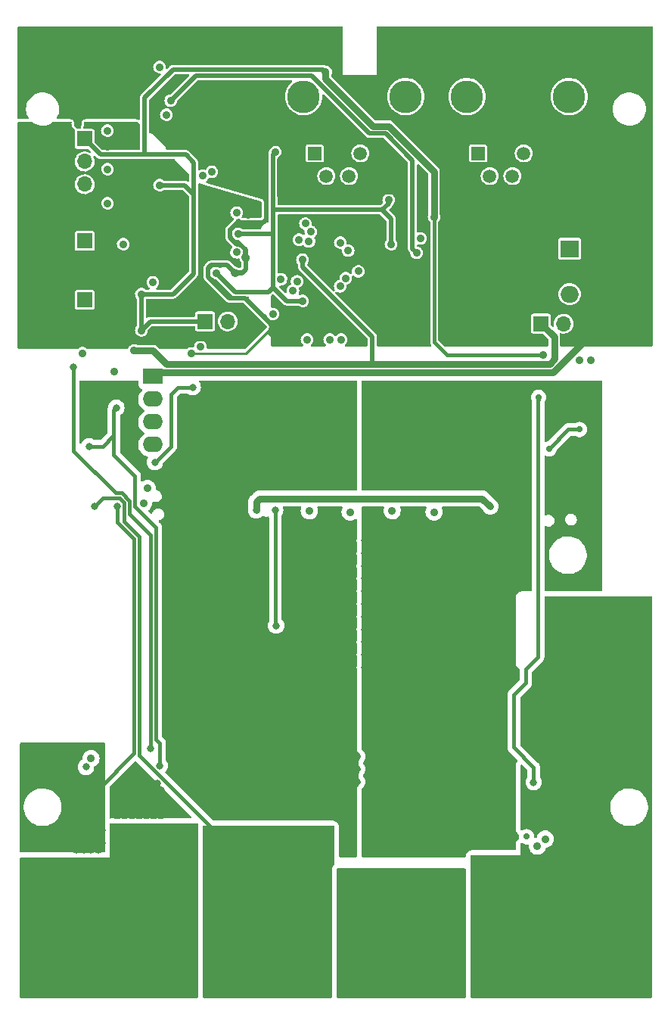
<source format=gbr>
%TF.GenerationSoftware,KiCad,Pcbnew,(6.0.9)*%
%TF.CreationDate,2022-11-24T15:29:19-03:00*%
%TF.ProjectId,main,6d61696e-2e6b-4696-9361-645f70636258,rev?*%
%TF.SameCoordinates,Original*%
%TF.FileFunction,Copper,L2,Inr*%
%TF.FilePolarity,Positive*%
%FSLAX46Y46*%
G04 Gerber Fmt 4.6, Leading zero omitted, Abs format (unit mm)*
G04 Created by KiCad (PCBNEW (6.0.9)) date 2022-11-24 15:29:19*
%MOMM*%
%LPD*%
G01*
G04 APERTURE LIST*
%TA.AperFunction,ComponentPad*%
%ADD10R,2.250000X1.750000*%
%TD*%
%TA.AperFunction,ComponentPad*%
%ADD11O,2.250000X1.750000*%
%TD*%
%TA.AperFunction,ComponentPad*%
%ADD12R,13.000000X13.000000*%
%TD*%
%TA.AperFunction,ComponentPad*%
%ADD13R,1.700000X1.700000*%
%TD*%
%TA.AperFunction,ComponentPad*%
%ADD14O,1.700000X1.700000*%
%TD*%
%TA.AperFunction,ComponentPad*%
%ADD15R,2.000000X1.905000*%
%TD*%
%TA.AperFunction,ComponentPad*%
%ADD16O,2.000000X1.905000*%
%TD*%
%TA.AperFunction,WasherPad*%
%ADD17C,3.650000*%
%TD*%
%TA.AperFunction,ComponentPad*%
%ADD18R,1.500000X1.500000*%
%TD*%
%TA.AperFunction,ComponentPad*%
%ADD19C,1.500000*%
%TD*%
%TA.AperFunction,ComponentPad*%
%ADD20C,2.500000*%
%TD*%
%TA.AperFunction,ViaPad*%
%ADD21C,0.900000*%
%TD*%
%TA.AperFunction,ViaPad*%
%ADD22C,0.800000*%
%TD*%
%TA.AperFunction,ViaPad*%
%ADD23C,0.700000*%
%TD*%
%TA.AperFunction,Conductor*%
%ADD24C,0.508000*%
%TD*%
%TA.AperFunction,Conductor*%
%ADD25C,0.762000*%
%TD*%
%TA.AperFunction,Conductor*%
%ADD26C,0.254000*%
%TD*%
%TA.AperFunction,Conductor*%
%ADD27C,0.381000*%
%TD*%
G04 APERTURE END LIST*
D10*
%TO.N,GND*%
%TO.C,PS501*%
X28215500Y-121997500D03*
D11*
%TO.N,/5V_Driver*%
X28215500Y-124537500D03*
%TO.N,/Cuk/S*%
X28215500Y-127077500D03*
%TO.N,Net-(C501-Pad2)*%
X28215500Y-129617500D03*
%TD*%
D12*
%TO.N,/B+*%
%TO.C,H104*%
X71120000Y-183968200D03*
%TD*%
D13*
%TO.N,/Analog/V_temp_mos*%
%TO.C,J304*%
X20574000Y-113408000D03*
D14*
%TO.N,GNDA*%
X20574000Y-115948000D03*
%TD*%
D12*
%TO.N,/P+Unfused*%
%TO.C,H102*%
X26162000Y-183540400D03*
%TD*%
%TO.N,/P-*%
%TO.C,H101*%
X41122067Y-184095200D03*
%TD*%
D13*
%TO.N,/3V3_Analog*%
%TO.C,J302*%
X34051000Y-115824000D03*
D14*
%TO.N,Net-(J302-Pad2)*%
X36591000Y-115824000D03*
%TO.N,GNDA*%
X39131000Y-115824000D03*
%TD*%
D12*
%TO.N,/B-*%
%TO.C,H103*%
X56060733Y-183978900D03*
%TD*%
D13*
%TO.N,+5V*%
%TO.C,J601*%
X71643000Y-116078000D03*
D14*
%TO.N,+3V3*%
X74183000Y-116078000D03*
%TO.N,GND*%
X76723000Y-116078000D03*
%TD*%
D13*
%TO.N,/Analog/V_temp_diode*%
%TO.C,J303*%
X20574000Y-106834540D03*
D14*
%TO.N,GNDA*%
X20574000Y-109374540D03*
%TD*%
D13*
%TO.N,/3V3_Analog*%
%TO.C,J301*%
X20574000Y-95414540D03*
D14*
%TO.N,/Analog/V_bat_unfiltered+*%
X20574000Y-97954540D03*
%TO.N,/Analog/Vbat_comp_in_EXT*%
X20574000Y-100494540D03*
%TO.N,GNDA*%
X20574000Y-103034540D03*
%TD*%
D15*
%TO.N,/Supplies/+18V*%
%TO.C,U601*%
X74859000Y-107696000D03*
D16*
%TO.N,GND*%
X74859000Y-110236000D03*
%TO.N,+5V*%
X74859000Y-112776000D03*
%TD*%
D17*
%TO.N,*%
%TO.C,J801*%
X45085000Y-90682000D03*
X56515000Y-90682000D03*
D18*
%TO.N,/can_connector/CAN_H*%
X46355000Y-97032000D03*
D19*
%TO.N,/can_connector/CAN_L*%
X47625000Y-99572000D03*
%TO.N,GND*%
X48895000Y-97032000D03*
%TO.N,/can_connector/CAN_18V*%
X50165000Y-99572000D03*
X51435000Y-97032000D03*
%TO.N,GND*%
X52705000Y-99572000D03*
X53975000Y-97032000D03*
X55245000Y-99572000D03*
D20*
X43050000Y-93732000D03*
X58550000Y-93732000D03*
%TD*%
D17*
%TO.N,*%
%TO.C,J802*%
X74803000Y-90682000D03*
X63373000Y-90682000D03*
D18*
%TO.N,/can_connector/CAN_H*%
X64643000Y-97032000D03*
D19*
%TO.N,/can_connector/CAN_L*%
X65913000Y-99572000D03*
%TO.N,GND*%
X67183000Y-97032000D03*
%TO.N,/can_connector/CAN_18V*%
X68453000Y-99572000D03*
X69723000Y-97032000D03*
%TO.N,GND*%
X70993000Y-99572000D03*
X72263000Y-97032000D03*
X73533000Y-99572000D03*
D20*
X76838000Y-93732000D03*
X61338000Y-93732000D03*
%TD*%
D21*
%TO.N,GND*%
X54610000Y-116332000D03*
X38608000Y-108712000D03*
X41910000Y-116078000D03*
X56417500Y-110998000D03*
X19812000Y-86106000D03*
X19812000Y-93726000D03*
X50167502Y-102194991D03*
X37401832Y-110412844D03*
X27607647Y-134510051D03*
X43180000Y-96266000D03*
X32512000Y-119409000D03*
X54610000Y-112014000D03*
X34798000Y-91186000D03*
X19812000Y-88392000D03*
X19812000Y-83820000D03*
X19721250Y-90194498D03*
%TO.N,/STM32/3V_Ref*%
X37592000Y-103665500D03*
%TO.N,/STM32/3V3_MCU*%
X35284500Y-110410500D03*
X37750148Y-106036584D03*
X54864000Y-107188000D03*
X54610000Y-102255500D03*
X41910000Y-96898500D03*
X44958000Y-113538000D03*
X28956000Y-87376000D03*
%TO.N,/3V3_Analog*%
X59690000Y-104140000D03*
X26924000Y-112776000D03*
X47547163Y-87937925D03*
X26908000Y-116840000D03*
X20320000Y-119380000D03*
X71882000Y-119546500D03*
X28956000Y-100584000D03*
%TO.N,/Analog/V_temp_mos*%
X45720000Y-137034989D03*
X45466000Y-117856000D03*
%TO.N,/Analog/V_Rad*%
X42545000Y-111125000D03*
D22*
%TO.N,/Analog/3V3_IPanel*%
X27940000Y-163576000D03*
X19304000Y-120904000D03*
%TO.N,/Analog/3V3_Ibat*%
X70825734Y-167386000D03*
D23*
X71378760Y-124339522D03*
D22*
%TO.N,/Cuk/C*%
X59639199Y-152425400D03*
X55981600Y-144602200D03*
X66954401Y-141046200D03*
X63703200Y-142468600D03*
X66954401Y-139623800D03*
X52730399Y-146024600D03*
X65328800Y-151003000D03*
X55575199Y-152425400D03*
X58419999Y-147447000D03*
X53136800Y-141046200D03*
X55168799Y-147447000D03*
X61671200Y-141757400D03*
X56388000Y-141046200D03*
X60451999Y-146735800D03*
X61671199Y-146024600D03*
X67767199Y-153847800D03*
X55575199Y-155270200D03*
X59232799Y-146024600D03*
X64922399Y-153136601D03*
X53949599Y-145313400D03*
X53136799Y-152425400D03*
X58013599Y-148158200D03*
X53136799Y-153847800D03*
X54762400Y-142468600D03*
X51917601Y-144602200D03*
X63296800Y-140335000D03*
X53949599Y-149580600D03*
X54355999Y-151714200D03*
X55575199Y-145313400D03*
X58826399Y-152425400D03*
X62890399Y-153847800D03*
X64922399Y-154559000D03*
X54762399Y-152425400D03*
X51917600Y-147447000D03*
X67360800Y-146024600D03*
X63296800Y-143179800D03*
X60451999Y-152425400D03*
X60045599Y-148869400D03*
X66548001Y-143179800D03*
X61671200Y-140335000D03*
X64515999Y-152425400D03*
X56387998Y-151003000D03*
X66141601Y-153847800D03*
X64109599Y-148869400D03*
X62484000Y-140335000D03*
X52730400Y-144602200D03*
X56794399Y-150291800D03*
X54356000Y-144602200D03*
X55575200Y-141046200D03*
X66141600Y-149580600D03*
X64922399Y-151714200D03*
X62483999Y-153136600D03*
X60045599Y-154559000D03*
X59639199Y-151003000D03*
X68173601Y-141757400D03*
X51917600Y-154559000D03*
X66141600Y-152425400D03*
X59639198Y-153847800D03*
X52324000Y-142468600D03*
X65328800Y-145313400D03*
X52323999Y-146735800D03*
X62890399Y-148158200D03*
X55981599Y-151714200D03*
X55575200Y-142468600D03*
X61671199Y-148869400D03*
X59232800Y-140335000D03*
X58013599Y-152425400D03*
X57607199Y-148869400D03*
X55168800Y-143179800D03*
X68173600Y-148869400D03*
X58419999Y-151714200D03*
X55981600Y-140335000D03*
X57200800Y-141046200D03*
X53949599Y-148158200D03*
X67360800Y-148869400D03*
X62483999Y-154559000D03*
X59232799Y-153136600D03*
X65328801Y-143891000D03*
X52323999Y-148158200D03*
X63703200Y-143891000D03*
X54355999Y-154559000D03*
X66548000Y-148869400D03*
X65328800Y-146735800D03*
X58826399Y-146735800D03*
X57200799Y-149580600D03*
X56794400Y-144602200D03*
X58013599Y-153847800D03*
X58420000Y-144602200D03*
X56388000Y-139623800D03*
X61264800Y-139623800D03*
X55981599Y-150291800D03*
X54356000Y-143179800D03*
X62890400Y-142468600D03*
X60451999Y-148158200D03*
X65735200Y-150291800D03*
X53136800Y-142468600D03*
X55168799Y-151714200D03*
X64922400Y-143179800D03*
X62077600Y-141046200D03*
X65735201Y-144602200D03*
X55168800Y-140335000D03*
X63703200Y-141046200D03*
X61671199Y-153136600D03*
X58013599Y-149580600D03*
X64922400Y-140335000D03*
X52323999Y-149580600D03*
X60451999Y-151003000D03*
X65735201Y-141757400D03*
X59232799Y-150291800D03*
X65735200Y-154559000D03*
X55981600Y-143179800D03*
X65735201Y-143179800D03*
X65328801Y-142468600D03*
X66141601Y-139623800D03*
X54762400Y-151003000D03*
X63296799Y-147447000D03*
X62077600Y-153847800D03*
X67360801Y-140335000D03*
X60858399Y-150291800D03*
X67360801Y-144602200D03*
X52730399Y-147447000D03*
X65328800Y-152425400D03*
X64922399Y-146024600D03*
X59232800Y-143179800D03*
X57200799Y-148158200D03*
X67360800Y-150291800D03*
X62077599Y-149580600D03*
X64515999Y-155270200D03*
X59232799Y-151714200D03*
X53136799Y-155270200D03*
X66141600Y-155270200D03*
X53136799Y-148158200D03*
X62077600Y-139623800D03*
X66141601Y-143891000D03*
X67767200Y-151003000D03*
X61671198Y-151714200D03*
X67767200Y-149580600D03*
X64516000Y-142468600D03*
X60858399Y-146024600D03*
X57607200Y-144602200D03*
X62483999Y-147447000D03*
X57607200Y-143179800D03*
X67767201Y-143891000D03*
X51917601Y-141757400D03*
X55981599Y-153136600D03*
X53543199Y-150291800D03*
X63703198Y-153847800D03*
X53136800Y-143891000D03*
X63703199Y-145313400D03*
X57200800Y-143891000D03*
X65328800Y-148158200D03*
X55168800Y-144602200D03*
X60045599Y-153136600D03*
X64109600Y-140335000D03*
X64109600Y-141757400D03*
X53543199Y-154559000D03*
X67360801Y-141757400D03*
X53949600Y-142468600D03*
X64515999Y-146735800D03*
X65735200Y-148869400D03*
X57200799Y-151003000D03*
X62484000Y-143179800D03*
X64109599Y-154559000D03*
X65328801Y-141046200D03*
X58013600Y-139623800D03*
X56387999Y-155270200D03*
X55575200Y-139623800D03*
X54762400Y-141046200D03*
X55575199Y-151003000D03*
X55981599Y-146024600D03*
X66954400Y-149580600D03*
X62890400Y-143891000D03*
X56387999Y-149580600D03*
X60452000Y-141046200D03*
X51917600Y-148869400D03*
X56794400Y-141757400D03*
X66141601Y-142468600D03*
X56794399Y-153136601D03*
X64922400Y-150291800D03*
X58419999Y-150291800D03*
X64922400Y-141757400D03*
X53543199Y-153136600D03*
X63296800Y-141757400D03*
X52323999Y-152425400D03*
X58013599Y-151003000D03*
X53543199Y-151714199D03*
X68173600Y-147447000D03*
X63296800Y-144602200D03*
X53949600Y-141046200D03*
X64109599Y-150291800D03*
X62890399Y-146735800D03*
X58826400Y-143891000D03*
X62484000Y-144602200D03*
X62890399Y-155270200D03*
X58419998Y-153136600D03*
X67360800Y-147447000D03*
X61264800Y-142468600D03*
X53136800Y-139623800D03*
X66548000Y-147447000D03*
X52730400Y-141757400D03*
X60451999Y-145313400D03*
X60858400Y-141757400D03*
X54355999Y-150291800D03*
X56794399Y-148869400D03*
X62890400Y-141046200D03*
X57607200Y-141757400D03*
X53949599Y-152425400D03*
X55168799Y-150291800D03*
X58013599Y-145313400D03*
X66141600Y-146735800D03*
X64515999Y-149580600D03*
X66548001Y-144602200D03*
X59639200Y-142468600D03*
X52730399Y-151714200D03*
X58420000Y-141757400D03*
X62890399Y-149580600D03*
X62483999Y-150291800D03*
X60858400Y-140335000D03*
X51917600Y-151714200D03*
X56794399Y-154559000D03*
X63703200Y-139623800D03*
X56387999Y-146735800D03*
X60045599Y-147447000D03*
X66954400Y-152425400D03*
X68173601Y-140335000D03*
X64516000Y-141046200D03*
X63296799Y-146024600D03*
X58013599Y-155270200D03*
X66141600Y-151003000D03*
X66954400Y-145313400D03*
X52323999Y-145313400D03*
X64109600Y-151714200D03*
X58013599Y-146735800D03*
X56794399Y-146024600D03*
X58419999Y-148869400D03*
X60858399Y-154559000D03*
X59639199Y-146735800D03*
X63703199Y-149580600D03*
X59232800Y-141757400D03*
X63703199Y-155270200D03*
X57607199Y-153136600D03*
X66548000Y-146024600D03*
X66954401Y-143891000D03*
X52730399Y-150291800D03*
X57607199Y-154559000D03*
X56794400Y-140335000D03*
X61264799Y-155270200D03*
X64515999Y-153847800D03*
X66954400Y-148158200D03*
X58826400Y-142468600D03*
X59232800Y-144602200D03*
X61671200Y-144602200D03*
X54356000Y-141757400D03*
X62483999Y-148869400D03*
X54762399Y-153847800D03*
X65735201Y-140335000D03*
X55168799Y-153136600D03*
X66548000Y-154559000D03*
X61264799Y-149580600D03*
X53136799Y-149580600D03*
X54355999Y-146024600D03*
X52730399Y-148869400D03*
X53543200Y-140335000D03*
X64515999Y-148158200D03*
X52324000Y-141046200D03*
X67767200Y-148158200D03*
X64109599Y-146024600D03*
X62077599Y-145313400D03*
X58013600Y-143891000D03*
X58420000Y-143179800D03*
X53543200Y-143179800D03*
X60045599Y-150291800D03*
X58826399Y-151003001D03*
X61671200Y-143179800D03*
X66548000Y-150291800D03*
X54355999Y-147447000D03*
X62077600Y-143891000D03*
X53949600Y-143891000D03*
X68173601Y-143179800D03*
X57607199Y-151714199D03*
X61264799Y-151003000D03*
X60045600Y-143179800D03*
X59639200Y-143891000D03*
X66548000Y-151714200D03*
X52323999Y-155270200D03*
X57200799Y-146735800D03*
X60858399Y-148869400D03*
X53949599Y-151003000D03*
X53949600Y-139623800D03*
X60451999Y-155270200D03*
X64516000Y-139623800D03*
X68173600Y-150291800D03*
X62077599Y-148158200D03*
X60858399Y-151714200D03*
X62890400Y-139623800D03*
X65735199Y-151714200D03*
X55575199Y-148158200D03*
X60451999Y-149580600D03*
X66141600Y-148158200D03*
X62077599Y-152425400D03*
X56387999Y-148158200D03*
X64515999Y-151003000D03*
X58013600Y-142468600D03*
X67767201Y-139623800D03*
X67767201Y-142468600D03*
X53136799Y-145313400D03*
X53543199Y-148869400D03*
X57607199Y-150291800D03*
X67767200Y-152425400D03*
X66548001Y-141757400D03*
X57607200Y-140335000D03*
X55168800Y-141757400D03*
X60452000Y-139623800D03*
X63703199Y-152425400D03*
X59639200Y-139623800D03*
X67360800Y-154559000D03*
X57200800Y-139623800D03*
X51917601Y-143179800D03*
X52324000Y-139623800D03*
X66954400Y-155270200D03*
X62890399Y-152425400D03*
X59232799Y-148869400D03*
X51917601Y-140335000D03*
X54762399Y-146735800D03*
X60045600Y-141757400D03*
X56794399Y-151714200D03*
X64109600Y-144602200D03*
X56387999Y-153847800D03*
X61264800Y-141046200D03*
X51917600Y-150291800D03*
X52730400Y-143179800D03*
X52324000Y-143891000D03*
X60045599Y-146024600D03*
X66548000Y-153136600D03*
X59639199Y-155270200D03*
X53136799Y-151003000D03*
X68173600Y-153136600D03*
X55168799Y-146024600D03*
X65735200Y-153136600D03*
X67767200Y-145313400D03*
X67767200Y-146735800D03*
X63703199Y-146735800D03*
X58419999Y-146024600D03*
X57607199Y-147447000D03*
X62483999Y-146024600D03*
X58419999Y-154559000D03*
X66954400Y-151003001D03*
X64516000Y-143891000D03*
X54355999Y-153136601D03*
X55575200Y-143891000D03*
X58826399Y-148158200D03*
X55168799Y-148869400D03*
X52323999Y-151003001D03*
X67767201Y-141046200D03*
X64109599Y-147447000D03*
X62483999Y-151714200D03*
X54762399Y-149580600D03*
X53543199Y-147447000D03*
X66954400Y-153847800D03*
X54762399Y-155270200D03*
X62077600Y-142468600D03*
X60858399Y-147447000D03*
X60858399Y-153136601D03*
X63703199Y-148158200D03*
X56794399Y-147447000D03*
X55981600Y-141757400D03*
X55981599Y-154559000D03*
X58420000Y-140335000D03*
X66141600Y-145313400D03*
X60451999Y-153847800D03*
X61264799Y-145313400D03*
X52730400Y-140335000D03*
X64922400Y-144602200D03*
X57200799Y-153847800D03*
X64109599Y-153136600D03*
X57200799Y-155270200D03*
X54355999Y-148869400D03*
X57200799Y-152425400D03*
X53949599Y-146735800D03*
X60452000Y-142468600D03*
X53949599Y-153847800D03*
X63703199Y-151003000D03*
X54762399Y-148158200D03*
X60452000Y-143891000D03*
X55981599Y-148869400D03*
X62077599Y-155270200D03*
X55575199Y-146735800D03*
X66141601Y-141046200D03*
X65328800Y-155270200D03*
X54762400Y-139623800D03*
X61671199Y-154559000D03*
X53543200Y-141757400D03*
X60045600Y-144602200D03*
X63296799Y-151714200D03*
X65328800Y-149580600D03*
X68173601Y-144602200D03*
X54762399Y-145313400D03*
X68173600Y-146024600D03*
X62077599Y-146735800D03*
X61264799Y-146735800D03*
X62890399Y-151003001D03*
X60858400Y-143179800D03*
X52730399Y-153136601D03*
X57200800Y-142468600D03*
X58826399Y-149580600D03*
X63296799Y-148869400D03*
X66954401Y-142468600D03*
X59639199Y-145313400D03*
X59639200Y-141046200D03*
X56794400Y-143179800D03*
X66954400Y-146735800D03*
X58826400Y-139623800D03*
X62484000Y-141757400D03*
X55168799Y-154559000D03*
X56387999Y-145313400D03*
X62890399Y-145313400D03*
X56388000Y-142468600D03*
X51917600Y-153136601D03*
X61671199Y-150291800D03*
X58826399Y-145313400D03*
X51917600Y-146024600D03*
X59232799Y-154559000D03*
X67360801Y-143179800D03*
X54762400Y-143891000D03*
X67360800Y-153136600D03*
X63296799Y-154559000D03*
X63296799Y-153136600D03*
X56387999Y-152425400D03*
X61264799Y-152425400D03*
X59639199Y-148158200D03*
X61264799Y-153847800D03*
X61264799Y-148158200D03*
X58826399Y-155270200D03*
X59639199Y-149580600D03*
X61671199Y-147447000D03*
X52730399Y-154559000D03*
X58826400Y-141046200D03*
X64109600Y-143179800D03*
X62077599Y-151003000D03*
X53949599Y-155270200D03*
X52323999Y-153847800D03*
X67360800Y-151714200D03*
X68173601Y-151714200D03*
X60858400Y-144602200D03*
X55575199Y-149580600D03*
X61264800Y-143891000D03*
X56388000Y-143891000D03*
X55575199Y-153847799D03*
X63296799Y-150291800D03*
X58013600Y-141046200D03*
X65328801Y-139623800D03*
X53543200Y-144602200D03*
X65328800Y-153847800D03*
X53136799Y-146735800D03*
X64922399Y-148869400D03*
X58826399Y-153847800D03*
X65735200Y-147447000D03*
X66548001Y-140335000D03*
X55981599Y-147447000D03*
X60045600Y-140335000D03*
X57607199Y-146024600D03*
X65735200Y-146024600D03*
X53543199Y-146024600D03*
X64515999Y-145313400D03*
X60045599Y-151714200D03*
X57200799Y-145313400D03*
X54356000Y-140335000D03*
X59232799Y-147447000D03*
X64922400Y-147447000D03*
%TO.N,/Cuk/S*%
X39780000Y-136966900D03*
X65980000Y-136540000D03*
%TO.N,/Cuk/driver/+15V_isolated*%
X32676233Y-123190000D03*
X28448000Y-131572000D03*
D21*
%TO.N,+5V*%
X44958000Y-108936500D03*
X26120931Y-119084931D03*
%TO.N,+3V3*%
X58177813Y-106553000D03*
D22*
%TO.N,/B+*%
X76123800Y-185746199D03*
X77343000Y-179345400D03*
X67589400Y-177923000D03*
X71475600Y-161798000D03*
X74726800Y-157530800D03*
X70434200Y-188590999D03*
X68402200Y-183612600D03*
X75285600Y-168656000D03*
X72059801Y-177215800D03*
X76530200Y-185035000D03*
X75311000Y-182901400D03*
X75311000Y-190013400D03*
X74726800Y-158953200D03*
X77317600Y-169367200D03*
X76936600Y-178634200D03*
X74498200Y-181479000D03*
X77343000Y-189302200D03*
X69850000Y-158953200D03*
X67183000Y-188591000D03*
X73685400Y-188590999D03*
X65151000Y-185035000D03*
X76098400Y-167233599D03*
X67995800Y-182901399D03*
X70840600Y-186457400D03*
X77165200Y-158953200D03*
X75311000Y-184323800D03*
X76530200Y-175082200D03*
X72059800Y-180056600D03*
X70027800Y-189302200D03*
X75717400Y-185035000D03*
X68808600Y-185746200D03*
X72872600Y-178634200D03*
X71882000Y-162509200D03*
X69621400Y-187168600D03*
X74472800Y-172948600D03*
X73685400Y-185746199D03*
X75311000Y-175793400D03*
X74498200Y-190013400D03*
X75717400Y-186457400D03*
X76530200Y-186457400D03*
X65151000Y-187879800D03*
X75133200Y-159664400D03*
X74091800Y-176504600D03*
X68402200Y-185035000D03*
X70662800Y-158953199D03*
X71653400Y-186457400D03*
X71247000Y-178634200D03*
X77343000Y-183612600D03*
X74904600Y-180767800D03*
X74879200Y-167944800D03*
X74498200Y-184323800D03*
X67995800Y-187168599D03*
X65557400Y-182901400D03*
X70662800Y-161798000D03*
X73685400Y-184323799D03*
X72872600Y-190013400D03*
X67589400Y-189302200D03*
X71069200Y-159664400D03*
X70434200Y-177215800D03*
X72694800Y-159664400D03*
X75285600Y-170078400D03*
X75311000Y-178634200D03*
X68808600Y-188591000D03*
X74498200Y-182901400D03*
X74904600Y-187879800D03*
X64744600Y-187168600D03*
X72059800Y-188591000D03*
X66370200Y-187168600D03*
X76098400Y-171500800D03*
X75311000Y-177215800D03*
X75692000Y-172212000D03*
X71247000Y-188591000D03*
X67589400Y-185035000D03*
X75717400Y-177923000D03*
X76911200Y-167233600D03*
X69215000Y-179345400D03*
X69215000Y-189302200D03*
X69850000Y-161798000D03*
X75311000Y-185746200D03*
X77165200Y-161798000D03*
X71247000Y-190013400D03*
X66776600Y-179345400D03*
X75692000Y-170789600D03*
X67995800Y-178634199D03*
X75946000Y-159664400D03*
X73685400Y-181478999D03*
X74091800Y-187879800D03*
X68808600Y-180056600D03*
X74904600Y-183612600D03*
X67183000Y-184323800D03*
X69850000Y-160375600D03*
X76911200Y-170078400D03*
X74498200Y-177215800D03*
X73279000Y-179345400D03*
X74879200Y-172212000D03*
X75717400Y-189302200D03*
X68402200Y-177923000D03*
X65557400Y-190013400D03*
X73914000Y-158953199D03*
X66776600Y-182190200D03*
X73101200Y-157530799D03*
X72872600Y-180056600D03*
X74904600Y-186457400D03*
X67183000Y-185746200D03*
X74904600Y-185035000D03*
X77724000Y-167233600D03*
X76352400Y-157530799D03*
X71247000Y-177215801D03*
X77724000Y-170078400D03*
X66370200Y-178634200D03*
X75539600Y-157530800D03*
X76123800Y-190013400D03*
X76758800Y-159664400D03*
X64744600Y-178634200D03*
X75285600Y-171500800D03*
X77343000Y-177923000D03*
X72872600Y-181479000D03*
X65151000Y-186457400D03*
X74320400Y-158242000D03*
X77724000Y-168656000D03*
X66370200Y-188591000D03*
X74498200Y-178634200D03*
X68808600Y-181479000D03*
X71653400Y-189302200D03*
X71882000Y-159664400D03*
X74091800Y-185035000D03*
X76123800Y-182901399D03*
X77724000Y-171500800D03*
X71653400Y-179345400D03*
X73685400Y-190013399D03*
X65151000Y-189302200D03*
X75946000Y-161086799D03*
X76936600Y-187168600D03*
X70434200Y-187168599D03*
X72872600Y-187168600D03*
X66370200Y-184323800D03*
X72288400Y-157530800D03*
X65151000Y-177923000D03*
X76123800Y-174370999D03*
X65963800Y-187879800D03*
X76098400Y-170078399D03*
X72694800Y-158242000D03*
X76123800Y-188590999D03*
X71882000Y-161086800D03*
X76936600Y-188591000D03*
X70840600Y-177923000D03*
X67995800Y-180056599D03*
X70840600Y-187879800D03*
X76936600Y-185746200D03*
X67995800Y-184323799D03*
X66370200Y-190013400D03*
X74879200Y-170789600D03*
X72466200Y-186457400D03*
X67995800Y-190013399D03*
X65151000Y-180767800D03*
X75717400Y-175082200D03*
X75285600Y-172948600D03*
X76504800Y-169367200D03*
X74498200Y-187168600D03*
X76504800Y-173659800D03*
X72059800Y-190013400D03*
X65963800Y-189302200D03*
X72872600Y-185746200D03*
X76936600Y-190013400D03*
X65963800Y-179345400D03*
X75311000Y-174371000D03*
X66776600Y-186457400D03*
X67183000Y-180056600D03*
X72872600Y-188591000D03*
X77317600Y-172212000D03*
X76758800Y-158242000D03*
X75717400Y-187879800D03*
X69621400Y-181479000D03*
X70256400Y-161086799D03*
X70256400Y-162509199D03*
X67183000Y-182901400D03*
X68808600Y-190013400D03*
X75133200Y-158242000D03*
X77165200Y-160375600D03*
X67589400Y-186457400D03*
X71069200Y-162509200D03*
X64744600Y-190013400D03*
X71475600Y-158953200D03*
X72059800Y-187168600D03*
X77343000Y-185035000D03*
X70027800Y-186457400D03*
X70840600Y-189302200D03*
X76098400Y-172948600D03*
X76936600Y-182901400D03*
X74904600Y-176504600D03*
X74904600Y-179345400D03*
X74498200Y-175793400D03*
X70840600Y-180767800D03*
X64744600Y-181479000D03*
X66370200Y-180056600D03*
X67589400Y-180767800D03*
X74879200Y-173659800D03*
X73685400Y-180056599D03*
X73279000Y-186457400D03*
X65963800Y-177923000D03*
X70662800Y-157530799D03*
X71475600Y-157530800D03*
X67589400Y-182190200D03*
X76530200Y-177923000D03*
X75717400Y-179345400D03*
X76352400Y-158953200D03*
X75285600Y-167233600D03*
X67589400Y-179345400D03*
X75717400Y-176504600D03*
X74091800Y-179345400D03*
X73279000Y-180767800D03*
X65963800Y-186457400D03*
X77571600Y-158242000D03*
X75539600Y-161798000D03*
X73279000Y-189302200D03*
X70662800Y-160375600D03*
X71653400Y-180767800D03*
X74091800Y-180767800D03*
X77724000Y-172948600D03*
X66776600Y-189302200D03*
X66370200Y-185746200D03*
X72466200Y-187879800D03*
X77343000Y-186457400D03*
X69215000Y-177923000D03*
X76936600Y-184323800D03*
X70662800Y-163220400D03*
X68402200Y-180767800D03*
X67183000Y-178634200D03*
X73914000Y-157530800D03*
X65557400Y-188591000D03*
X77165200Y-157530800D03*
X67183000Y-187168600D03*
X76936600Y-177215800D03*
X76123800Y-178634200D03*
X65557400Y-180056600D03*
X76504800Y-167944800D03*
X66776600Y-177923000D03*
X74320400Y-159664400D03*
X75692000Y-173659800D03*
X76936600Y-180056600D03*
X76123801Y-177215800D03*
X65557400Y-185746200D03*
X70434200Y-190013399D03*
X65151000Y-183612600D03*
X74904600Y-189302200D03*
X76911200Y-168656000D03*
X67589400Y-183612600D03*
X73279000Y-187879800D03*
X74498200Y-180056600D03*
X76936600Y-181479000D03*
X77343000Y-180767800D03*
X64744600Y-188591000D03*
X64744600Y-182901400D03*
X76530200Y-187879800D03*
X75539600Y-160375600D03*
X70840600Y-179345400D03*
X77317600Y-167944800D03*
X65557400Y-178634200D03*
X67589400Y-187879800D03*
X77571600Y-159664400D03*
X69621400Y-180056600D03*
X76123800Y-187168600D03*
X75717400Y-182190200D03*
X77317600Y-173659800D03*
X77343000Y-182190200D03*
X65151000Y-182190200D03*
X69621400Y-188591000D03*
X73279000Y-177923000D03*
X76123800Y-181479000D03*
X74472800Y-170078400D03*
X74904600Y-182190200D03*
X77749400Y-174371000D03*
X72466200Y-180767800D03*
X72872600Y-177215800D03*
X68402200Y-189302200D03*
X76530200Y-176504600D03*
X66776600Y-187879800D03*
X72466200Y-176504600D03*
X75311000Y-180056600D03*
X76530200Y-179345400D03*
X68402200Y-179345400D03*
X68402200Y-182190200D03*
X64744600Y-185746200D03*
X71653400Y-176504600D03*
X64744600Y-184323800D03*
X70027800Y-179345400D03*
X77343000Y-187879800D03*
X74879200Y-169367200D03*
X74904600Y-175082200D03*
X77317600Y-170789600D03*
X74498200Y-174371000D03*
X64744600Y-180056600D03*
X73101200Y-158953200D03*
X71247000Y-187168600D03*
X74091800Y-177923000D03*
X67995800Y-188590999D03*
X76936600Y-175793400D03*
X72059800Y-178634200D03*
X73279000Y-182190200D03*
X74091800Y-189302200D03*
X72466200Y-179345400D03*
X75692000Y-167944800D03*
X71882000Y-158242000D03*
X65557400Y-187168600D03*
X76936600Y-174371000D03*
X75311000Y-181479000D03*
X66370200Y-182901400D03*
X68402200Y-186457400D03*
X74472800Y-167233600D03*
X74091800Y-186457400D03*
X73685400Y-178634199D03*
X68808600Y-178634200D03*
X69215000Y-186457400D03*
X72466200Y-177923000D03*
X70434200Y-178634199D03*
X70027800Y-187879800D03*
X74472800Y-168656000D03*
X76352400Y-160375600D03*
X74091800Y-183612600D03*
X73507600Y-158242000D03*
X69215000Y-180767800D03*
X77749400Y-175793400D03*
X68402200Y-187879800D03*
X76530200Y-183612600D03*
X73685400Y-182901399D03*
X69215000Y-187879800D03*
X69621400Y-178634200D03*
X77571600Y-161086800D03*
X69850000Y-163220400D03*
X65963800Y-183612600D03*
X76504800Y-172212000D03*
X67995800Y-181478999D03*
X76123800Y-180056599D03*
X74498200Y-185746200D03*
X74091800Y-182190200D03*
X76504800Y-170789600D03*
X75946000Y-158242000D03*
X76530200Y-180767800D03*
X75717400Y-180767800D03*
X76123800Y-175793399D03*
X65963800Y-180767800D03*
X70256400Y-159664400D03*
X76352400Y-161798000D03*
X71069200Y-158242000D03*
X67183000Y-190013400D03*
X76911200Y-171500800D03*
X75539600Y-158953200D03*
X75692000Y-169367200D03*
X72466200Y-189302200D03*
X66776600Y-183612600D03*
X77343000Y-175082200D03*
X70256400Y-158242000D03*
X70434200Y-180056599D03*
X71653400Y-187879800D03*
X65557400Y-184323800D03*
X67995800Y-185746199D03*
X73685400Y-177215801D03*
X68808600Y-187168600D03*
X73685400Y-187168599D03*
X74904600Y-177923000D03*
X72288400Y-158953200D03*
X66776600Y-185035000D03*
X76530200Y-189302200D03*
X76123800Y-184323800D03*
X67183000Y-181479000D03*
X76758800Y-161086800D03*
X71247000Y-180056600D03*
X66370200Y-181479000D03*
X77343000Y-176504600D03*
X70840600Y-176504600D03*
X70027800Y-180767800D03*
X66776600Y-180767800D03*
X65963800Y-185035000D03*
X74498200Y-188591000D03*
X65963800Y-182190200D03*
X65557400Y-181479000D03*
X75311000Y-188591000D03*
X74472800Y-171500800D03*
X71475600Y-163220400D03*
X73279000Y-176504600D03*
X71069200Y-161086800D03*
X75717400Y-183612600D03*
X70027800Y-177923000D03*
X71653400Y-177923000D03*
X76098400Y-168655999D03*
X65151000Y-179345400D03*
X69621400Y-190013400D03*
X73507600Y-159664400D03*
X75311000Y-187168600D03*
X71475600Y-160375600D03*
X76530200Y-182190200D03*
X76911200Y-172948600D03*
D21*
%TO.N,/3V3_STM*%
X57731231Y-108171423D03*
X30208782Y-91134403D03*
%TO.N,Net-(D101-Pad2)*%
X29718000Y-92710000D03*
D22*
%TO.N,/B-*%
X50269533Y-182124700D03*
X53114333Y-185680699D03*
X54739933Y-179991100D03*
X55146333Y-189236700D03*
X61648733Y-180702300D03*
X60835933Y-186391900D03*
X61242333Y-178568700D03*
X60023133Y-187814300D03*
X60835933Y-179279900D03*
X58803933Y-185680699D03*
X56365533Y-179991100D03*
X49863133Y-179991100D03*
X60429533Y-179991100D03*
X61242333Y-179991099D03*
X52707933Y-184969500D03*
X57991133Y-181413500D03*
X51895133Y-187814300D03*
X51895133Y-189236700D03*
X58803933Y-182835899D03*
X61242333Y-184258300D03*
X59210333Y-189236700D03*
X55146333Y-187814300D03*
X56365533Y-189947900D03*
X54739933Y-187103100D03*
X49863133Y-182835900D03*
X57991133Y-187103100D03*
X53927133Y-189947900D03*
X60835933Y-182124700D03*
X53114333Y-182835899D03*
X60429533Y-187103100D03*
X54333533Y-187814300D03*
X50675933Y-178568700D03*
X62461533Y-180702300D03*
X60429533Y-182835900D03*
X58803933Y-188525499D03*
X60835933Y-183547100D03*
X58397533Y-189236700D03*
X51895133Y-182124700D03*
X50675933Y-184258300D03*
X54739933Y-189947900D03*
D23*
X70022500Y-173472500D03*
D22*
X57991133Y-178568700D03*
X56771933Y-179279900D03*
X51895133Y-180702300D03*
X60023133Y-182124700D03*
X56771933Y-189236700D03*
X60023133Y-177857500D03*
X59210333Y-179279900D03*
X56365533Y-187103100D03*
X61648733Y-189236700D03*
X51082333Y-182124700D03*
X60835933Y-187814300D03*
X50675933Y-181413500D03*
X49863133Y-185680700D03*
X62055133Y-182835900D03*
X62055133Y-185680700D03*
X62055133Y-184258300D03*
X57178333Y-181413500D03*
X55552733Y-179991099D03*
X51488733Y-187103100D03*
X51488733Y-188525500D03*
X59616733Y-182835900D03*
X53520733Y-184969500D03*
X58803933Y-178568699D03*
X50675933Y-182835899D03*
X57991133Y-188525500D03*
X51895133Y-184969500D03*
X61648733Y-184969500D03*
X52301533Y-181413500D03*
X55552733Y-187103099D03*
X59210333Y-182124700D03*
X56365533Y-178568700D03*
X53927133Y-181413500D03*
X49863133Y-189947900D03*
X53520733Y-186391900D03*
X60023133Y-179279900D03*
X60429533Y-181413500D03*
X56771933Y-180702300D03*
X50269533Y-187814300D03*
X52301533Y-178568700D03*
X56365533Y-188525500D03*
X53114333Y-179991099D03*
X60429533Y-188525500D03*
X55552733Y-188525499D03*
X53520733Y-187814300D03*
X51082333Y-189236700D03*
X52301533Y-189947900D03*
X60023133Y-183547100D03*
X59616733Y-185680700D03*
X53520733Y-179279900D03*
X52707933Y-183547100D03*
X61242333Y-188525499D03*
X57584733Y-186391900D03*
X55959133Y-179279900D03*
X58397533Y-182124700D03*
X61648733Y-187814300D03*
X53520733Y-182124700D03*
X54739933Y-188525500D03*
X51082333Y-187814300D03*
X59210333Y-184969500D03*
X57178333Y-189947900D03*
X53927133Y-178568700D03*
X62461533Y-186391900D03*
X60429533Y-189947900D03*
X51082333Y-179279900D03*
X62055133Y-189947900D03*
X57584733Y-187814300D03*
X62461533Y-177857500D03*
X50675933Y-188525499D03*
X62461533Y-182124700D03*
X60835933Y-180702300D03*
X58397533Y-186391900D03*
X54333533Y-180702300D03*
X62055133Y-181413500D03*
X55959133Y-187814300D03*
X51895133Y-177857500D03*
X60429533Y-185680700D03*
X52301533Y-185680700D03*
X52707933Y-187814300D03*
X62055133Y-187103100D03*
X62055133Y-179991100D03*
X49863133Y-187103100D03*
X58803933Y-189947899D03*
X51082333Y-184969500D03*
X52301533Y-179991100D03*
X62055133Y-188525500D03*
X56771933Y-187814300D03*
X60835933Y-177857500D03*
X59616733Y-184258300D03*
X59616733Y-178568700D03*
X60429533Y-178568700D03*
X57178333Y-179991100D03*
X55146333Y-180702300D03*
X51488733Y-179991100D03*
X52707933Y-180702300D03*
X50675933Y-189947900D03*
X61648733Y-183547100D03*
X49863133Y-178568700D03*
X55959133Y-180702300D03*
X53927133Y-188525500D03*
X60023133Y-189236700D03*
X50675933Y-187103100D03*
X51488733Y-189947900D03*
X59210333Y-177857500D03*
X60023133Y-180702300D03*
X53927133Y-185680700D03*
X58803933Y-184258299D03*
X51895133Y-179279900D03*
X57991133Y-189947900D03*
X54739933Y-178568700D03*
X58397533Y-180702300D03*
X55146333Y-179279900D03*
X57584733Y-180702300D03*
X58803933Y-179991099D03*
X53114333Y-187103099D03*
X50269533Y-183547100D03*
X62055133Y-178568700D03*
X51488733Y-181413500D03*
X53114333Y-188525499D03*
X50269533Y-186391900D03*
X52707933Y-179279900D03*
X57178333Y-178568700D03*
X58397533Y-177857500D03*
X62461533Y-184969500D03*
X61242333Y-181413500D03*
X51082333Y-177857500D03*
X54333533Y-189236700D03*
X59616733Y-188525500D03*
X57584733Y-189236700D03*
X50269533Y-180702300D03*
X58397533Y-187814300D03*
X49863133Y-188525500D03*
X54333533Y-186391900D03*
X55146333Y-177857500D03*
X58803933Y-187103099D03*
X59210333Y-187814300D03*
X57991133Y-179991100D03*
X51488733Y-184258300D03*
X54739933Y-181413500D03*
X61242333Y-185680699D03*
X50675933Y-179991099D03*
X52301533Y-187103100D03*
X60835933Y-184969500D03*
X49863133Y-181413500D03*
X60429533Y-184258300D03*
X53927133Y-179991100D03*
X59210333Y-180702300D03*
X51895133Y-186391900D03*
X51488733Y-182835900D03*
X53114333Y-181413499D03*
X61648733Y-186391900D03*
X53520733Y-180702300D03*
X53520733Y-177857500D03*
X55959133Y-189236700D03*
X62461533Y-183547100D03*
X58803933Y-181413499D03*
X50269533Y-177857500D03*
X50675933Y-185680699D03*
X60023133Y-186391900D03*
X51082333Y-180702300D03*
X57178333Y-188525500D03*
X52707933Y-189236700D03*
X57178333Y-187103100D03*
X61648733Y-177857500D03*
X50269533Y-189236700D03*
X59616733Y-187103100D03*
X53520733Y-189236700D03*
X53114333Y-184258299D03*
X59210333Y-186391900D03*
X50269533Y-184969500D03*
X60023133Y-184969500D03*
X53114333Y-189947899D03*
X55552733Y-189947899D03*
X58397533Y-179279900D03*
X52301533Y-184258300D03*
X61242333Y-182835899D03*
X55552733Y-181413499D03*
X61648733Y-182124700D03*
X55959133Y-177857500D03*
X62461533Y-187814300D03*
X57584733Y-177857500D03*
X52707933Y-186391900D03*
X52301533Y-188525500D03*
X59616733Y-179991100D03*
X62461533Y-189236700D03*
X61242333Y-187103100D03*
X61648733Y-179279900D03*
X52301533Y-182835900D03*
X51488733Y-178568700D03*
X51082333Y-186391900D03*
X49863133Y-184258300D03*
X56771933Y-177857500D03*
X59210333Y-183547100D03*
X52707933Y-182124700D03*
X60835933Y-189236700D03*
X59616733Y-181413500D03*
X55552733Y-178568699D03*
X62461533Y-179279900D03*
X51895133Y-183547100D03*
X54333533Y-177857500D03*
X50269533Y-179279900D03*
X61242333Y-189947900D03*
X51488733Y-185680700D03*
X54333533Y-179279900D03*
X52707933Y-177857500D03*
X53114333Y-178568699D03*
X59616733Y-189947900D03*
X51082333Y-183547100D03*
X53927133Y-187103100D03*
X57584733Y-179279900D03*
D21*
%TO.N,/SWDIO*%
X51202683Y-110227586D03*
%TO.N,/SWO*%
X49188655Y-107021345D03*
%TO.N,/SWCLK*%
X50077655Y-107910345D03*
%TO.N,/USART_RX*%
X34812500Y-99099500D03*
X49792318Y-110998654D03*
%TO.N,/USART_TX*%
X49175199Y-111908638D03*
X33782000Y-99553500D03*
%TO.N,/Analog/V_bat_unfiltered+*%
X75946000Y-120142000D03*
X24892000Y-107188000D03*
%TO.N,/PWM*%
X33528000Y-118632500D03*
X27178000Y-136144000D03*
D22*
%TO.N,/Cuk/G1*%
X41910000Y-136966900D03*
X42003200Y-149860000D03*
D21*
%TO.N,Net-(R318-Pad1)*%
X23876000Y-121412000D03*
X23128500Y-98806000D03*
%TO.N,Net-(R321-Pad1)*%
X23114000Y-94488000D03*
X71238168Y-174545794D03*
D22*
%TO.N,/P-*%
X38607467Y-182418800D03*
X36169067Y-182418800D03*
X42671467Y-179574000D03*
X34949867Y-187397200D03*
X37794667Y-178151600D03*
X36169067Y-185263600D03*
X41045867Y-179574000D03*
X45516267Y-180285200D03*
X44729400Y-174548800D03*
X43510200Y-173837600D03*
X35788600Y-176022000D03*
X41071800Y-176733200D03*
X39446200Y-173837600D03*
X37388267Y-183130000D03*
X36575467Y-184552400D03*
X35356267Y-179574000D03*
X43077867Y-177440400D03*
X40233067Y-186686000D03*
X41858667Y-179574000D03*
X39013867Y-177440400D03*
X36169067Y-183841200D03*
X37007800Y-176733200D03*
X37794667Y-180996400D03*
X46329067Y-190242000D03*
X46761400Y-175260000D03*
X41858667Y-189530800D03*
X41045867Y-180996400D03*
X41884600Y-176733200D03*
X47141867Y-180285200D03*
X42265067Y-190242000D03*
X39420267Y-186686000D03*
X47548267Y-182418800D03*
X45516267Y-187397200D03*
X34949867Y-188819600D03*
X35356267Y-183841200D03*
X35762667Y-180285199D03*
X43484267Y-186686000D03*
X35762667Y-184552400D03*
X42671467Y-189530800D03*
X36981867Y-183841200D03*
X47141867Y-188819600D03*
X45922667Y-189530800D03*
X38607467Y-180996400D03*
X34975800Y-174548800D03*
X41071800Y-175260000D03*
X40639467Y-188819599D03*
X36981867Y-189530800D03*
X39013867Y-187397200D03*
X39013867Y-178862800D03*
X46355000Y-173126399D03*
X39420267Y-179574000D03*
X44297067Y-185263600D03*
X44297067Y-183841200D03*
X36601400Y-173126400D03*
X43484267Y-185263600D03*
X45922667Y-178151600D03*
X44703467Y-184552400D03*
X45135800Y-176733200D03*
X45516267Y-184552400D03*
X39446200Y-176733200D03*
X38607467Y-186686000D03*
X47574200Y-176733200D03*
X36575467Y-190242000D03*
X38227000Y-174548799D03*
X45109867Y-182418800D03*
X44703467Y-177440400D03*
X44729400Y-173126400D03*
X37388267Y-188819600D03*
X44297067Y-188108400D03*
X36169067Y-179574000D03*
X37388267Y-185974800D03*
X43890667Y-185974799D03*
X47574200Y-175260000D03*
X44297067Y-186686000D03*
X47141867Y-183130000D03*
X42265067Y-178862800D03*
X37007800Y-173837600D03*
X42671467Y-178151600D03*
X36601400Y-176022000D03*
X37388267Y-184552400D03*
X41858667Y-188108400D03*
X43890667Y-177440399D03*
X41478200Y-174548800D03*
X45922667Y-180996400D03*
X45109867Y-180996400D03*
X41884600Y-173837600D03*
X39852600Y-174548800D03*
X43484267Y-182418800D03*
X47141867Y-177440400D03*
X45542200Y-173126400D03*
X39013867Y-180285200D03*
X46735467Y-188108400D03*
X41452267Y-180285200D03*
X35762667Y-185974799D03*
X39826667Y-180285200D03*
X42265067Y-181707600D03*
X46761400Y-176733200D03*
X37794667Y-188108400D03*
X41045867Y-188108400D03*
X41071800Y-173837600D03*
X46735467Y-183841200D03*
X37388267Y-181707600D03*
X36575467Y-181707600D03*
X38201067Y-184552399D03*
X46735467Y-179574000D03*
X35356267Y-180996400D03*
X44323000Y-175260000D03*
X45516267Y-183130000D03*
X41858667Y-178151600D03*
X37794667Y-179574000D03*
X43890667Y-190241999D03*
X35356267Y-185263600D03*
X43484267Y-180996400D03*
X38633400Y-176733200D03*
X43077867Y-178862800D03*
X40233067Y-178151600D03*
X47548267Y-185263600D03*
X40665400Y-176021999D03*
X40639467Y-187397199D03*
X43510200Y-176733200D03*
X38607467Y-185263600D03*
X36981867Y-178151600D03*
X45109867Y-188108400D03*
X45948600Y-175260000D03*
X35356267Y-178151600D03*
X47167800Y-173126400D03*
X40259000Y-173837600D03*
X42265067Y-188819600D03*
X43077867Y-180285200D03*
X43103800Y-176022000D03*
X47167800Y-174548800D03*
X43077867Y-181707600D03*
X42291000Y-173126400D03*
X45109867Y-186686000D03*
X46735467Y-189530800D03*
X45922667Y-185263600D03*
X39013867Y-190242000D03*
X44703467Y-178862800D03*
X38607467Y-188108400D03*
X43510200Y-175260000D03*
X41045867Y-178151600D03*
X40233067Y-189530800D03*
X47141867Y-185974800D03*
X43484267Y-179574000D03*
X44703467Y-183130000D03*
X36575467Y-183130000D03*
X35382200Y-175260000D03*
X47548267Y-178151600D03*
X38201067Y-180285199D03*
X41452267Y-177440400D03*
X46735467Y-178151600D03*
X43890667Y-181707599D03*
X36981867Y-185263600D03*
X46329067Y-181707600D03*
X35788600Y-173126399D03*
X44297067Y-182418800D03*
X39420267Y-188108400D03*
X36169067Y-189530800D03*
X40639467Y-178862799D03*
X45542200Y-174548800D03*
X45516267Y-181707600D03*
X46735467Y-186686000D03*
X42697400Y-175260000D03*
X42291000Y-174548800D03*
X38607467Y-179574000D03*
X47141867Y-187397200D03*
X47141867Y-181707600D03*
X38201067Y-185974799D03*
X46329067Y-177440399D03*
X39039800Y-174548800D03*
X46329067Y-180285199D03*
X36575467Y-187397200D03*
X42671467Y-180996400D03*
X37794667Y-186686000D03*
X21690000Y-136550000D03*
X40639467Y-177440399D03*
X44703467Y-190242000D03*
X45109867Y-178151600D03*
X37820600Y-173837600D03*
X38201067Y-181707599D03*
X38633400Y-175260000D03*
X39826667Y-178862800D03*
X45922667Y-188108400D03*
X43077867Y-187397200D03*
X39826667Y-187397200D03*
X38227000Y-173126399D03*
X43890667Y-180285199D03*
X45109867Y-183841200D03*
X45135800Y-173837600D03*
X39013867Y-188819600D03*
X37388267Y-187397200D03*
X37388267Y-177440400D03*
X34949867Y-180285200D03*
X36981867Y-186686000D03*
X36195000Y-173837600D03*
X34949867Y-183130000D03*
X46329067Y-184552400D03*
X35356267Y-186686000D03*
X45922667Y-182418800D03*
X45542200Y-176022000D03*
X43077867Y-185974800D03*
X38201067Y-187397199D03*
X41858667Y-186686000D03*
X36575467Y-177440400D03*
X41452267Y-187397200D03*
X41452267Y-190242000D03*
X41452267Y-178862800D03*
X44703467Y-185974800D03*
X43077867Y-188819600D03*
X41478200Y-173126400D03*
X44323000Y-176733200D03*
X41478200Y-176022000D03*
X43077867Y-190242000D03*
X45516267Y-177440400D03*
X44703467Y-180285200D03*
X39852600Y-176022000D03*
X37794667Y-183841200D03*
X46329067Y-178862800D03*
X39826667Y-177440400D03*
X37414200Y-174548800D03*
X45135800Y-175260000D03*
X37794667Y-189530800D03*
X38633400Y-173837600D03*
X39013867Y-185974800D03*
X43484267Y-189530800D03*
X45922667Y-183841200D03*
X43916600Y-173126399D03*
X37388267Y-190242000D03*
X46735467Y-180996400D03*
X47548267Y-183841200D03*
X34949867Y-178862800D03*
X36575467Y-185974800D03*
X36169067Y-188108400D03*
X46329067Y-188819599D03*
X34949867Y-177440400D03*
X47574200Y-173837600D03*
X43484267Y-178151600D03*
X44297067Y-189530800D03*
X44703467Y-181707600D03*
X42697400Y-173837600D03*
X46355000Y-174548800D03*
X43890667Y-187397199D03*
X34949867Y-181707600D03*
X45109867Y-179574000D03*
X43890667Y-178862799D03*
X34949867Y-190242000D03*
X43890667Y-188819599D03*
X35762667Y-183129999D03*
X47548267Y-186686000D03*
X41045867Y-189530800D03*
X39039800Y-173126400D03*
X37820600Y-176733200D03*
X44703467Y-187397200D03*
X40665400Y-173126399D03*
X39826667Y-190242000D03*
X46329067Y-185974799D03*
X37388267Y-180285200D03*
X44703467Y-188819600D03*
X36575467Y-178862800D03*
X34975800Y-173126400D03*
X43484267Y-188108400D03*
X46355000Y-176022000D03*
X38201067Y-188819599D03*
X38201067Y-178862799D03*
X44297067Y-180996400D03*
X46761400Y-173837600D03*
X36981867Y-179574000D03*
X45922667Y-179574000D03*
X36169067Y-178151600D03*
X41452267Y-188819600D03*
X40233067Y-180996400D03*
X47167800Y-176022000D03*
X42671467Y-186686000D03*
X43916600Y-174548799D03*
X35762667Y-177440399D03*
X37414200Y-173126400D03*
X35762667Y-181707600D03*
X39013867Y-181707600D03*
X36195000Y-175260000D03*
X43103800Y-173126400D03*
X39826667Y-188819600D03*
X42265067Y-177440400D03*
X41858667Y-180996400D03*
X36601400Y-174548800D03*
X35762667Y-188819599D03*
X44729400Y-176022000D03*
X44297067Y-178151600D03*
X37820600Y-175260000D03*
X38607467Y-178151600D03*
X47548267Y-179574000D03*
X42265067Y-187397200D03*
X40665400Y-174548799D03*
X46735467Y-185263600D03*
X47141867Y-190242000D03*
X38201067Y-183129999D03*
X36981867Y-180996400D03*
X36169067Y-180996400D03*
X46329067Y-187397200D03*
X35356267Y-188108400D03*
X35382200Y-176733200D03*
X47141867Y-178862800D03*
X40259000Y-176733200D03*
X36195000Y-176733200D03*
X42697400Y-176733200D03*
X45109867Y-189530800D03*
X36169067Y-186686000D03*
X35788600Y-174548800D03*
X37794667Y-185263600D03*
X46735467Y-182418800D03*
X39446200Y-175260000D03*
X39826667Y-181707600D03*
X45516267Y-178862800D03*
X34949867Y-184552400D03*
X46329067Y-183129999D03*
X43103800Y-174548800D03*
X45516267Y-188819600D03*
X43916600Y-176021999D03*
X38607467Y-189530800D03*
X45948600Y-176733200D03*
X42265067Y-180285200D03*
X34975800Y-176022000D03*
X37388267Y-178862800D03*
X39852600Y-173126400D03*
X45109867Y-185263600D03*
X36981867Y-182418800D03*
X45948600Y-173837600D03*
X35356267Y-182418800D03*
X36981867Y-188108400D03*
X43890667Y-184552399D03*
X44297067Y-179574000D03*
X39420267Y-180996400D03*
X47548267Y-180996400D03*
X40233067Y-188108400D03*
X42671467Y-188108400D03*
X43890667Y-183129999D03*
X38201067Y-190241999D03*
X37794667Y-182418800D03*
X39420267Y-178151600D03*
X35356267Y-189530800D03*
X36575467Y-180285200D03*
X41884600Y-175260000D03*
X34949867Y-185974800D03*
X38227000Y-176021999D03*
X47141867Y-184552400D03*
X47548267Y-189530800D03*
X40639467Y-180285199D03*
X38201067Y-177440399D03*
X44323000Y-173837600D03*
X40639467Y-190241999D03*
X39039800Y-176022000D03*
X35762667Y-187397200D03*
X37414200Y-176022000D03*
X40233067Y-179574000D03*
X37007800Y-175260000D03*
X36575467Y-188819600D03*
X35762667Y-178862800D03*
X45922667Y-186686000D03*
X42291000Y-176022000D03*
X45516267Y-190242000D03*
X40259000Y-175260000D03*
X35762667Y-190242000D03*
X35382200Y-173837600D03*
X47548267Y-188108400D03*
X39420267Y-189530800D03*
X45516267Y-185974800D03*
%TO.N,/P+*%
X21691600Y-169926000D03*
X20066000Y-168503600D03*
X19659600Y-173507400D03*
X22098000Y-172085000D03*
X19659600Y-174929800D03*
X22098000Y-170662600D03*
X19659600Y-170662600D03*
X21691600Y-168503600D03*
X20878800Y-171373800D03*
X20878800Y-169926000D03*
X21285200Y-169214800D03*
X21285200Y-174929800D03*
X19659600Y-167792400D03*
X20472400Y-170662600D03*
X24220000Y-136550000D03*
X22098000Y-169214800D03*
X20472400Y-173507400D03*
X21691600Y-174218600D03*
X22504400Y-172796200D03*
X20878800Y-172796200D03*
X21691600Y-172796200D03*
X22098000Y-174929800D03*
X21285200Y-170662600D03*
X20878800Y-168503600D03*
X22098000Y-173507400D03*
X20472400Y-167792400D03*
X21285200Y-173507400D03*
X22098000Y-167792400D03*
X21691600Y-171373800D03*
X21285200Y-172085000D03*
X20066000Y-169926000D03*
X20472400Y-174929800D03*
X20878800Y-174218600D03*
X21285200Y-167792400D03*
X22504400Y-174218600D03*
X19659600Y-169214800D03*
X19659600Y-172085000D03*
X20472400Y-172085000D03*
X20472400Y-169214800D03*
X20066000Y-171373800D03*
X20066000Y-174218600D03*
X20066000Y-172796200D03*
D21*
%TO.N,Net-(R320-Pad1)*%
X21286500Y-164725095D03*
X23128500Y-102616000D03*
%TO.N,/STM32/Bat_OverV_Out*%
X44341905Y-111360095D03*
%TO.N,/Analog/Vbat_comp_in_EXT*%
X43898697Y-112366312D03*
%TO.N,/Analog/Vbat_comp_EXT*%
X41643331Y-115011326D03*
%TO.N,/Analog/Vbat_comp*%
X37571908Y-108090008D03*
X28210928Y-111455580D03*
D22*
%TO.N,/Cuk/A*%
X24638000Y-168960800D03*
X47726600Y-151053800D03*
X48945801Y-141808200D03*
X50571400Y-154609800D03*
X46507401Y-140385800D03*
X47421800Y-166624000D03*
X50165001Y-142519400D03*
X46913801Y-141097000D03*
X48945801Y-144653000D03*
X49352201Y-139674600D03*
X29108400Y-168249600D03*
X47320200Y-147497800D03*
X37261800Y-164490400D03*
X40919400Y-166624000D03*
X43764200Y-165912800D03*
X49352200Y-149631400D03*
X38887400Y-165912800D03*
X48133000Y-146075400D03*
X48539400Y-146786600D03*
X43662600Y-155321000D03*
X42545000Y-165201600D03*
X47726600Y-152476200D03*
X26670000Y-168249600D03*
X49758601Y-141808200D03*
X38887400Y-167335200D03*
X44983400Y-166624000D03*
X49352200Y-145364200D03*
X45694600Y-154609800D03*
X49453800Y-164490400D03*
X44069000Y-154609800D03*
X41325800Y-165912800D03*
X44475400Y-148209000D03*
X26263600Y-170383200D03*
X47726600Y-148209000D03*
X50165000Y-148209000D03*
X45694601Y-140385800D03*
X46101000Y-149631400D03*
X36449000Y-165912800D03*
X36449000Y-164490400D03*
X50571401Y-144653000D03*
X44983400Y-168046400D03*
X43764200Y-164490400D03*
X50165000Y-153898600D03*
X45694600Y-151765000D03*
X23825200Y-168960799D03*
X38887400Y-164490400D03*
X24638000Y-167538399D03*
X44475400Y-149631400D03*
X50266600Y-165912800D03*
X48641000Y-164490399D03*
X48234600Y-165201600D03*
X44170600Y-168046400D03*
X48539401Y-139674600D03*
X50571401Y-140385800D03*
X27482800Y-168249600D03*
X43357800Y-165201600D03*
X47015400Y-167335200D03*
X38481000Y-165201600D03*
X50673000Y-168046400D03*
X44069001Y-144653000D03*
X48133000Y-151765000D03*
X46101000Y-146786600D03*
X45389800Y-165912800D03*
X45288200Y-152476200D03*
X48133001Y-143230600D03*
X44475401Y-141097000D03*
X44069000Y-153187401D03*
X26670000Y-171094400D03*
X49352200Y-148209000D03*
X46913801Y-139674600D03*
X37668200Y-168046400D03*
X27889200Y-170383200D03*
X28295600Y-168249600D03*
X50165001Y-141097000D03*
X24638000Y-170383200D03*
X37668200Y-165201600D03*
X40513000Y-164490400D03*
X27482800Y-171094400D03*
X29514800Y-168960800D03*
X23825200Y-170383200D03*
X45288201Y-143941800D03*
X51079400Y-164490400D03*
X39293800Y-165201600D03*
X44577000Y-165912800D03*
X48945800Y-154609800D03*
X44881801Y-141808200D03*
X48945800Y-147497800D03*
X50571400Y-151765000D03*
X42138600Y-165912800D03*
X50266600Y-167335200D03*
X25044400Y-171094400D03*
X38074600Y-165912800D03*
X39700200Y-165912800D03*
X24231600Y-168249600D03*
X46101000Y-153898600D03*
X45288200Y-155321000D03*
X27482800Y-169672000D03*
X45694600Y-150342600D03*
X44475401Y-139674600D03*
X45694600Y-153187401D03*
X41325800Y-164490400D03*
X48234600Y-168046400D03*
X47320201Y-141808200D03*
X47726600Y-149631400D03*
X46101000Y-151053801D03*
X50165000Y-149631400D03*
X46507400Y-147497800D03*
X25450800Y-167538400D03*
X48133000Y-153187401D03*
X47726601Y-139674600D03*
X49758600Y-153187400D03*
X44881800Y-154609800D03*
X40513000Y-167335200D03*
X46507401Y-143230600D03*
X48641000Y-165912800D03*
X46101001Y-139674600D03*
X44069001Y-141808200D03*
X44881800Y-150342600D03*
X46609000Y-165201600D03*
X25857200Y-171094400D03*
X47726601Y-143941800D03*
X44881800Y-148920200D03*
X27889200Y-167538400D03*
X44577000Y-167335200D03*
X44475400Y-146786600D03*
X45288201Y-139674600D03*
X43764200Y-167335200D03*
X45288200Y-146786600D03*
X46101000Y-155321000D03*
X50571400Y-147497800D03*
X39700200Y-164490400D03*
X48539400Y-149631400D03*
X42138600Y-167335200D03*
X45694601Y-144653000D03*
X44069000Y-146075400D03*
X45389800Y-167335200D03*
X42138600Y-164490399D03*
X47015400Y-165912800D03*
X46913800Y-152476200D03*
X44069000Y-150342600D03*
X46913800Y-148209000D03*
X47320201Y-140385800D03*
X50571401Y-141808200D03*
X46101000Y-152476200D03*
X49352200Y-151053800D03*
X49352200Y-152476200D03*
X50673000Y-166624000D03*
X25857200Y-169672000D03*
X46507401Y-141808200D03*
X47015400Y-164490400D03*
X48539400Y-145364200D03*
X25450800Y-170383200D03*
X45288200Y-145364200D03*
X44475400Y-145364200D03*
X50571400Y-148920200D03*
X49860200Y-165201600D03*
X40106600Y-166624000D03*
X45288201Y-142519400D03*
X25857200Y-168249600D03*
X49860200Y-168046400D03*
X51079400Y-167335200D03*
X42951400Y-165912800D03*
X46507400Y-150342600D03*
X47320200Y-146075400D03*
X44881800Y-153187400D03*
X27076400Y-167538399D03*
X49758600Y-151765000D03*
X44069000Y-147497800D03*
X49352200Y-146786600D03*
X45288200Y-151053800D03*
X24231600Y-171094400D03*
X46101001Y-141097000D03*
X49758601Y-140385800D03*
X36855400Y-168046400D03*
X42951400Y-167335200D03*
X47320200Y-151764999D03*
X26263600Y-168960800D03*
X48234600Y-166624000D03*
X40919400Y-165201600D03*
X50571400Y-153187401D03*
X44881801Y-144653000D03*
X44475401Y-143941800D03*
X49352201Y-141097000D03*
X38481000Y-166624000D03*
X44170600Y-166624000D03*
X41325800Y-167335200D03*
X48539401Y-143941800D03*
X45694601Y-143230600D03*
X47828200Y-164490400D03*
X28702000Y-167538400D03*
X48539400Y-153898600D03*
X45288201Y-141097000D03*
X44577000Y-164490400D03*
X48539400Y-155321000D03*
X49352200Y-153898599D03*
X26263600Y-167538400D03*
X28702000Y-168960800D03*
X49758601Y-143230600D03*
X43357800Y-168046400D03*
X29108400Y-171094400D03*
X47320201Y-143230600D03*
X50165000Y-155321000D03*
X44069001Y-143230600D03*
X46101001Y-143941800D03*
X45694600Y-147497800D03*
X29108400Y-169672000D03*
X44475400Y-155321000D03*
X39700200Y-167335200D03*
X49047400Y-166624000D03*
X28702000Y-170383200D03*
X42951400Y-164490400D03*
X44475400Y-152476200D03*
X44170600Y-165201600D03*
X47828200Y-167335200D03*
X44881800Y-151764999D03*
X42545000Y-168046400D03*
X45796200Y-165201600D03*
X49047400Y-168046400D03*
X27076400Y-168960799D03*
X47421800Y-165201600D03*
X40106600Y-165201600D03*
X49758600Y-148920200D03*
X48133001Y-141808200D03*
X41732200Y-166624000D03*
X46202600Y-167335200D03*
X48539401Y-151053800D03*
X46507401Y-144653000D03*
X44881801Y-140385800D03*
X45796200Y-168046400D03*
X43662600Y-151053801D03*
X44881800Y-146075400D03*
X50165000Y-145364200D03*
X47726601Y-142519400D03*
X44475400Y-153898600D03*
X48945800Y-148920200D03*
X50571400Y-150342600D03*
X47320200Y-150342600D03*
X46507400Y-148920200D03*
X48945801Y-143230600D03*
X37261800Y-167335200D03*
X50165001Y-139674600D03*
X46202600Y-164490400D03*
X47726600Y-155321000D03*
X45288200Y-148209000D03*
X48539400Y-148209000D03*
X49758600Y-154609800D03*
X44475401Y-142519400D03*
X41732200Y-168046400D03*
X39293800Y-166624000D03*
X48539401Y-142519400D03*
X50165000Y-152476200D03*
X48133000Y-148920200D03*
X48133000Y-154609800D03*
X28295600Y-171094400D03*
X48539401Y-141097000D03*
X46913800Y-146786600D03*
X49352200Y-155321000D03*
X46609000Y-168046400D03*
X48945800Y-150342600D03*
X46507400Y-154609800D03*
X40513000Y-165912800D03*
X48133000Y-147497800D03*
X48945801Y-140385800D03*
X43662600Y-152476200D03*
X47726600Y-145364200D03*
X45694600Y-148920200D03*
X49758600Y-146075400D03*
X50571401Y-143230600D03*
X46913800Y-151053800D03*
X36855400Y-166624000D03*
X45288200Y-149631400D03*
X45796200Y-166624000D03*
X50571400Y-146075400D03*
X37261800Y-165912800D03*
X49453800Y-165912800D03*
X44881800Y-147497800D03*
X50165001Y-143941800D03*
X39293800Y-168046400D03*
X37668200Y-166624000D03*
X28295600Y-169672000D03*
X25450800Y-168960800D03*
X49758600Y-150342600D03*
X44983400Y-165201600D03*
X47320200Y-154609800D03*
X44069000Y-148920200D03*
X27076400Y-170383200D03*
X46609000Y-166624000D03*
X40919400Y-168046400D03*
X40106600Y-168046400D03*
X48539400Y-152476200D03*
X41732200Y-165201600D03*
X46913800Y-145364200D03*
X51079400Y-165912800D03*
X29514800Y-170383200D03*
X27889200Y-168960800D03*
X46507400Y-151765000D03*
X45288200Y-153898600D03*
X50165000Y-146786600D03*
X47726600Y-153898600D03*
X49860200Y-166624000D03*
X45389800Y-164490400D03*
X47421800Y-168046400D03*
X47320200Y-153187400D03*
X48945800Y-146075400D03*
X49352201Y-142519400D03*
X42545000Y-166624000D03*
X49352201Y-143941800D03*
X43662600Y-153898600D03*
X45694600Y-146075400D03*
X25044400Y-168249600D03*
X48133000Y-150342600D03*
X46913801Y-142519400D03*
X36449000Y-167335200D03*
X49758600Y-147497800D03*
X44069000Y-151765000D03*
X50266600Y-164490399D03*
X46101000Y-148209000D03*
X43357800Y-166624000D03*
X44069001Y-140385800D03*
X47726600Y-146786600D03*
X44475400Y-151053800D03*
X46913800Y-149631400D03*
X25044400Y-169672000D03*
X47320200Y-148920200D03*
X50673000Y-165201600D03*
X26670000Y-169672000D03*
X46507400Y-153187401D03*
X44881801Y-143230600D03*
X48133001Y-140385800D03*
X50164999Y-151053800D03*
X46101001Y-142519400D03*
X46101000Y-145364200D03*
X46507400Y-146075400D03*
X47726601Y-141097000D03*
X46913800Y-155321000D03*
X24231600Y-169672000D03*
X48945800Y-153187400D03*
X48945800Y-151765000D03*
X46913801Y-143941800D03*
X47320201Y-144653000D03*
X46202600Y-165912800D03*
X49453800Y-167335200D03*
X38074600Y-167335200D03*
X49047400Y-165201600D03*
X49758601Y-144653000D03*
X47828200Y-165912800D03*
X46913800Y-153898600D03*
X45694601Y-141808200D03*
X48133001Y-144653000D03*
X36855400Y-165201600D03*
X38074600Y-164490400D03*
X48641000Y-167335200D03*
X38481000Y-168046400D03*
%TO.N,/P+Unfused*%
X21412200Y-185978800D03*
X31165800Y-173151799D03*
X23037800Y-190245999D03*
X31165800Y-181711600D03*
X24257000Y-178155600D03*
X22631400Y-178155600D03*
X26695400Y-173863000D03*
X23444200Y-186690000D03*
X23444200Y-188112400D03*
X20193000Y-189534800D03*
X22631400Y-185267600D03*
X31978600Y-183134000D03*
X23850600Y-180289200D03*
X27914600Y-177444400D03*
X28321000Y-189534800D03*
X32385000Y-181000400D03*
X27914600Y-185978800D03*
X21412200Y-177444400D03*
X31165800Y-180289199D03*
X24663400Y-173151800D03*
X19786600Y-184556400D03*
X29540200Y-183134000D03*
X30759400Y-186690000D03*
X23037800Y-181711599D03*
X29540200Y-180289200D03*
X24663400Y-181711600D03*
X25882600Y-173863000D03*
X24663400Y-187401200D03*
X25069800Y-176733200D03*
X22225000Y-190246000D03*
X27508200Y-189534800D03*
X21818600Y-181000400D03*
X24257000Y-181000400D03*
X29133800Y-173863000D03*
X21818600Y-186690000D03*
X31572200Y-179578000D03*
X25069800Y-175285400D03*
X29946600Y-183845200D03*
X25476200Y-176021999D03*
X25069800Y-173863000D03*
X19786600Y-190246000D03*
X31572200Y-188112400D03*
X19786600Y-180289200D03*
X25069800Y-189534800D03*
X30353000Y-188823600D03*
X32385000Y-189534800D03*
X27101800Y-178866800D03*
X30759400Y-183845200D03*
X28727400Y-176021999D03*
X23037800Y-188823599D03*
X30759400Y-181000400D03*
X30759400Y-189534800D03*
X23850600Y-173151800D03*
X21818600Y-179578000D03*
X23850600Y-185978800D03*
X23444200Y-189534800D03*
X21005800Y-181000400D03*
X30759400Y-176733200D03*
X23850600Y-188823600D03*
X27101800Y-176022000D03*
X21005800Y-176733200D03*
X29133800Y-185267600D03*
X21005800Y-186690000D03*
X27914600Y-174574200D03*
X25882600Y-178155600D03*
X20193000Y-183845200D03*
X28321000Y-182422800D03*
X24257000Y-179578000D03*
X29133800Y-181000400D03*
X25476200Y-178866799D03*
X28727400Y-173151799D03*
X32385000Y-178155600D03*
X31165800Y-187401200D03*
X31572200Y-175285400D03*
X25882600Y-186690000D03*
X31572200Y-173863000D03*
X20599400Y-181711600D03*
X23850600Y-187401200D03*
X29946600Y-179578000D03*
X32385000Y-179578000D03*
X28727400Y-180289199D03*
X21818600Y-185267600D03*
X31572200Y-183845200D03*
X31165800Y-176021999D03*
X27101800Y-173151800D03*
X23037800Y-187401199D03*
X30353000Y-174574200D03*
X28321000Y-176733200D03*
X23037800Y-185978799D03*
X20599400Y-190246000D03*
X25882600Y-189534800D03*
X23444200Y-178155600D03*
X28727400Y-177444399D03*
X19786600Y-181711600D03*
X29946600Y-182422800D03*
X23037800Y-178866799D03*
X23444200Y-176733199D03*
X21005800Y-185267600D03*
X28727400Y-190245999D03*
X28321000Y-186690000D03*
X25069800Y-179578000D03*
X30759400Y-182422800D03*
X30353000Y-178866800D03*
X29540200Y-177444400D03*
X31572200Y-189534800D03*
X31165800Y-178866800D03*
X31978600Y-187401200D03*
X31572200Y-176733200D03*
X31978600Y-173151800D03*
X20599400Y-183133999D03*
X31572200Y-185267600D03*
X30353000Y-181711600D03*
X30353000Y-180289200D03*
X29946600Y-173863000D03*
X31165800Y-177444400D03*
X22225000Y-185978800D03*
X31978600Y-185978800D03*
X26289000Y-190246000D03*
X23037800Y-184556399D03*
X23037800Y-180289199D03*
X32385000Y-176733200D03*
X28321000Y-173863000D03*
X25882600Y-188112400D03*
X27508200Y-179578000D03*
X32385000Y-188112400D03*
X27914600Y-181711600D03*
X20599400Y-187401200D03*
X20193000Y-188112400D03*
X31978600Y-177444400D03*
X27101800Y-188823600D03*
X30759400Y-185267600D03*
X24257000Y-186690000D03*
X27914600Y-190246000D03*
X27508200Y-188112400D03*
X20193000Y-176733200D03*
X27508200Y-186690000D03*
X22225000Y-178866800D03*
X25476200Y-190245999D03*
X21412200Y-181711600D03*
X31165800Y-190246000D03*
X19786600Y-183134000D03*
X31165800Y-185978799D03*
X23850600Y-176022000D03*
X23444200Y-185267600D03*
X29133800Y-189534800D03*
X23444200Y-179578000D03*
X24663400Y-174574200D03*
X29133800Y-178155600D03*
X20193000Y-185267600D03*
X27508200Y-176733200D03*
X21412200Y-180289200D03*
X29133800Y-186690000D03*
X19786600Y-177444400D03*
X24257000Y-188112400D03*
X31572200Y-178155600D03*
X27508200Y-181000400D03*
X22631400Y-188112400D03*
X31978600Y-184556400D03*
X21818600Y-178155600D03*
X29540200Y-185978800D03*
X25476200Y-173151800D03*
X20193000Y-179578000D03*
X31978600Y-190246000D03*
X30759400Y-175285400D03*
X29540200Y-188823600D03*
X22631400Y-183845200D03*
X30759400Y-178155600D03*
X26695400Y-189534800D03*
X28727400Y-188823599D03*
X20193000Y-178155600D03*
X25476200Y-177444399D03*
X24663400Y-190246000D03*
X24257000Y-175285400D03*
X26289000Y-178866800D03*
X21818600Y-188112400D03*
X21005800Y-183845200D03*
X22631400Y-182422800D03*
X26289000Y-188823600D03*
X27101800Y-180289200D03*
X26695400Y-181000400D03*
X31165800Y-174574200D03*
X28321000Y-175285400D03*
X21412200Y-178866800D03*
X31165800Y-188823599D03*
X26695400Y-175285400D03*
X24257000Y-189534800D03*
X30759400Y-173863000D03*
X31978600Y-181711600D03*
X26289000Y-174574199D03*
X30353000Y-176022000D03*
X31978600Y-188823600D03*
X26289000Y-177444400D03*
X26695400Y-178155600D03*
X27508200Y-175285400D03*
X21005800Y-178155600D03*
X28321000Y-188112400D03*
X20599400Y-178866800D03*
X20599400Y-180289199D03*
X28321000Y-178155600D03*
X22225000Y-177444400D03*
X30759400Y-179578000D03*
X19786600Y-185978800D03*
X31572200Y-186690000D03*
X29540200Y-187401200D03*
X31978600Y-174574200D03*
X26695400Y-188112400D03*
X22225000Y-180289200D03*
X21412200Y-184556400D03*
X21818600Y-189534800D03*
X26289000Y-180289200D03*
X25882600Y-179578000D03*
X26695400Y-186690000D03*
X29540200Y-181711600D03*
X30353000Y-173151800D03*
X32385000Y-182422800D03*
X31978600Y-180289200D03*
X20599400Y-188823599D03*
X29946600Y-175285400D03*
X20193000Y-181000400D03*
X20599400Y-177444400D03*
X21005800Y-189534800D03*
X29946600Y-186690000D03*
X30353000Y-187401200D03*
X24257000Y-176733200D03*
X22631400Y-181000400D03*
X29133800Y-179578000D03*
X22225000Y-184556400D03*
X21005800Y-188112400D03*
X30759400Y-188112400D03*
X22631400Y-179578000D03*
X24663400Y-177444400D03*
X29133800Y-182422800D03*
X28727400Y-183133999D03*
X29540200Y-190246000D03*
X30353000Y-177444400D03*
X24663400Y-188823600D03*
X21818600Y-176733200D03*
X24257000Y-173863000D03*
X31165800Y-184556400D03*
X28321000Y-181000400D03*
X27101800Y-187401200D03*
X19786600Y-178866800D03*
X28727400Y-184556399D03*
X22225000Y-181711600D03*
X29133800Y-183845200D03*
X19786600Y-187401200D03*
X32385000Y-175285400D03*
X28321000Y-179578000D03*
X25476200Y-174574200D03*
X23850600Y-178866800D03*
X30353000Y-184556400D03*
X26289000Y-176022000D03*
X29133800Y-188112400D03*
X27914600Y-173151800D03*
X22225000Y-188823600D03*
X27914600Y-180289200D03*
X25476200Y-187401199D03*
X21412200Y-183134000D03*
X20193000Y-182422800D03*
X26289000Y-187401200D03*
X31165800Y-183133999D03*
X27914600Y-178866800D03*
X31572200Y-182422800D03*
X27914600Y-188823600D03*
X32385000Y-185267600D03*
X25476200Y-188823599D03*
X24663400Y-178866800D03*
X29540200Y-174574200D03*
X21818600Y-183845200D03*
X28727400Y-187401199D03*
X27508200Y-178155600D03*
X29946600Y-181000400D03*
X32385000Y-186690000D03*
X29133800Y-176733199D03*
X25882600Y-175285400D03*
X29540200Y-173151800D03*
X22631400Y-186690000D03*
X20193000Y-186690000D03*
X23850600Y-174574200D03*
X23850600Y-177444400D03*
X25882600Y-176733199D03*
X28727400Y-174574200D03*
X28727400Y-185978799D03*
X30353000Y-185978800D03*
X31978600Y-176022000D03*
X27914600Y-176022000D03*
X23037800Y-177444399D03*
X32385000Y-183845200D03*
X29946600Y-178155600D03*
X23037800Y-183133999D03*
X31572200Y-181000400D03*
X23850600Y-181711600D03*
X21412200Y-188823600D03*
X26289000Y-173151800D03*
X21818600Y-182422800D03*
X26695400Y-179578000D03*
X26695400Y-176733200D03*
X25069800Y-186690000D03*
X25069800Y-188112400D03*
X20599400Y-185978799D03*
X22631400Y-176733200D03*
X29133800Y-175285400D03*
X29946600Y-189534800D03*
X29946600Y-185267600D03*
X31978600Y-178866800D03*
X22631400Y-189534800D03*
X29946600Y-176733200D03*
X28727400Y-178866799D03*
X27101800Y-177444400D03*
X22225000Y-187401200D03*
X25069800Y-178155600D03*
X23850600Y-190246000D03*
X19786600Y-188823600D03*
X23444200Y-183845200D03*
X29540200Y-184556400D03*
X23444200Y-181000400D03*
X21412200Y-187401200D03*
X21005800Y-182422800D03*
X29540200Y-178866800D03*
X30353000Y-190246000D03*
X21412200Y-190246000D03*
X29946600Y-188112400D03*
X27914600Y-187401200D03*
X21005800Y-179578000D03*
X25069800Y-181000400D03*
X22225000Y-183134000D03*
X23444200Y-182422800D03*
X30353000Y-183134000D03*
X24663400Y-180289200D03*
X27101800Y-174574200D03*
X27508200Y-173863000D03*
X29540200Y-176022000D03*
X20599400Y-184556400D03*
X24663400Y-176022000D03*
X32385000Y-173863000D03*
X25882600Y-181000400D03*
X25476200Y-180289199D03*
X28727400Y-181711599D03*
X27101800Y-190246000D03*
D21*
%TO.N,/STM32/CAN_BUSY*%
X44566721Y-106698192D03*
%TO.N,/STM32/STATUS_LED*%
X45678539Y-106898344D03*
%TO.N,/STM32/LED_1*%
X45286849Y-104894711D03*
%TO.N,/STM32/LED_0*%
X45883655Y-105818144D03*
%TO.N,GNDA*%
X49276000Y-117856000D03*
D22*
X24130000Y-125476000D03*
D21*
X23128500Y-104394000D03*
X26733167Y-100423913D03*
X50292000Y-137160000D03*
D23*
X75969200Y-127926200D03*
D22*
X21082000Y-129794000D03*
X28981400Y-165531800D03*
D21*
X77216000Y-120142000D03*
X28960419Y-108458000D03*
X72130016Y-173736500D03*
X59690000Y-137160000D03*
X23210991Y-100501509D03*
D22*
X20730000Y-165680000D03*
D21*
X38862000Y-103886000D03*
D23*
X72567800Y-130073400D03*
D21*
X29921200Y-114325400D03*
X23114000Y-96266000D03*
X34036000Y-113030000D03*
X26924000Y-108712000D03*
X34812500Y-108622536D03*
%TO.N,/Analog/V_temp_diode*%
X48006000Y-117856000D03*
X54993696Y-137034989D03*
%TD*%
D24*
%TO.N,GND*%
X36495488Y-109506500D02*
X35206486Y-109506500D01*
X38177156Y-110412844D02*
X37401832Y-110412844D01*
X36776000Y-113230000D02*
X38554000Y-113230000D01*
X34380500Y-110036050D02*
X34380500Y-110834500D01*
D25*
X28674000Y-121539000D02*
X73025000Y-121539000D01*
D24*
X37621829Y-107186008D02*
X36824440Y-106388619D01*
D26*
X32512000Y-119409000D02*
X38579000Y-119409000D01*
D24*
X38608000Y-108712000D02*
X38608000Y-109982000D01*
X38608000Y-108712000D02*
X38608000Y-107847650D01*
X41772050Y-95758000D02*
X42672000Y-95758000D01*
X37674159Y-104790000D02*
X40498000Y-104790000D01*
X42349000Y-101785000D02*
X42758991Y-102194991D01*
X34745964Y-109526036D02*
X34890514Y-109526036D01*
X36824440Y-106388619D02*
X36824440Y-105639719D01*
X43180000Y-96906950D02*
X42349000Y-97737950D01*
D25*
X73025000Y-121539000D02*
X76723000Y-117841000D01*
D24*
X36824440Y-105639719D02*
X37674159Y-104790000D01*
X34380500Y-110036050D02*
X34380500Y-109891500D01*
X34380500Y-110834500D02*
X36776000Y-113230000D01*
X42758991Y-102194991D02*
X50167502Y-102194991D01*
X43180000Y-96266000D02*
X43180000Y-96906950D01*
X56417500Y-110998000D02*
X56417500Y-102637050D01*
X37401832Y-110412844D02*
X36495488Y-109506500D01*
X41402000Y-116078000D02*
X41910000Y-116078000D01*
X42349000Y-97737950D02*
X42349000Y-101785000D01*
X34380500Y-109891500D02*
X34745964Y-109526036D01*
X40498000Y-104790000D02*
X40894000Y-104394000D01*
X37946358Y-107186008D02*
X37621829Y-107186008D01*
X40894000Y-96636050D02*
X41772050Y-95758000D01*
D25*
X76723000Y-117841000D02*
X76723000Y-116078000D01*
D24*
X55131950Y-101351500D02*
X51010993Y-101351500D01*
X38554000Y-113230000D02*
X41402000Y-116078000D01*
D26*
X38579000Y-119409000D02*
X41910000Y-116078000D01*
D24*
X38608000Y-107847650D02*
X37946358Y-107186008D01*
X56417500Y-102637050D02*
X55131950Y-101351500D01*
X40894000Y-104394000D02*
X40894000Y-96636050D01*
X51010993Y-101351500D02*
X50167502Y-102194991D01*
X38608000Y-109982000D02*
X38177156Y-110412844D01*
X42672000Y-95758000D02*
X43180000Y-96266000D01*
%TO.N,/STM32/3V3_MCU*%
X41641000Y-97167500D02*
X41641000Y-103363000D01*
X41148000Y-112522000D02*
X41656000Y-112014000D01*
X35284500Y-110410500D02*
X37396000Y-112522000D01*
X37396000Y-112522000D02*
X41148000Y-112522000D01*
X37772563Y-106014169D02*
X41529831Y-106014169D01*
X54610000Y-102616000D02*
X53863000Y-103363000D01*
X54864000Y-104364000D02*
X53863000Y-103363000D01*
X41910000Y-96898500D02*
X41641000Y-97167500D01*
X54610000Y-102255500D02*
X54610000Y-102616000D01*
X44958000Y-113538000D02*
X43180000Y-113538000D01*
X41641000Y-112029000D02*
X41656000Y-112014000D01*
X41641000Y-103363000D02*
X41641000Y-105903000D01*
X54864000Y-107188000D02*
X54864000Y-104364000D01*
X53863000Y-103363000D02*
X41641000Y-103363000D01*
X41529831Y-106014169D02*
X41641000Y-105903000D01*
X37750148Y-106036584D02*
X37772563Y-106014169D01*
X41641000Y-105903000D02*
X41641000Y-112029000D01*
X43180000Y-113538000D02*
X41656000Y-112014000D01*
%TO.N,/3V3_Analog*%
X26908000Y-112792000D02*
X26924000Y-112776000D01*
X27290000Y-97170000D02*
X31892000Y-97170000D01*
X30480000Y-112776000D02*
X32766000Y-110490000D01*
X47244000Y-87630000D02*
X30480000Y-87630000D01*
X26908000Y-116840000D02*
X26908000Y-112792000D01*
X31750000Y-100584000D02*
X28956000Y-100584000D01*
X32766000Y-110490000D02*
X32766000Y-101854000D01*
D27*
X61126500Y-119546500D02*
X71882000Y-119546500D01*
D25*
X59690000Y-99060000D02*
X54610000Y-93980000D01*
D24*
X34051000Y-115824000D02*
X27924000Y-115824000D01*
X22329460Y-97170000D02*
X27290000Y-97170000D01*
D25*
X47547163Y-88721844D02*
X47547163Y-87937925D01*
D24*
X32766000Y-98044000D02*
X32766000Y-101854000D01*
X31892000Y-97170000D02*
X32766000Y-98044000D01*
D25*
X52805319Y-93980000D02*
X47547163Y-88721844D01*
D24*
X20574000Y-95414540D02*
X22329460Y-97170000D01*
D25*
X54610000Y-93980000D02*
X52805319Y-93980000D01*
D24*
X32766000Y-101854000D02*
X32766000Y-101600000D01*
D25*
X59690000Y-104140000D02*
X59690000Y-99060000D01*
D24*
X26924000Y-112776000D02*
X30480000Y-112776000D01*
X32766000Y-101600000D02*
X31750000Y-100584000D01*
X27290000Y-90820000D02*
X27290000Y-97170000D01*
D27*
X59690000Y-118110000D02*
X61126500Y-119546500D01*
D24*
X30480000Y-87630000D02*
X27290000Y-90820000D01*
D27*
X59690000Y-104140000D02*
X59690000Y-118110000D01*
D24*
X27924000Y-115824000D02*
X26908000Y-116840000D01*
D27*
%TO.N,/Analog/3V3_IPanel*%
X24028500Y-135026500D02*
X24728158Y-135026500D01*
X19304000Y-130302000D02*
X24028500Y-135026500D01*
X27940000Y-139700000D02*
X27940000Y-163576000D01*
X25591000Y-137351000D02*
X27940000Y-139700000D01*
X25591000Y-135889342D02*
X25591000Y-137351000D01*
X24728158Y-135026500D02*
X25591000Y-135889342D01*
X19304000Y-120904000D02*
X19304000Y-130302000D01*
%TO.N,/Analog/3V3_Ibat*%
X68580000Y-157632400D02*
X68580000Y-163449000D01*
X71378760Y-124582240D02*
X71323200Y-124637800D01*
X71378760Y-124339522D02*
X71378760Y-124582240D01*
X68580000Y-163449000D02*
X70825734Y-165694734D01*
X69951600Y-156260800D02*
X68580000Y-157632400D01*
X71323200Y-153390600D02*
X69951600Y-154762200D01*
X70825734Y-165694734D02*
X70825734Y-167386000D01*
X69951600Y-154762200D02*
X69951600Y-156260800D01*
X71323200Y-124637800D02*
X71323200Y-153390600D01*
D25*
%TO.N,/Cuk/S*%
X39780000Y-135988000D02*
X40132000Y-135636000D01*
X39780000Y-136966900D02*
X39780000Y-135988000D01*
X65076000Y-135636000D02*
X65980000Y-136540000D01*
X40132000Y-135636000D02*
X65076000Y-135636000D01*
D27*
%TO.N,/Cuk/driver/+15V_isolated*%
X30226000Y-123952000D02*
X30226000Y-129794000D01*
X30226000Y-129794000D02*
X28448000Y-131572000D01*
X32676233Y-123190000D02*
X30988000Y-123190000D01*
X30988000Y-123190000D02*
X30226000Y-123952000D01*
D25*
%TO.N,+5V*%
X52759000Y-120577000D02*
X72626526Y-120577000D01*
X28225931Y-119084931D02*
X29718000Y-120577000D01*
X29718000Y-120577000D02*
X52759000Y-120577000D01*
D24*
X44958000Y-109728000D02*
X52759000Y-117529000D01*
X52759000Y-117529000D02*
X52759000Y-120577000D01*
D25*
X73152000Y-120051526D02*
X73152000Y-117587000D01*
X73152000Y-117587000D02*
X71643000Y-116078000D01*
X26120931Y-119084931D02*
X28225931Y-119084931D01*
D24*
X44958000Y-108936500D02*
X44958000Y-109728000D01*
D25*
X72626526Y-120577000D02*
X73152000Y-120051526D01*
D24*
%TO.N,/3V3_STM*%
X30208782Y-91134403D02*
X33005185Y-88338000D01*
X33005185Y-88338000D02*
X45982451Y-88338000D01*
X57274313Y-107714505D02*
X57731231Y-108171423D01*
X54264132Y-94815000D02*
X57274313Y-97825181D01*
X52459451Y-94815000D02*
X54264132Y-94815000D01*
X45982451Y-88338000D02*
X52459451Y-94815000D01*
X57274313Y-97825181D02*
X57274313Y-107714505D01*
D27*
%TO.N,/Cuk/G1*%
X41910000Y-149766800D02*
X42003200Y-149860000D01*
X41910000Y-136966900D02*
X41910000Y-149766800D01*
%TO.N,/P-*%
X21690000Y-136550000D02*
X22632500Y-135607500D01*
X22632500Y-135607500D02*
X24487500Y-135607500D01*
X35052000Y-172770800D02*
X35052000Y-176530000D01*
X26670000Y-139894342D02*
X26670000Y-164388800D01*
X25010000Y-138234342D02*
X26670000Y-139894342D01*
X24487500Y-135607500D02*
X25010000Y-136130000D01*
X25010000Y-136130000D02*
X25010000Y-138234342D01*
X26670000Y-164388800D02*
X35052000Y-172770800D01*
%TO.N,/P+*%
X26089000Y-164157000D02*
X22098000Y-168148000D01*
X26089000Y-140135000D02*
X26089000Y-164157000D01*
X24220000Y-136550000D02*
X24220000Y-138266000D01*
X24220000Y-138266000D02*
X26089000Y-140135000D01*
%TO.N,GNDA*%
X23838500Y-128561500D02*
X23838500Y-125767500D01*
D26*
X37959987Y-117855999D02*
X39136987Y-116678999D01*
D27*
X23838500Y-130772500D02*
X23838500Y-128561500D01*
X74715000Y-127926200D02*
X72567800Y-130073400D01*
X28981400Y-165531800D02*
X28981400Y-163020400D01*
X22606000Y-129794000D02*
X23838500Y-128561500D01*
X28981400Y-163020400D02*
X28521000Y-162560000D01*
X28521000Y-162560000D02*
X28521000Y-138865000D01*
D26*
X22481999Y-117855999D02*
X37959987Y-117855999D01*
D27*
X75969200Y-127926200D02*
X74715000Y-127926200D01*
X26172000Y-133106000D02*
X23838500Y-130772500D01*
X23838500Y-125767500D02*
X24130000Y-125476000D01*
D26*
X20574000Y-115948000D02*
X22481999Y-117855999D01*
D27*
X21082000Y-129794000D02*
X22606000Y-129794000D01*
X26172000Y-136516000D02*
X26172000Y-133106000D01*
X28521000Y-138865000D02*
X26172000Y-136516000D01*
%TD*%
%TA.AperFunction,Conductor*%
%TO.N,/Cuk/A*%
G36*
X29972000Y-168679335D02*
G01*
X29972000Y-171444500D01*
X29424398Y-171444500D01*
X29421952Y-171444692D01*
X29421939Y-171444693D01*
X29354508Y-171450000D01*
X28862292Y-171450000D01*
X28794861Y-171444693D01*
X28794848Y-171444692D01*
X28792402Y-171444500D01*
X28611598Y-171444500D01*
X28609152Y-171444692D01*
X28609139Y-171444693D01*
X28541708Y-171450000D01*
X28049492Y-171450000D01*
X27982061Y-171444693D01*
X27982048Y-171444692D01*
X27979602Y-171444500D01*
X27798798Y-171444500D01*
X27796352Y-171444692D01*
X27796339Y-171444693D01*
X27728908Y-171450000D01*
X27236692Y-171450000D01*
X27169261Y-171444693D01*
X27169248Y-171444692D01*
X27166802Y-171444500D01*
X26985998Y-171444500D01*
X26983552Y-171444692D01*
X26983539Y-171444693D01*
X26916108Y-171450000D01*
X26423892Y-171450000D01*
X26356461Y-171444693D01*
X26356448Y-171444692D01*
X26354002Y-171444500D01*
X26173198Y-171444500D01*
X26170752Y-171444692D01*
X26170739Y-171444693D01*
X26103308Y-171450000D01*
X25611092Y-171450000D01*
X25543661Y-171444693D01*
X25543648Y-171444692D01*
X25541202Y-171444500D01*
X25360398Y-171444500D01*
X25357952Y-171444692D01*
X25357939Y-171444693D01*
X25290508Y-171450000D01*
X24798292Y-171450000D01*
X24730861Y-171444693D01*
X24730848Y-171444692D01*
X24728402Y-171444500D01*
X24547598Y-171444500D01*
X24545152Y-171444692D01*
X24545139Y-171444693D01*
X24477708Y-171450000D01*
X23985492Y-171450000D01*
X23918061Y-171444693D01*
X23918048Y-171444692D01*
X23915602Y-171444500D01*
X23494000Y-171444500D01*
X23490654Y-171444860D01*
X23490649Y-171444860D01*
X23442837Y-171450000D01*
X23368000Y-171450000D01*
X23368000Y-167866535D01*
X23848535Y-167386000D01*
X28678665Y-167386000D01*
X29972000Y-168679335D01*
G37*
%TD.AperFunction*%
%TD*%
%TA.AperFunction,Conductor*%
%TO.N,GND*%
G36*
X32249488Y-88158502D02*
G01*
X32295981Y-88212158D01*
X32306085Y-88282432D01*
X32276591Y-88347012D01*
X32270462Y-88353595D01*
X30231453Y-90392605D01*
X30169141Y-90426630D01*
X30141699Y-90429508D01*
X30127214Y-90429432D01*
X30119835Y-90431204D01*
X30119831Y-90431204D01*
X29968788Y-90467466D01*
X29968784Y-90467467D01*
X29961409Y-90469238D01*
X29954664Y-90472719D01*
X29954665Y-90472719D01*
X29841314Y-90531224D01*
X29809886Y-90547445D01*
X29804164Y-90552437D01*
X29804162Y-90552438D01*
X29770617Y-90581701D01*
X29681391Y-90659538D01*
X29583344Y-90799046D01*
X29555081Y-90871538D01*
X29527126Y-90943239D01*
X29521404Y-90957914D01*
X29520412Y-90965447D01*
X29520412Y-90965448D01*
X29500932Y-91113415D01*
X29499147Y-91126971D01*
X29517858Y-91296458D01*
X29576458Y-91456588D01*
X29580694Y-91462891D01*
X29580695Y-91462894D01*
X29667322Y-91591810D01*
X29667325Y-91591813D01*
X29671562Y-91598119D01*
X29677182Y-91603233D01*
X29677184Y-91603235D01*
X29792065Y-91707768D01*
X29797681Y-91712878D01*
X29804354Y-91716501D01*
X29917536Y-91777954D01*
X29967858Y-91828037D01*
X29978158Y-91874851D01*
X30024553Y-91839180D01*
X30097524Y-91835042D01*
X30097591Y-91834552D01*
X30100101Y-91834896D01*
X30102072Y-91834784D01*
X30105116Y-91835583D01*
X30105122Y-91835584D01*
X30112468Y-91837511D01*
X30199378Y-91838876D01*
X30275364Y-91840070D01*
X30275367Y-91840070D01*
X30282963Y-91840189D01*
X30290368Y-91838493D01*
X30290369Y-91838493D01*
X30351254Y-91824548D01*
X30449175Y-91802122D01*
X30532011Y-91760460D01*
X30594727Y-91728918D01*
X30594730Y-91728916D01*
X30601510Y-91725506D01*
X30731171Y-91614764D01*
X30830674Y-91476291D01*
X30894274Y-91318080D01*
X30913249Y-91184756D01*
X30942650Y-91120133D01*
X30948897Y-91113415D01*
X33178907Y-88883405D01*
X33241219Y-88849379D01*
X33268002Y-88846500D01*
X43691323Y-88846500D01*
X43759444Y-88866502D01*
X43805937Y-88920158D01*
X43816041Y-88990432D01*
X43786547Y-89055012D01*
X43770103Y-89070834D01*
X43674147Y-89147709D01*
X43478974Y-89353380D01*
X43476472Y-89356862D01*
X43476467Y-89356868D01*
X43352324Y-89529632D01*
X43313519Y-89583635D01*
X43180843Y-89834215D01*
X43083403Y-90100482D01*
X43023001Y-90377511D01*
X43019135Y-90426630D01*
X43008362Y-90563523D01*
X43000755Y-90660173D01*
X43017077Y-90943239D01*
X43017902Y-90947444D01*
X43017903Y-90947452D01*
X43044461Y-91082817D01*
X43071664Y-91221472D01*
X43073051Y-91225523D01*
X43161019Y-91482457D01*
X43163506Y-91489722D01*
X43290905Y-91743025D01*
X43451501Y-91976695D01*
X43642325Y-92186407D01*
X43645614Y-92189157D01*
X43856553Y-92365530D01*
X43856558Y-92365534D01*
X43859845Y-92368282D01*
X43919866Y-92405933D01*
X44096395Y-92516670D01*
X44096399Y-92516672D01*
X44100035Y-92518953D01*
X44358451Y-92635632D01*
X44409485Y-92650749D01*
X44626198Y-92714943D01*
X44626203Y-92714944D01*
X44630311Y-92716161D01*
X44634545Y-92716809D01*
X44634550Y-92716810D01*
X44881029Y-92754526D01*
X44910585Y-92759049D01*
X45054988Y-92761317D01*
X45189796Y-92763435D01*
X45189802Y-92763435D01*
X45194087Y-92763502D01*
X45475570Y-92729439D01*
X45749826Y-92657490D01*
X46011779Y-92548985D01*
X46256584Y-92405933D01*
X46479708Y-92230981D01*
X46677025Y-92027366D01*
X46679558Y-92023918D01*
X46679562Y-92023913D01*
X46842345Y-91802310D01*
X46844883Y-91798855D01*
X46856231Y-91777954D01*
X46978124Y-91553455D01*
X46978125Y-91553453D01*
X46980174Y-91549679D01*
X47030286Y-91417062D01*
X47078880Y-91288464D01*
X47078881Y-91288460D01*
X47080398Y-91284446D01*
X47116464Y-91126971D01*
X47142739Y-91012250D01*
X47142740Y-91012246D01*
X47143697Y-91008066D01*
X47149866Y-90938951D01*
X47168682Y-90728116D01*
X47168902Y-90725652D01*
X47168976Y-90718639D01*
X47169333Y-90684485D01*
X47169359Y-90682000D01*
X47160177Y-90547320D01*
X47175499Y-90477998D01*
X47225868Y-90427963D01*
X47295292Y-90413103D01*
X47361729Y-90438135D01*
X47374980Y-90449656D01*
X52049628Y-95124304D01*
X52057251Y-95133844D01*
X52057619Y-95133530D01*
X52063437Y-95140366D01*
X52068227Y-95147958D01*
X52074955Y-95153900D01*
X52108576Y-95183593D01*
X52114263Y-95188939D01*
X52125706Y-95200382D01*
X52133231Y-95206022D01*
X52134081Y-95206659D01*
X52141910Y-95213033D01*
X52177402Y-95244378D01*
X52185525Y-95248192D01*
X52188013Y-95249826D01*
X52202974Y-95258814D01*
X52205560Y-95260230D01*
X52212746Y-95265616D01*
X52257101Y-95282244D01*
X52266399Y-95286162D01*
X52309251Y-95306281D01*
X52318117Y-95307662D01*
X52320918Y-95308518D01*
X52337855Y-95312962D01*
X52340735Y-95313595D01*
X52349135Y-95316744D01*
X52358080Y-95317409D01*
X52358081Y-95317409D01*
X52396340Y-95320252D01*
X52406388Y-95321406D01*
X52411039Y-95322130D01*
X52419837Y-95323500D01*
X52435374Y-95323500D01*
X52444712Y-95323847D01*
X52485441Y-95326874D01*
X52485442Y-95326874D01*
X52494392Y-95327539D01*
X52503167Y-95325666D01*
X52511424Y-95325103D01*
X52526613Y-95323500D01*
X54001315Y-95323500D01*
X54069436Y-95343502D01*
X54090410Y-95360405D01*
X56728908Y-97998904D01*
X56762934Y-98061216D01*
X56765813Y-98087999D01*
X56765813Y-107643433D01*
X56764458Y-107655563D01*
X56764940Y-107655602D01*
X56764220Y-107664549D01*
X56762239Y-107673305D01*
X56762795Y-107682265D01*
X56765571Y-107727013D01*
X56765813Y-107734815D01*
X56765813Y-107751018D01*
X56766921Y-107758757D01*
X56767297Y-107761383D01*
X56768326Y-107771433D01*
X56771258Y-107818682D01*
X56774307Y-107827128D01*
X56774906Y-107830019D01*
X56779135Y-107846985D01*
X56779961Y-107849810D01*
X56781233Y-107858692D01*
X56800835Y-107901803D01*
X56804640Y-107911152D01*
X56820717Y-107955686D01*
X56826012Y-107962934D01*
X56827393Y-107965532D01*
X56836228Y-107980650D01*
X56837807Y-107983119D01*
X56841521Y-107991287D01*
X56847377Y-107998083D01*
X56872428Y-108027157D01*
X56878714Y-108035074D01*
X56883861Y-108042120D01*
X56883866Y-108042125D01*
X56886738Y-108046057D01*
X56897713Y-108057032D01*
X56904071Y-108063880D01*
X56923045Y-108085900D01*
X56936600Y-108101632D01*
X56944133Y-108106515D01*
X56950376Y-108111961D01*
X56962241Y-108121561D01*
X56992408Y-108151728D01*
X57026434Y-108214040D01*
X57028550Y-108226988D01*
X57040307Y-108333478D01*
X57098907Y-108493608D01*
X57103143Y-108499911D01*
X57103144Y-108499914D01*
X57189771Y-108628830D01*
X57189774Y-108628833D01*
X57194011Y-108635139D01*
X57199631Y-108640253D01*
X57199633Y-108640255D01*
X57269562Y-108703885D01*
X57320130Y-108749898D01*
X57469983Y-108831261D01*
X57634917Y-108874531D01*
X57721827Y-108875896D01*
X57797813Y-108877090D01*
X57797816Y-108877090D01*
X57805412Y-108877209D01*
X57812817Y-108875513D01*
X57812818Y-108875513D01*
X57873703Y-108861568D01*
X57971624Y-108839142D01*
X58048817Y-108800318D01*
X58117176Y-108765938D01*
X58117179Y-108765936D01*
X58123959Y-108762526D01*
X58253620Y-108651784D01*
X58353123Y-108513311D01*
X58416723Y-108355100D01*
X58440749Y-108186285D01*
X58440905Y-108171423D01*
X58420420Y-108002142D01*
X58360147Y-107842634D01*
X58335515Y-107806794D01*
X58267867Y-107708366D01*
X58267866Y-107708365D01*
X58263565Y-107702107D01*
X58257702Y-107696883D01*
X58141924Y-107593728D01*
X58141921Y-107593726D01*
X58136252Y-107588675D01*
X58122807Y-107581556D01*
X57992268Y-107512439D01*
X57992266Y-107512438D01*
X57985555Y-107508885D01*
X57878117Y-107481899D01*
X57816922Y-107445904D01*
X57784901Y-107382539D01*
X57782813Y-107359695D01*
X57782813Y-107341069D01*
X57802815Y-107272948D01*
X57856471Y-107226455D01*
X57926745Y-107216351D01*
X57940786Y-107219193D01*
X58074148Y-107254180D01*
X58074152Y-107254181D01*
X58081499Y-107256108D01*
X58168409Y-107257473D01*
X58244395Y-107258667D01*
X58244398Y-107258667D01*
X58251994Y-107258786D01*
X58259399Y-107257090D01*
X58259400Y-107257090D01*
X58363784Y-107233183D01*
X58418206Y-107220719D01*
X58513012Y-107173037D01*
X58563758Y-107147515D01*
X58563761Y-107147513D01*
X58570541Y-107144103D01*
X58670320Y-107058883D01*
X58694430Y-107038291D01*
X58694431Y-107038290D01*
X58700202Y-107033361D01*
X58799705Y-106894888D01*
X58863305Y-106736677D01*
X58887331Y-106567862D01*
X58887413Y-106560016D01*
X58887444Y-106557134D01*
X58887444Y-106557128D01*
X58887487Y-106553000D01*
X58886094Y-106541484D01*
X58880346Y-106493991D01*
X58867002Y-106383719D01*
X58806729Y-106224211D01*
X58749078Y-106140329D01*
X58714449Y-106089943D01*
X58714448Y-106089942D01*
X58710147Y-106083684D01*
X58704476Y-106078631D01*
X58588506Y-105975305D01*
X58588503Y-105975303D01*
X58582834Y-105970252D01*
X58492482Y-105922413D01*
X58438850Y-105894016D01*
X58438848Y-105894015D01*
X58432137Y-105890462D01*
X58424772Y-105888612D01*
X58274130Y-105850773D01*
X58274126Y-105850773D01*
X58266759Y-105848922D01*
X58259160Y-105848882D01*
X58259158Y-105848882D01*
X58188242Y-105848511D01*
X58096245Y-105848029D01*
X58088865Y-105849801D01*
X58088863Y-105849801D01*
X58045986Y-105860095D01*
X57938225Y-105885966D01*
X57867319Y-105882419D01*
X57809585Y-105841099D01*
X57783355Y-105775126D01*
X57782813Y-105763447D01*
X57782813Y-98355736D01*
X57802815Y-98287615D01*
X57856471Y-98241122D01*
X57926745Y-98231018D01*
X57991325Y-98260512D01*
X57997908Y-98266641D01*
X59017595Y-99286328D01*
X59051621Y-99348640D01*
X59054500Y-99375423D01*
X59054500Y-103806757D01*
X59045893Y-103852527D01*
X59015930Y-103929379D01*
X59002622Y-103963511D01*
X59001630Y-103971044D01*
X59001630Y-103971045D01*
X58982945Y-104112973D01*
X58980365Y-104132568D01*
X58999076Y-104302055D01*
X59057676Y-104462185D01*
X59061912Y-104468488D01*
X59061913Y-104468491D01*
X59148540Y-104597407D01*
X59148543Y-104597410D01*
X59152780Y-104603716D01*
X59195265Y-104642374D01*
X59203799Y-104650139D01*
X59240722Y-104710779D01*
X59245000Y-104743333D01*
X59245000Y-118076113D01*
X59244127Y-118090923D01*
X59240196Y-118124136D01*
X59248198Y-118167945D01*
X59250605Y-118181126D01*
X59251255Y-118185034D01*
X59259868Y-118242326D01*
X59262956Y-118248757D01*
X59264237Y-118255771D01*
X59276641Y-118279650D01*
X59290944Y-118307184D01*
X59292713Y-118310725D01*
X59307391Y-118341291D01*
X59317792Y-118362952D01*
X59322634Y-118368190D01*
X59325921Y-118374518D01*
X59330184Y-118379509D01*
X59353580Y-118402905D01*
X59387606Y-118465217D01*
X59382541Y-118536032D01*
X59339994Y-118592868D01*
X59273474Y-118617679D01*
X59264485Y-118618000D01*
X53393500Y-118618000D01*
X53325379Y-118597998D01*
X53278886Y-118544342D01*
X53267500Y-118492000D01*
X53267500Y-117600072D01*
X53268855Y-117587942D01*
X53268373Y-117587903D01*
X53269093Y-117578956D01*
X53271074Y-117570200D01*
X53267742Y-117516492D01*
X53267500Y-117508690D01*
X53267500Y-117492487D01*
X53266016Y-117482122D01*
X53264987Y-117472072D01*
X53262611Y-117433784D01*
X53262055Y-117424823D01*
X53259006Y-117416377D01*
X53258407Y-117413486D01*
X53254178Y-117396520D01*
X53253352Y-117393695D01*
X53252080Y-117384813D01*
X53232478Y-117341702D01*
X53228672Y-117332351D01*
X53215645Y-117296265D01*
X53212596Y-117287819D01*
X53207301Y-117280571D01*
X53205920Y-117277973D01*
X53197085Y-117262855D01*
X53195506Y-117260386D01*
X53191792Y-117252218D01*
X53160884Y-117216347D01*
X53154599Y-117208431D01*
X53149452Y-117201385D01*
X53149447Y-117201380D01*
X53146575Y-117197448D01*
X53135600Y-117186473D01*
X53129242Y-117179625D01*
X53102576Y-117148677D01*
X53102575Y-117148676D01*
X53096713Y-117141873D01*
X53089178Y-117136989D01*
X53082934Y-117131542D01*
X53071069Y-117121942D01*
X48661233Y-112712106D01*
X48627207Y-112649794D01*
X48632272Y-112578979D01*
X48674819Y-112522143D01*
X48741339Y-112497332D01*
X48810450Y-112512280D01*
X48842365Y-112529608D01*
X48913951Y-112568476D01*
X49078885Y-112611746D01*
X49165795Y-112613111D01*
X49241781Y-112614305D01*
X49241784Y-112614305D01*
X49249380Y-112614424D01*
X49256785Y-112612728D01*
X49256786Y-112612728D01*
X49317671Y-112598783D01*
X49415592Y-112576357D01*
X49511010Y-112528367D01*
X49561144Y-112503153D01*
X49561147Y-112503151D01*
X49567927Y-112499741D01*
X49688047Y-112397148D01*
X49691816Y-112393929D01*
X49691817Y-112393928D01*
X49697588Y-112388999D01*
X49797091Y-112250526D01*
X49860691Y-112092315D01*
X49884717Y-111923500D01*
X49884873Y-111908638D01*
X49873963Y-111818482D01*
X49885636Y-111748452D01*
X49933318Y-111695850D01*
X49970920Y-111680525D01*
X50025310Y-111668068D01*
X50032711Y-111666373D01*
X50129014Y-111617938D01*
X50178263Y-111593169D01*
X50178266Y-111593167D01*
X50185046Y-111589757D01*
X50314707Y-111479015D01*
X50414210Y-111340542D01*
X50477810Y-111182331D01*
X50501836Y-111013516D01*
X50501992Y-110998654D01*
X50497701Y-110963194D01*
X50482420Y-110836915D01*
X50482419Y-110836912D01*
X50481507Y-110829373D01*
X50482607Y-110829240D01*
X50485462Y-110765454D01*
X50526478Y-110707503D01*
X50592313Y-110680927D01*
X50662065Y-110694163D01*
X50689449Y-110713128D01*
X50777315Y-110793079D01*
X50791582Y-110806061D01*
X50798255Y-110809684D01*
X50928193Y-110880234D01*
X50941435Y-110887424D01*
X51106369Y-110930694D01*
X51193279Y-110932059D01*
X51269265Y-110933253D01*
X51269268Y-110933253D01*
X51276864Y-110933372D01*
X51284269Y-110931676D01*
X51284270Y-110931676D01*
X51359754Y-110914388D01*
X51443076Y-110895305D01*
X51522687Y-110855265D01*
X51588628Y-110822101D01*
X51588631Y-110822099D01*
X51595411Y-110818689D01*
X51676039Y-110749826D01*
X51719300Y-110712877D01*
X51719301Y-110712876D01*
X51725072Y-110707947D01*
X51824575Y-110569474D01*
X51888175Y-110411263D01*
X51912201Y-110242448D01*
X51912357Y-110227586D01*
X51891872Y-110058305D01*
X51831599Y-109898797D01*
X51814124Y-109873371D01*
X51739319Y-109764529D01*
X51739318Y-109764528D01*
X51735017Y-109758270D01*
X51727437Y-109751516D01*
X51613374Y-109649890D01*
X51607704Y-109644838D01*
X51599753Y-109640628D01*
X51463720Y-109568602D01*
X51463718Y-109568601D01*
X51457007Y-109565048D01*
X51449642Y-109563198D01*
X51299000Y-109525359D01*
X51298996Y-109525359D01*
X51291629Y-109523508D01*
X51284030Y-109523468D01*
X51284028Y-109523468D01*
X51213112Y-109523097D01*
X51121115Y-109522615D01*
X51113735Y-109524387D01*
X51113733Y-109524387D01*
X50962689Y-109560649D01*
X50962685Y-109560650D01*
X50955310Y-109562421D01*
X50803787Y-109640628D01*
X50798065Y-109645620D01*
X50798063Y-109645621D01*
X50692941Y-109737325D01*
X50675292Y-109752721D01*
X50577245Y-109892229D01*
X50547243Y-109969181D01*
X50518697Y-110042398D01*
X50515305Y-110051097D01*
X50514313Y-110058630D01*
X50514313Y-110058631D01*
X50494761Y-110207143D01*
X50493048Y-110220154D01*
X50511759Y-110389641D01*
X50512706Y-110392229D01*
X50508900Y-110461057D01*
X50467277Y-110518572D01*
X50401166Y-110544454D01*
X50331557Y-110530486D01*
X50306329Y-110513013D01*
X50246644Y-110459835D01*
X50197339Y-110415906D01*
X50183463Y-110408559D01*
X50053355Y-110339670D01*
X50053353Y-110339669D01*
X50046642Y-110336116D01*
X50039277Y-110334266D01*
X49888635Y-110296427D01*
X49888631Y-110296427D01*
X49881264Y-110294576D01*
X49873665Y-110294536D01*
X49873663Y-110294536D01*
X49802747Y-110294165D01*
X49710750Y-110293683D01*
X49703370Y-110295455D01*
X49703368Y-110295455D01*
X49552324Y-110331717D01*
X49552320Y-110331718D01*
X49544945Y-110333489D01*
X49451100Y-110381926D01*
X49408833Y-110403742D01*
X49393422Y-110411696D01*
X49387700Y-110416688D01*
X49387698Y-110416689D01*
X49292137Y-110500052D01*
X49264927Y-110523789D01*
X49166880Y-110663297D01*
X49155259Y-110693104D01*
X49108218Y-110813758D01*
X49104940Y-110822165D01*
X49103948Y-110829698D01*
X49103948Y-110829699D01*
X49084430Y-110977955D01*
X49082683Y-110991222D01*
X49088048Y-111039821D01*
X49093624Y-111090329D01*
X49081218Y-111160233D01*
X49032988Y-111212333D01*
X48997799Y-111226674D01*
X48935205Y-111241701D01*
X48935201Y-111241702D01*
X48927826Y-111243473D01*
X48776303Y-111321680D01*
X48770581Y-111326672D01*
X48770579Y-111326673D01*
X48715230Y-111374957D01*
X48647808Y-111433773D01*
X48549761Y-111573281D01*
X48522757Y-111642542D01*
X48492747Y-111719515D01*
X48487821Y-111732149D01*
X48486829Y-111739682D01*
X48486829Y-111739683D01*
X48466849Y-111891447D01*
X48465564Y-111901206D01*
X48484275Y-112070693D01*
X48542875Y-112230823D01*
X48563111Y-112260937D01*
X48584502Y-112328632D01*
X48565898Y-112397148D01*
X48513205Y-112444729D01*
X48443152Y-112456269D01*
X48377982Y-112428104D01*
X48369433Y-112420306D01*
X45508248Y-109559121D01*
X45474222Y-109496809D01*
X45479287Y-109425994D01*
X45495020Y-109396500D01*
X45538625Y-109335817D01*
X45579892Y-109278388D01*
X45643492Y-109120177D01*
X45667518Y-108951362D01*
X45667674Y-108936500D01*
X45647189Y-108767219D01*
X45586916Y-108607711D01*
X45562447Y-108572109D01*
X45494636Y-108473443D01*
X45494635Y-108473442D01*
X45490334Y-108467184D01*
X45457650Y-108438063D01*
X45368691Y-108358804D01*
X45363021Y-108353752D01*
X45356307Y-108350197D01*
X45219037Y-108277516D01*
X45219035Y-108277515D01*
X45212324Y-108273962D01*
X45204959Y-108272112D01*
X45054317Y-108234273D01*
X45054313Y-108234273D01*
X45046946Y-108232422D01*
X45039347Y-108232382D01*
X45039345Y-108232382D01*
X44968429Y-108232011D01*
X44876432Y-108231529D01*
X44869052Y-108233301D01*
X44869050Y-108233301D01*
X44718006Y-108269563D01*
X44718002Y-108269564D01*
X44710627Y-108271335D01*
X44559104Y-108349542D01*
X44553382Y-108354534D01*
X44553380Y-108354535D01*
X44457630Y-108438063D01*
X44430609Y-108461635D01*
X44332562Y-108601143D01*
X44299827Y-108685104D01*
X44280129Y-108735628D01*
X44270622Y-108760011D01*
X44269630Y-108767544D01*
X44269630Y-108767545D01*
X44250374Y-108913811D01*
X44248365Y-108929068D01*
X44267076Y-109098555D01*
X44325676Y-109258685D01*
X44329912Y-109264988D01*
X44329913Y-109264991D01*
X44407659Y-109380690D01*
X44419965Y-109399004D01*
X44419966Y-109399005D01*
X44420780Y-109400216D01*
X44420578Y-109400352D01*
X44448252Y-109461261D01*
X44449500Y-109478951D01*
X44449500Y-109656928D01*
X44448145Y-109669058D01*
X44448627Y-109669097D01*
X44447907Y-109678044D01*
X44445926Y-109686800D01*
X44448544Y-109728997D01*
X44449258Y-109740508D01*
X44449500Y-109748310D01*
X44449500Y-109764513D01*
X44450136Y-109768953D01*
X44450984Y-109774878D01*
X44452013Y-109784928D01*
X44452901Y-109799235D01*
X44454945Y-109832177D01*
X44457994Y-109840623D01*
X44458593Y-109843514D01*
X44462822Y-109860480D01*
X44463648Y-109863305D01*
X44464920Y-109872187D01*
X44484522Y-109915298D01*
X44488327Y-109924647D01*
X44504404Y-109969181D01*
X44509699Y-109976429D01*
X44511080Y-109979027D01*
X44519915Y-109994145D01*
X44521494Y-109996614D01*
X44525208Y-110004782D01*
X44553489Y-110037604D01*
X44556115Y-110040652D01*
X44562401Y-110048569D01*
X44567548Y-110055615D01*
X44567553Y-110055620D01*
X44570425Y-110059552D01*
X44581400Y-110070527D01*
X44587758Y-110077375D01*
X44614149Y-110108003D01*
X44620287Y-110115127D01*
X44627822Y-110120011D01*
X44634066Y-110125458D01*
X44645931Y-110135058D01*
X52213595Y-117702722D01*
X52247621Y-117765034D01*
X52250500Y-117791817D01*
X52250500Y-118492000D01*
X52230498Y-118560121D01*
X52176842Y-118606614D01*
X52124500Y-118618000D01*
X49810171Y-118618000D01*
X49742050Y-118597998D01*
X49695557Y-118544342D01*
X49685453Y-118474068D01*
X49714947Y-118409488D01*
X49728340Y-118396189D01*
X49792617Y-118341291D01*
X49792618Y-118341290D01*
X49798389Y-118336361D01*
X49897892Y-118197888D01*
X49961492Y-118039677D01*
X49985518Y-117870862D01*
X49985674Y-117856000D01*
X49965189Y-117686719D01*
X49904916Y-117527211D01*
X49863707Y-117467252D01*
X49812636Y-117392943D01*
X49812635Y-117392942D01*
X49808334Y-117386684D01*
X49802659Y-117381627D01*
X49706850Y-117296265D01*
X49681021Y-117273252D01*
X49673070Y-117269042D01*
X49537037Y-117197016D01*
X49537035Y-117197015D01*
X49530324Y-117193462D01*
X49521518Y-117191250D01*
X49372317Y-117153773D01*
X49372313Y-117153773D01*
X49364946Y-117151922D01*
X49357347Y-117151882D01*
X49357345Y-117151882D01*
X49286429Y-117151511D01*
X49194432Y-117151029D01*
X49187052Y-117152801D01*
X49187050Y-117152801D01*
X49036006Y-117189063D01*
X49036002Y-117189064D01*
X49028627Y-117190835D01*
X48877104Y-117269042D01*
X48871382Y-117274034D01*
X48871380Y-117274035D01*
X48773292Y-117359603D01*
X48748609Y-117381135D01*
X48744239Y-117387353D01*
X48739159Y-117392995D01*
X48738112Y-117392053D01*
X48688988Y-117431174D01*
X48618355Y-117438355D01*
X48555053Y-117406209D01*
X48546929Y-117397814D01*
X48542640Y-117392949D01*
X48538334Y-117386684D01*
X48411021Y-117273252D01*
X48403070Y-117269042D01*
X48267037Y-117197016D01*
X48267035Y-117197015D01*
X48260324Y-117193462D01*
X48251518Y-117191250D01*
X48102317Y-117153773D01*
X48102313Y-117153773D01*
X48094946Y-117151922D01*
X48087347Y-117151882D01*
X48087345Y-117151882D01*
X48016429Y-117151511D01*
X47924432Y-117151029D01*
X47917052Y-117152801D01*
X47917050Y-117152801D01*
X47766006Y-117189063D01*
X47766002Y-117189064D01*
X47758627Y-117190835D01*
X47607104Y-117269042D01*
X47601382Y-117274034D01*
X47601380Y-117274035D01*
X47503292Y-117359603D01*
X47478609Y-117381135D01*
X47380562Y-117520643D01*
X47354323Y-117587942D01*
X47322127Y-117670522D01*
X47318622Y-117679511D01*
X47317630Y-117687044D01*
X47317630Y-117687045D01*
X47301005Y-117813327D01*
X47296365Y-117848568D01*
X47315076Y-118018055D01*
X47373676Y-118178185D01*
X47377912Y-118184488D01*
X47377913Y-118184491D01*
X47464540Y-118313407D01*
X47464543Y-118313410D01*
X47468780Y-118319716D01*
X47474400Y-118324830D01*
X47474402Y-118324832D01*
X47555699Y-118398806D01*
X47592622Y-118459447D01*
X47590899Y-118530422D01*
X47551077Y-118589199D01*
X47485799Y-118617116D01*
X47470900Y-118618000D01*
X46000171Y-118618000D01*
X45932050Y-118597998D01*
X45885557Y-118544342D01*
X45875453Y-118474068D01*
X45904947Y-118409488D01*
X45918340Y-118396189D01*
X45982617Y-118341291D01*
X45982618Y-118341290D01*
X45988389Y-118336361D01*
X46087892Y-118197888D01*
X46151492Y-118039677D01*
X46175518Y-117870862D01*
X46175674Y-117856000D01*
X46155189Y-117686719D01*
X46094916Y-117527211D01*
X46053707Y-117467252D01*
X46002636Y-117392943D01*
X46002635Y-117392942D01*
X45998334Y-117386684D01*
X45992659Y-117381627D01*
X45896850Y-117296265D01*
X45871021Y-117273252D01*
X45863070Y-117269042D01*
X45727037Y-117197016D01*
X45727035Y-117197015D01*
X45720324Y-117193462D01*
X45711518Y-117191250D01*
X45562317Y-117153773D01*
X45562313Y-117153773D01*
X45554946Y-117151922D01*
X45547347Y-117151882D01*
X45547345Y-117151882D01*
X45476429Y-117151511D01*
X45384432Y-117151029D01*
X45377052Y-117152801D01*
X45377050Y-117152801D01*
X45226006Y-117189063D01*
X45226002Y-117189064D01*
X45218627Y-117190835D01*
X45067104Y-117269042D01*
X45061382Y-117274034D01*
X45061380Y-117274035D01*
X44963292Y-117359603D01*
X44938609Y-117381135D01*
X44840562Y-117520643D01*
X44814323Y-117587942D01*
X44782127Y-117670522D01*
X44778622Y-117679511D01*
X44777630Y-117687044D01*
X44777630Y-117687045D01*
X44761005Y-117813327D01*
X44756365Y-117848568D01*
X44775076Y-118018055D01*
X44833676Y-118178185D01*
X44837912Y-118184488D01*
X44837913Y-118184491D01*
X44924540Y-118313407D01*
X44924543Y-118313410D01*
X44928780Y-118319716D01*
X44934400Y-118324830D01*
X44934402Y-118324832D01*
X45015699Y-118398806D01*
X45052622Y-118459447D01*
X45050899Y-118530422D01*
X45011077Y-118589199D01*
X44945799Y-118617116D01*
X44930900Y-118618000D01*
X41533500Y-118618000D01*
X41465379Y-118597998D01*
X41418886Y-118544342D01*
X41407500Y-118492000D01*
X41407500Y-117683712D01*
X41407335Y-117674451D01*
X41407014Y-117665462D01*
X41390817Y-117584036D01*
X41385656Y-117570200D01*
X41366993Y-117520161D01*
X41366989Y-117520152D01*
X41366006Y-117517516D01*
X41346042Y-117475788D01*
X41278381Y-117400463D01*
X41273426Y-117396754D01*
X41273422Y-117396750D01*
X41223799Y-117359603D01*
X41223794Y-117359600D01*
X41221545Y-117357916D01*
X41182189Y-117333605D01*
X41173500Y-117331221D01*
X41173497Y-117331220D01*
X41090512Y-117308454D01*
X41084545Y-117306817D01*
X41013730Y-117301752D01*
X41010922Y-117301802D01*
X41010916Y-117301802D01*
X40976486Y-117302417D01*
X40967474Y-117302578D01*
X40958875Y-117305271D01*
X40958873Y-117305271D01*
X40923215Y-117316437D01*
X40870849Y-117332835D01*
X40865416Y-117335802D01*
X40821829Y-117359603D01*
X40808537Y-117366861D01*
X40804935Y-117369558D01*
X40804928Y-117369562D01*
X40787196Y-117382836D01*
X40720676Y-117407648D01*
X40651302Y-117392557D01*
X40601099Y-117342355D01*
X40586007Y-117272981D01*
X40610817Y-117206461D01*
X40622591Y-117192874D01*
X41121074Y-116694391D01*
X41155884Y-116651196D01*
X41184845Y-116606133D01*
X41198592Y-116581991D01*
X41213085Y-116529165D01*
X41223743Y-116490314D01*
X41225380Y-116484347D01*
X41230445Y-116413532D01*
X41229797Y-116377214D01*
X41229780Y-116376288D01*
X41229619Y-116367276D01*
X41199362Y-116270651D01*
X41165336Y-116208339D01*
X41161001Y-116202548D01*
X41123771Y-116152815D01*
X41123767Y-116152811D01*
X41121074Y-116149213D01*
X38563772Y-113591911D01*
X38543113Y-113573353D01*
X38522139Y-113556450D01*
X38432413Y-113509513D01*
X38410437Y-113503060D01*
X38368615Y-113490780D01*
X38368611Y-113490779D01*
X38364292Y-113489511D01*
X38359844Y-113488871D01*
X38359837Y-113488870D01*
X38295631Y-113479639D01*
X38295624Y-113479639D01*
X38291183Y-113479000D01*
X36843166Y-113479000D01*
X36815928Y-113480433D01*
X36814281Y-113480607D01*
X36812620Y-113480738D01*
X36812609Y-113480601D01*
X36792057Y-113480921D01*
X36787748Y-113480601D01*
X36780480Y-113480061D01*
X36779999Y-113480034D01*
X36777551Y-113479898D01*
X36770884Y-113479526D01*
X36770361Y-113479507D01*
X36770349Y-113479506D01*
X36768484Y-113479437D01*
X36761546Y-113479179D01*
X36761546Y-113479174D01*
X36750955Y-113478418D01*
X36743204Y-113477528D01*
X36743199Y-113477527D01*
X36742542Y-113477452D01*
X36732381Y-113476491D01*
X36692997Y-113466157D01*
X36684393Y-113462326D01*
X36684293Y-113462283D01*
X36683712Y-113462024D01*
X36683130Y-113461779D01*
X36683089Y-113461761D01*
X36674978Y-113458344D01*
X36674397Y-113458099D01*
X36664961Y-113454344D01*
X36630049Y-113433367D01*
X36622779Y-113427201D01*
X36622714Y-113427147D01*
X36622306Y-113426801D01*
X36621860Y-113426438D01*
X36621830Y-113426413D01*
X36617525Y-113422908D01*
X36609371Y-113415661D01*
X36608920Y-113415223D01*
X36608887Y-113415191D01*
X36608541Y-113414856D01*
X36608024Y-113414370D01*
X36603227Y-113409860D01*
X36603187Y-113409823D01*
X36602854Y-113409510D01*
X36596896Y-113404081D01*
X36582659Y-113391507D01*
X36578592Y-113387753D01*
X36578196Y-113387371D01*
X36573514Y-113382372D01*
X36571793Y-113380350D01*
X36571124Y-113379821D01*
X36569666Y-113378264D01*
X36568915Y-113377324D01*
X36549674Y-113355814D01*
X34251925Y-111058064D01*
X34250701Y-111056962D01*
X34250687Y-111056949D01*
X34232906Y-111040945D01*
X34232901Y-111040941D01*
X34231657Y-111039821D01*
X34230350Y-111038763D01*
X34229111Y-111037706D01*
X34229198Y-111037604D01*
X34214432Y-111023287D01*
X34210327Y-111018522D01*
X34206849Y-111014486D01*
X34200417Y-111007296D01*
X34200065Y-111006917D01*
X34200035Y-111006884D01*
X34194520Y-111000945D01*
X34194498Y-111000922D01*
X34194059Y-111000449D01*
X34194063Y-111000445D01*
X34187125Y-110992440D01*
X34182250Y-110986300D01*
X34182247Y-110986296D01*
X34181845Y-110985790D01*
X34175361Y-110977952D01*
X34154814Y-110942784D01*
X34151183Y-110933323D01*
X34150162Y-110930813D01*
X34147652Y-110924648D01*
X34147378Y-110923974D01*
X34147083Y-110923288D01*
X34143344Y-110914605D01*
X34133494Y-110875101D01*
X34132717Y-110865649D01*
X34132714Y-110865620D01*
X34132663Y-110864996D01*
X34132592Y-110864300D01*
X34132034Y-110858847D01*
X34131395Y-110847997D01*
X34131385Y-110847351D01*
X34131382Y-110847246D01*
X34131375Y-110846765D01*
X34131133Y-110838963D01*
X34131090Y-110838027D01*
X34130784Y-110831456D01*
X34130784Y-110831455D01*
X34130760Y-110830940D01*
X34129585Y-110811993D01*
X34129362Y-110806359D01*
X34129352Y-110805770D01*
X34129573Y-110799125D01*
X34129791Y-110796413D01*
X34129692Y-110795556D01*
X34129762Y-110793440D01*
X34129896Y-110792237D01*
X34130682Y-110778130D01*
X34131403Y-110765175D01*
X34131403Y-110765165D01*
X34131500Y-110763428D01*
X34131500Y-110403068D01*
X34574865Y-110403068D01*
X34593576Y-110572555D01*
X34652176Y-110732685D01*
X34656412Y-110738988D01*
X34656413Y-110738991D01*
X34743040Y-110867907D01*
X34743043Y-110867910D01*
X34747280Y-110874216D01*
X34752900Y-110879330D01*
X34752902Y-110879332D01*
X34812161Y-110933253D01*
X34873399Y-110988975D01*
X35023252Y-111070338D01*
X35188186Y-111113608D01*
X35208345Y-111113925D01*
X35218735Y-111114088D01*
X35286533Y-111135157D01*
X35305850Y-111150977D01*
X36986177Y-112831304D01*
X36993800Y-112840844D01*
X36994168Y-112840530D01*
X36999986Y-112847366D01*
X37004776Y-112854958D01*
X37011504Y-112860900D01*
X37045125Y-112890593D01*
X37050812Y-112895939D01*
X37062255Y-112907382D01*
X37069020Y-112912452D01*
X37070630Y-112913659D01*
X37078459Y-112920033D01*
X37113951Y-112951378D01*
X37122074Y-112955192D01*
X37124562Y-112956826D01*
X37139523Y-112965814D01*
X37142108Y-112967229D01*
X37149295Y-112972616D01*
X37183516Y-112985445D01*
X37193642Y-112989241D01*
X37202958Y-112993167D01*
X37245800Y-113013281D01*
X37254669Y-113014662D01*
X37257502Y-113015528D01*
X37274389Y-113019958D01*
X37277274Y-113020592D01*
X37285684Y-113023745D01*
X37314842Y-113025912D01*
X37332906Y-113027254D01*
X37342952Y-113028408D01*
X37351575Y-113029751D01*
X37351578Y-113029751D01*
X37356386Y-113030500D01*
X37371906Y-113030500D01*
X37381243Y-113030846D01*
X37430941Y-113034539D01*
X37439720Y-113032665D01*
X37447978Y-113032102D01*
X37463161Y-113030500D01*
X38870160Y-113030500D01*
X38938281Y-113050502D01*
X38984774Y-113104158D01*
X38996115Y-113159875D01*
X38996059Y-113161962D01*
X38995858Y-113164773D01*
X38996684Y-113211023D01*
X39026939Y-113307648D01*
X39060964Y-113369960D01*
X39063662Y-113373564D01*
X39102531Y-113425487D01*
X39102535Y-113425492D01*
X39105228Y-113429089D01*
X39108415Y-113432276D01*
X39870355Y-114194215D01*
X40614171Y-114938031D01*
X40640619Y-114961120D01*
X40642303Y-114962400D01*
X40642315Y-114962410D01*
X40658494Y-114974709D01*
X40667705Y-114981711D01*
X40765860Y-115027857D01*
X40835004Y-115043969D01*
X40837771Y-115044358D01*
X40837792Y-115044362D01*
X40842789Y-115045064D01*
X40907462Y-115074353D01*
X40946034Y-115133958D01*
X40950489Y-115156008D01*
X40952407Y-115173381D01*
X41011007Y-115333511D01*
X41015243Y-115339814D01*
X41015244Y-115339817D01*
X41101871Y-115468733D01*
X41101874Y-115468736D01*
X41106111Y-115475042D01*
X41111731Y-115480156D01*
X41111733Y-115480158D01*
X41226614Y-115584691D01*
X41232230Y-115589801D01*
X41382083Y-115671164D01*
X41547017Y-115714434D01*
X41633927Y-115715799D01*
X41709913Y-115716993D01*
X41709916Y-115716993D01*
X41717512Y-115717112D01*
X41724917Y-115715416D01*
X41724918Y-115715416D01*
X41785803Y-115701471D01*
X41883724Y-115679045D01*
X41959892Y-115640737D01*
X42029276Y-115605841D01*
X42029279Y-115605839D01*
X42036059Y-115602429D01*
X42151761Y-115503609D01*
X42159948Y-115496617D01*
X42159949Y-115496616D01*
X42165720Y-115491687D01*
X42265223Y-115353214D01*
X42328823Y-115195003D01*
X42352849Y-115026188D01*
X42353005Y-115011326D01*
X42350215Y-114988266D01*
X42344135Y-114938031D01*
X42332520Y-114842045D01*
X42272247Y-114682537D01*
X42175665Y-114542010D01*
X42169994Y-114536957D01*
X42054024Y-114433631D01*
X42054021Y-114433629D01*
X42048352Y-114428578D01*
X42041638Y-114425023D01*
X41904368Y-114352342D01*
X41904366Y-114352341D01*
X41897655Y-114348788D01*
X41876165Y-114343390D01*
X41739648Y-114309099D01*
X41739644Y-114309099D01*
X41732277Y-114307248D01*
X41724678Y-114307208D01*
X41724676Y-114307208D01*
X41651957Y-114306827D01*
X41561763Y-114306355D01*
X41554378Y-114308128D01*
X41547980Y-114308868D01*
X41478012Y-114296827D01*
X41425661Y-114248870D01*
X41407500Y-114183703D01*
X41407500Y-113156500D01*
X41401570Y-113101341D01*
X41394328Y-113068049D01*
X41399393Y-112997234D01*
X41435204Y-112945812D01*
X41460654Y-112923884D01*
X41468569Y-112917599D01*
X41475615Y-112912452D01*
X41475620Y-112912447D01*
X41479552Y-112909575D01*
X41490527Y-112898600D01*
X41497375Y-112892242D01*
X41528323Y-112865576D01*
X41528324Y-112865575D01*
X41535127Y-112859713D01*
X41540011Y-112852178D01*
X41545458Y-112845934D01*
X41555058Y-112834069D01*
X41566905Y-112822222D01*
X41629217Y-112788196D01*
X41700032Y-112793261D01*
X41745095Y-112822222D01*
X42277434Y-113354562D01*
X42770180Y-113847308D01*
X42777800Y-113856845D01*
X42778169Y-113856531D01*
X42783984Y-113863364D01*
X42788776Y-113870958D01*
X42829116Y-113906585D01*
X42834803Y-113911931D01*
X42846254Y-113923382D01*
X42854628Y-113929658D01*
X42862467Y-113936041D01*
X42897951Y-113967378D01*
X42906074Y-113971192D01*
X42908541Y-113972812D01*
X42923525Y-113981816D01*
X42926116Y-113983234D01*
X42933295Y-113988615D01*
X42977631Y-114005236D01*
X42986932Y-114009155D01*
X43029800Y-114029281D01*
X43038672Y-114030663D01*
X43041490Y-114031524D01*
X43058372Y-114035954D01*
X43061279Y-114036593D01*
X43069684Y-114039744D01*
X43103009Y-114042220D01*
X43116889Y-114043252D01*
X43126937Y-114044406D01*
X43131588Y-114045130D01*
X43140386Y-114046500D01*
X43155923Y-114046500D01*
X43165261Y-114046847D01*
X43205990Y-114049874D01*
X43205991Y-114049874D01*
X43214941Y-114050539D01*
X43223716Y-114048666D01*
X43231973Y-114048103D01*
X43247162Y-114046500D01*
X44421252Y-114046500D01*
X44489373Y-114066502D01*
X44506050Y-114079305D01*
X44546899Y-114116475D01*
X44696752Y-114197838D01*
X44861686Y-114241108D01*
X44948596Y-114242473D01*
X45024582Y-114243667D01*
X45024585Y-114243667D01*
X45032181Y-114243786D01*
X45039586Y-114242090D01*
X45039587Y-114242090D01*
X45100472Y-114228145D01*
X45198393Y-114205719D01*
X45274561Y-114167411D01*
X45343945Y-114132515D01*
X45343948Y-114132513D01*
X45350728Y-114129103D01*
X45445566Y-114048103D01*
X45474617Y-114023291D01*
X45474618Y-114023290D01*
X45480389Y-114018361D01*
X45579892Y-113879888D01*
X45643492Y-113721677D01*
X45667518Y-113552862D01*
X45667674Y-113538000D01*
X45647189Y-113368719D01*
X45586916Y-113209211D01*
X45558310Y-113167589D01*
X45494636Y-113074943D01*
X45494635Y-113074942D01*
X45490334Y-113068684D01*
X45452011Y-113034539D01*
X45368693Y-112960305D01*
X45368690Y-112960303D01*
X45363021Y-112955252D01*
X45356307Y-112951697D01*
X45219037Y-112879016D01*
X45219035Y-112879015D01*
X45212324Y-112875462D01*
X45203522Y-112873251D01*
X45054317Y-112835773D01*
X45054313Y-112835773D01*
X45046946Y-112833922D01*
X45039347Y-112833882D01*
X45039345Y-112833882D01*
X44968429Y-112833511D01*
X44876432Y-112833029D01*
X44869052Y-112834801D01*
X44869050Y-112834801D01*
X44718006Y-112871063D01*
X44718002Y-112871064D01*
X44710627Y-112872835D01*
X44703882Y-112876316D01*
X44703883Y-112876316D01*
X44684855Y-112886137D01*
X44615148Y-112899606D01*
X44549224Y-112873251D01*
X44508015Y-112815439D01*
X44504603Y-112744524D01*
X44516472Y-112713930D01*
X44520589Y-112708200D01*
X44584189Y-112549989D01*
X44608215Y-112381174D01*
X44608371Y-112366312D01*
X44587886Y-112197031D01*
X44573365Y-112158602D01*
X44567997Y-112087810D01*
X44601754Y-112025353D01*
X44634618Y-112001500D01*
X44727847Y-111954612D01*
X44727853Y-111954608D01*
X44734633Y-111951198D01*
X44815261Y-111882335D01*
X44858522Y-111845386D01*
X44858523Y-111845385D01*
X44864294Y-111840456D01*
X44963797Y-111701983D01*
X45027397Y-111543772D01*
X45051423Y-111374957D01*
X45051579Y-111360095D01*
X45031094Y-111190814D01*
X44970821Y-111031306D01*
X44949693Y-111000564D01*
X44878541Y-110897038D01*
X44878540Y-110897037D01*
X44874239Y-110890779D01*
X44861392Y-110879332D01*
X44761668Y-110790482D01*
X44746926Y-110777347D01*
X44738975Y-110773137D01*
X44602942Y-110701111D01*
X44602940Y-110701110D01*
X44596229Y-110697557D01*
X44588864Y-110695707D01*
X44438222Y-110657868D01*
X44438218Y-110657868D01*
X44430851Y-110656017D01*
X44423252Y-110655977D01*
X44423250Y-110655977D01*
X44352334Y-110655606D01*
X44260337Y-110655124D01*
X44252957Y-110656896D01*
X44252955Y-110656896D01*
X44101911Y-110693158D01*
X44101907Y-110693159D01*
X44094532Y-110694930D01*
X44059753Y-110712881D01*
X43957895Y-110765454D01*
X43943009Y-110773137D01*
X43937287Y-110778129D01*
X43937285Y-110778130D01*
X43837709Y-110864996D01*
X43814514Y-110885230D01*
X43716467Y-111024738D01*
X43690894Y-111090329D01*
X43663640Y-111160233D01*
X43654527Y-111183606D01*
X43653535Y-111191139D01*
X43653535Y-111191140D01*
X43633866Y-111340542D01*
X43632270Y-111352663D01*
X43650981Y-111522150D01*
X43653589Y-111529276D01*
X43653590Y-111529281D01*
X43667957Y-111568540D01*
X43672583Y-111639385D01*
X43638173Y-111701486D01*
X43607421Y-111723807D01*
X43577294Y-111739357D01*
X43499801Y-111779354D01*
X43494079Y-111784346D01*
X43494077Y-111784347D01*
X43377033Y-111886451D01*
X43371306Y-111891447D01*
X43273259Y-112030955D01*
X43211319Y-112189823D01*
X43210327Y-112197356D01*
X43210327Y-112197357D01*
X43193725Y-112323465D01*
X43189062Y-112358880D01*
X43205997Y-112512280D01*
X43207773Y-112528367D01*
X43204742Y-112528702D01*
X43201613Y-112585612D01*
X43160008Y-112643141D01*
X43093906Y-112669044D01*
X43024293Y-112655097D01*
X42993756Y-112632628D01*
X42405058Y-112043930D01*
X42371034Y-111981620D01*
X42376098Y-111910805D01*
X42418645Y-111853969D01*
X42485165Y-111829158D01*
X42496127Y-111828853D01*
X42545860Y-111829634D01*
X42611583Y-111830667D01*
X42611586Y-111830667D01*
X42619181Y-111830786D01*
X42626586Y-111829090D01*
X42626587Y-111829090D01*
X42706874Y-111810702D01*
X42785393Y-111792719D01*
X42873409Y-111748452D01*
X42930945Y-111719515D01*
X42930948Y-111719513D01*
X42937728Y-111716103D01*
X43023856Y-111642542D01*
X43061617Y-111610291D01*
X43061618Y-111610290D01*
X43067389Y-111605361D01*
X43166892Y-111466888D01*
X43230492Y-111308677D01*
X43254518Y-111139862D01*
X43254674Y-111125000D01*
X43253451Y-111114889D01*
X43243570Y-111033242D01*
X43234189Y-110955719D01*
X43173916Y-110796211D01*
X43155664Y-110769654D01*
X43081636Y-110661943D01*
X43081634Y-110661941D01*
X43077334Y-110655684D01*
X43070956Y-110650001D01*
X42955693Y-110547305D01*
X42955690Y-110547303D01*
X42950021Y-110542252D01*
X42927799Y-110530486D01*
X42806037Y-110466016D01*
X42806035Y-110466015D01*
X42799324Y-110462462D01*
X42791959Y-110460612D01*
X42641317Y-110422773D01*
X42641313Y-110422773D01*
X42633946Y-110420922D01*
X42626347Y-110420882D01*
X42626345Y-110420882D01*
X42555429Y-110420511D01*
X42463432Y-110420029D01*
X42456052Y-110421801D01*
X42456050Y-110421801D01*
X42401508Y-110434895D01*
X42304912Y-110458086D01*
X42234006Y-110454539D01*
X42176272Y-110413219D01*
X42150042Y-110347246D01*
X42149500Y-110335567D01*
X42149500Y-106690760D01*
X43857086Y-106690760D01*
X43875797Y-106860247D01*
X43934397Y-107020377D01*
X43938633Y-107026680D01*
X43938634Y-107026683D01*
X44025261Y-107155599D01*
X44025264Y-107155602D01*
X44029501Y-107161908D01*
X44035121Y-107167022D01*
X44035123Y-107167024D01*
X44135838Y-107258667D01*
X44155620Y-107276667D01*
X44188726Y-107294642D01*
X44274235Y-107341069D01*
X44305473Y-107358030D01*
X44470407Y-107401300D01*
X44557317Y-107402665D01*
X44633303Y-107403859D01*
X44633306Y-107403859D01*
X44640902Y-107403978D01*
X44648307Y-107402282D01*
X44648308Y-107402282D01*
X44723604Y-107385037D01*
X44807114Y-107365911D01*
X44959449Y-107289295D01*
X44960987Y-107292352D01*
X45014081Y-107275788D01*
X45082528Y-107294642D01*
X45120779Y-107331494D01*
X45137077Y-107355749D01*
X45137083Y-107355755D01*
X45141319Y-107362060D01*
X45146939Y-107367174D01*
X45146941Y-107367176D01*
X45234984Y-107447288D01*
X45267438Y-107476819D01*
X45417291Y-107558182D01*
X45582225Y-107601452D01*
X45669135Y-107602817D01*
X45745121Y-107604011D01*
X45745124Y-107604011D01*
X45752720Y-107604130D01*
X45760125Y-107602434D01*
X45760126Y-107602434D01*
X45851285Y-107581556D01*
X45918932Y-107566063D01*
X46017496Y-107516491D01*
X46064484Y-107492859D01*
X46064487Y-107492857D01*
X46071267Y-107489447D01*
X46165592Y-107408885D01*
X46195156Y-107383635D01*
X46195157Y-107383634D01*
X46200928Y-107378705D01*
X46300431Y-107240232D01*
X46364031Y-107082021D01*
X46373724Y-107013913D01*
X48479020Y-107013913D01*
X48497731Y-107183400D01*
X48556331Y-107343530D01*
X48560567Y-107349833D01*
X48560568Y-107349836D01*
X48647195Y-107478752D01*
X48647198Y-107478755D01*
X48651435Y-107485061D01*
X48657055Y-107490175D01*
X48657057Y-107490177D01*
X48757482Y-107581556D01*
X48777554Y-107599820D01*
X48784227Y-107603443D01*
X48912872Y-107673291D01*
X48927407Y-107681183D01*
X49092341Y-107724453D01*
X49249497Y-107726921D01*
X49317294Y-107747990D01*
X49362938Y-107802369D01*
X49372439Y-107869350D01*
X49368020Y-107902913D01*
X49386731Y-108072400D01*
X49445331Y-108232530D01*
X49449567Y-108238833D01*
X49449568Y-108238836D01*
X49536195Y-108367752D01*
X49536198Y-108367755D01*
X49540435Y-108374061D01*
X49546055Y-108379175D01*
X49546057Y-108379177D01*
X49631187Y-108456639D01*
X49666554Y-108488820D01*
X49816407Y-108570183D01*
X49981341Y-108613453D01*
X50067989Y-108614814D01*
X50144237Y-108616012D01*
X50144240Y-108616012D01*
X50151836Y-108616131D01*
X50159241Y-108614435D01*
X50159242Y-108614435D01*
X50244419Y-108594927D01*
X50318048Y-108578064D01*
X50396675Y-108538519D01*
X50463600Y-108504860D01*
X50463603Y-108504858D01*
X50470383Y-108501448D01*
X50600044Y-108390706D01*
X50699547Y-108252233D01*
X50763147Y-108094022D01*
X50787173Y-107925207D01*
X50787246Y-107918290D01*
X50787286Y-107914479D01*
X50787286Y-107914473D01*
X50787329Y-107910345D01*
X50785016Y-107891227D01*
X50779326Y-107844215D01*
X50766844Y-107741064D01*
X50706571Y-107581556D01*
X50675298Y-107536054D01*
X50614291Y-107447288D01*
X50614290Y-107447287D01*
X50609989Y-107441029D01*
X50594771Y-107427470D01*
X50488348Y-107332650D01*
X50488345Y-107332648D01*
X50482676Y-107327597D01*
X50416110Y-107292352D01*
X50338692Y-107251361D01*
X50338690Y-107251360D01*
X50331979Y-107247807D01*
X50301822Y-107240232D01*
X50173972Y-107208118D01*
X50173968Y-107208118D01*
X50166601Y-107206267D01*
X50159002Y-107206227D01*
X50159000Y-107206227D01*
X50018622Y-107205492D01*
X49950607Y-107185134D01*
X49904396Y-107131235D01*
X49894539Y-107061740D01*
X49894759Y-107060198D01*
X49898173Y-107036207D01*
X49898273Y-107026683D01*
X49898286Y-107025479D01*
X49898286Y-107025473D01*
X49898329Y-107021345D01*
X49897147Y-107011573D01*
X49889833Y-106951135D01*
X49877844Y-106852064D01*
X49817571Y-106692556D01*
X49737916Y-106576658D01*
X49725291Y-106558288D01*
X49725290Y-106558287D01*
X49720989Y-106552029D01*
X49707969Y-106540428D01*
X49627246Y-106468507D01*
X49593676Y-106438597D01*
X49585725Y-106434387D01*
X49449692Y-106362361D01*
X49449690Y-106362360D01*
X49442979Y-106358807D01*
X49434268Y-106356619D01*
X49284972Y-106319118D01*
X49284968Y-106319118D01*
X49277601Y-106317267D01*
X49270002Y-106317227D01*
X49270000Y-106317227D01*
X49199084Y-106316856D01*
X49107087Y-106316374D01*
X49099707Y-106318146D01*
X49099705Y-106318146D01*
X48948661Y-106354408D01*
X48948657Y-106354409D01*
X48941282Y-106356180D01*
X48789759Y-106434387D01*
X48784037Y-106439379D01*
X48784035Y-106439380D01*
X48668202Y-106540428D01*
X48661264Y-106546480D01*
X48563217Y-106685988D01*
X48501277Y-106844856D01*
X48500285Y-106852389D01*
X48500285Y-106852390D01*
X48480751Y-107000767D01*
X48479020Y-107013913D01*
X46373724Y-107013913D01*
X46388057Y-106913206D01*
X46388213Y-106898344D01*
X46367728Y-106729063D01*
X46307455Y-106569555D01*
X46302171Y-106561866D01*
X46290796Y-106545316D01*
X46268697Y-106477847D01*
X46286583Y-106409140D01*
X46312806Y-106378139D01*
X46400272Y-106303435D01*
X46400273Y-106303434D01*
X46406044Y-106298505D01*
X46505547Y-106160032D01*
X46569147Y-106001821D01*
X46593173Y-105833006D01*
X46593329Y-105818144D01*
X46572844Y-105648863D01*
X46512571Y-105489355D01*
X46503948Y-105476809D01*
X46420291Y-105355087D01*
X46420290Y-105355086D01*
X46415989Y-105348828D01*
X46410318Y-105343775D01*
X46294348Y-105240449D01*
X46294345Y-105240447D01*
X46288676Y-105235396D01*
X46201716Y-105189353D01*
X46144692Y-105159160D01*
X46144690Y-105159159D01*
X46137979Y-105155606D01*
X46077481Y-105140410D01*
X46016285Y-105104415D01*
X45984264Y-105041050D01*
X45983433Y-105000452D01*
X45995786Y-104913655D01*
X45996367Y-104909573D01*
X45996523Y-104894711D01*
X45976038Y-104725430D01*
X45915765Y-104565922D01*
X45896385Y-104537724D01*
X45823485Y-104431654D01*
X45823484Y-104431653D01*
X45819183Y-104425395D01*
X45794964Y-104403816D01*
X45731858Y-104347591D01*
X45691870Y-104311963D01*
X45682633Y-104307072D01*
X45547886Y-104235727D01*
X45547884Y-104235726D01*
X45541173Y-104232173D01*
X45533808Y-104230323D01*
X45383166Y-104192484D01*
X45383162Y-104192484D01*
X45375795Y-104190633D01*
X45368196Y-104190593D01*
X45368194Y-104190593D01*
X45297278Y-104190222D01*
X45205281Y-104189740D01*
X45197901Y-104191512D01*
X45197899Y-104191512D01*
X45046855Y-104227774D01*
X45046851Y-104227775D01*
X45039476Y-104229546D01*
X44967931Y-104266473D01*
X44898993Y-104302055D01*
X44887953Y-104307753D01*
X44882231Y-104312745D01*
X44882229Y-104312746D01*
X44777884Y-104403772D01*
X44759458Y-104419846D01*
X44661411Y-104559354D01*
X44637541Y-104620577D01*
X44611399Y-104687629D01*
X44599471Y-104718222D01*
X44598479Y-104725755D01*
X44598479Y-104725756D01*
X44580192Y-104864662D01*
X44577214Y-104887279D01*
X44595925Y-105056766D01*
X44654525Y-105216896D01*
X44658761Y-105223199D01*
X44658762Y-105223202D01*
X44745389Y-105352118D01*
X44745392Y-105352121D01*
X44749629Y-105358427D01*
X44755249Y-105363541D01*
X44755251Y-105363543D01*
X44868490Y-105466582D01*
X44875748Y-105473186D01*
X44894002Y-105483097D01*
X45012534Y-105547454D01*
X45025601Y-105554549D01*
X45076633Y-105567937D01*
X45094216Y-105572550D01*
X45155031Y-105609184D01*
X45186386Y-105672881D01*
X45187164Y-105710872D01*
X45180243Y-105763447D01*
X45174020Y-105810712D01*
X45192731Y-105980199D01*
X45195339Y-105987326D01*
X45195341Y-105987334D01*
X45200689Y-106001948D01*
X45205315Y-106072794D01*
X45170904Y-106134894D01*
X45108382Y-106168532D01*
X45037600Y-106163028D01*
X44998547Y-106139326D01*
X44971742Y-106115444D01*
X44963791Y-106111234D01*
X44827758Y-106039208D01*
X44827756Y-106039207D01*
X44821045Y-106035654D01*
X44813680Y-106033804D01*
X44663038Y-105995965D01*
X44663034Y-105995965D01*
X44655667Y-105994114D01*
X44648068Y-105994074D01*
X44648066Y-105994074D01*
X44577150Y-105993703D01*
X44485153Y-105993221D01*
X44477773Y-105994993D01*
X44477771Y-105994993D01*
X44326727Y-106031255D01*
X44326723Y-106031256D01*
X44319348Y-106033027D01*
X44167825Y-106111234D01*
X44162103Y-106116226D01*
X44162101Y-106116227D01*
X44108452Y-106163028D01*
X44039330Y-106223327D01*
X43941283Y-106362835D01*
X43909775Y-106443649D01*
X43883648Y-106510662D01*
X43879343Y-106521703D01*
X43878351Y-106529236D01*
X43878351Y-106529237D01*
X43858533Y-106679772D01*
X43857086Y-106690760D01*
X42149500Y-106690760D01*
X42149500Y-105927094D01*
X42149846Y-105917757D01*
X42152874Y-105877007D01*
X42153539Y-105868059D01*
X42151665Y-105859280D01*
X42151102Y-105851022D01*
X42149500Y-105835839D01*
X42149500Y-103997500D01*
X42169502Y-103929379D01*
X42223158Y-103882886D01*
X42275500Y-103871500D01*
X53600182Y-103871500D01*
X53668303Y-103891502D01*
X53689278Y-103908405D01*
X54318596Y-104537724D01*
X54352621Y-104600036D01*
X54355500Y-104626819D01*
X54355500Y-106646408D01*
X54332587Y-106718858D01*
X54238562Y-106852643D01*
X54206448Y-106935011D01*
X54180538Y-107001468D01*
X54176622Y-107011511D01*
X54175630Y-107019044D01*
X54175630Y-107019045D01*
X54156822Y-107161908D01*
X54154365Y-107180568D01*
X54173076Y-107350055D01*
X54231676Y-107510185D01*
X54235912Y-107516488D01*
X54235913Y-107516491D01*
X54322540Y-107645407D01*
X54322543Y-107645410D01*
X54326780Y-107651716D01*
X54332400Y-107656830D01*
X54332402Y-107656832D01*
X54430981Y-107746531D01*
X54452899Y-107766475D01*
X54602752Y-107847838D01*
X54767686Y-107891108D01*
X54854596Y-107892473D01*
X54930582Y-107893667D01*
X54930585Y-107893667D01*
X54938181Y-107893786D01*
X54945586Y-107892090D01*
X54945587Y-107892090D01*
X55009273Y-107877504D01*
X55104393Y-107855719D01*
X55182386Y-107816493D01*
X55249945Y-107782515D01*
X55249948Y-107782513D01*
X55256728Y-107779103D01*
X55355876Y-107694422D01*
X55380617Y-107673291D01*
X55380618Y-107673290D01*
X55386389Y-107668361D01*
X55485892Y-107529888D01*
X55549492Y-107371677D01*
X55573518Y-107202862D01*
X55573674Y-107188000D01*
X55553189Y-107018719D01*
X55492916Y-106859211D01*
X55396334Y-106718684D01*
X55398569Y-106717148D01*
X55373940Y-106664410D01*
X55372500Y-106645418D01*
X55372500Y-104435072D01*
X55373855Y-104422942D01*
X55373373Y-104422903D01*
X55374093Y-104413956D01*
X55376074Y-104405200D01*
X55372742Y-104351492D01*
X55372500Y-104343690D01*
X55372500Y-104327487D01*
X55371016Y-104317122D01*
X55369987Y-104307072D01*
X55367611Y-104268784D01*
X55367055Y-104259823D01*
X55364006Y-104251377D01*
X55363407Y-104248486D01*
X55359178Y-104231520D01*
X55358352Y-104228695D01*
X55357080Y-104219813D01*
X55337478Y-104176702D01*
X55333672Y-104167351D01*
X55329164Y-104154862D01*
X55317596Y-104122819D01*
X55312301Y-104115571D01*
X55310920Y-104112973D01*
X55302085Y-104097855D01*
X55300506Y-104095386D01*
X55296792Y-104087218D01*
X55265884Y-104051347D01*
X55259599Y-104043431D01*
X55254452Y-104036385D01*
X55254447Y-104036380D01*
X55251575Y-104032448D01*
X55240600Y-104021473D01*
X55234242Y-104014625D01*
X55207576Y-103983677D01*
X55207575Y-103983676D01*
X55201713Y-103976873D01*
X55194178Y-103971989D01*
X55187934Y-103966542D01*
X55176069Y-103956942D01*
X54671223Y-103452096D01*
X54637197Y-103389784D01*
X54642262Y-103318969D01*
X54671222Y-103273906D01*
X54919314Y-103025814D01*
X54928846Y-103018201D01*
X54928531Y-103017831D01*
X54935364Y-103012016D01*
X54942958Y-103007224D01*
X54978585Y-102966883D01*
X54983931Y-102961197D01*
X54995383Y-102949745D01*
X55001660Y-102941370D01*
X55008045Y-102933527D01*
X55033436Y-102904777D01*
X55039378Y-102898049D01*
X55043194Y-102889922D01*
X55044807Y-102887466D01*
X55053823Y-102872463D01*
X55055234Y-102869885D01*
X55060616Y-102862704D01*
X55077239Y-102818363D01*
X55081164Y-102809048D01*
X55092683Y-102784513D01*
X55121639Y-102746536D01*
X55121473Y-102746383D01*
X55123130Y-102744581D01*
X55124905Y-102742253D01*
X55132389Y-102735861D01*
X55231892Y-102597388D01*
X55295492Y-102439177D01*
X55319518Y-102270362D01*
X55319674Y-102255500D01*
X55299189Y-102086219D01*
X55238916Y-101926711D01*
X55142334Y-101786184D01*
X55015021Y-101672752D01*
X55007070Y-101668542D01*
X54871037Y-101596516D01*
X54871035Y-101596515D01*
X54864324Y-101592962D01*
X54856959Y-101591112D01*
X54706317Y-101553273D01*
X54706313Y-101553273D01*
X54698946Y-101551422D01*
X54691347Y-101551382D01*
X54691345Y-101551382D01*
X54620429Y-101551011D01*
X54528432Y-101550529D01*
X54521052Y-101552301D01*
X54521050Y-101552301D01*
X54370006Y-101588563D01*
X54370002Y-101588564D01*
X54362627Y-101590335D01*
X54211104Y-101668542D01*
X54205382Y-101673534D01*
X54205380Y-101673535D01*
X54088336Y-101775639D01*
X54082609Y-101780635D01*
X53984562Y-101920143D01*
X53922622Y-102079011D01*
X53921630Y-102086544D01*
X53921630Y-102086545D01*
X53913340Y-102149516D01*
X53900365Y-102248068D01*
X53919076Y-102417555D01*
X53924237Y-102431656D01*
X53937046Y-102466658D01*
X53941674Y-102537504D01*
X53907816Y-102599057D01*
X53689278Y-102817595D01*
X53626966Y-102851621D01*
X53600183Y-102854500D01*
X42275500Y-102854500D01*
X42207379Y-102834498D01*
X42160886Y-102780842D01*
X42149500Y-102728500D01*
X42149500Y-99557907D01*
X46615738Y-99557907D01*
X46616254Y-99564051D01*
X46630792Y-99737177D01*
X46632222Y-99754209D01*
X46646382Y-99803590D01*
X46670684Y-99888339D01*
X46686521Y-99943570D01*
X46776566Y-100118779D01*
X46780389Y-100123603D01*
X46780392Y-100123607D01*
X46893766Y-100266648D01*
X46898927Y-100273160D01*
X46903620Y-100277154D01*
X46903621Y-100277155D01*
X46928447Y-100298283D01*
X47048945Y-100400835D01*
X47054323Y-100403841D01*
X47054325Y-100403842D01*
X47084019Y-100420437D01*
X47220904Y-100496940D01*
X47408255Y-100557814D01*
X47603862Y-100581139D01*
X47609997Y-100580667D01*
X47609999Y-100580667D01*
X47669801Y-100576065D01*
X47800274Y-100566026D01*
X47990009Y-100513050D01*
X47995513Y-100510270D01*
X48160341Y-100427010D01*
X48160343Y-100427009D01*
X48165842Y-100424231D01*
X48321074Y-100302950D01*
X48325100Y-100298286D01*
X48325103Y-100298283D01*
X48445764Y-100158496D01*
X48445765Y-100158494D01*
X48449793Y-100153828D01*
X48465343Y-100126456D01*
X48544049Y-99987907D01*
X48547096Y-99982544D01*
X48609277Y-99795622D01*
X48633966Y-99600183D01*
X48634360Y-99572000D01*
X48632978Y-99557907D01*
X49155738Y-99557907D01*
X49156254Y-99564051D01*
X49170792Y-99737177D01*
X49172222Y-99754209D01*
X49186382Y-99803590D01*
X49210684Y-99888339D01*
X49226521Y-99943570D01*
X49316566Y-100118779D01*
X49320389Y-100123603D01*
X49320392Y-100123607D01*
X49433766Y-100266648D01*
X49438927Y-100273160D01*
X49443620Y-100277154D01*
X49443621Y-100277155D01*
X49468447Y-100298283D01*
X49588945Y-100400835D01*
X49594323Y-100403841D01*
X49594325Y-100403842D01*
X49624019Y-100420437D01*
X49760904Y-100496940D01*
X49948255Y-100557814D01*
X50143862Y-100581139D01*
X50149997Y-100580667D01*
X50149999Y-100580667D01*
X50209801Y-100576065D01*
X50340274Y-100566026D01*
X50530009Y-100513050D01*
X50535513Y-100510270D01*
X50700341Y-100427010D01*
X50700343Y-100427009D01*
X50705842Y-100424231D01*
X50861074Y-100302950D01*
X50865100Y-100298286D01*
X50865103Y-100298283D01*
X50985764Y-100158496D01*
X50985765Y-100158494D01*
X50989793Y-100153828D01*
X51005343Y-100126456D01*
X51084049Y-99987907D01*
X51087096Y-99982544D01*
X51149277Y-99795622D01*
X51173966Y-99600183D01*
X51174360Y-99572000D01*
X51155137Y-99375948D01*
X51098200Y-99187363D01*
X51061555Y-99118444D01*
X51008611Y-99018871D01*
X51008609Y-99018868D01*
X51005717Y-99013429D01*
X50881212Y-98860770D01*
X50806275Y-98798777D01*
X50734177Y-98739132D01*
X50734174Y-98739130D01*
X50729427Y-98735203D01*
X50556143Y-98641508D01*
X50367960Y-98583256D01*
X50361835Y-98582612D01*
X50361834Y-98582612D01*
X50178176Y-98563309D01*
X50178174Y-98563309D01*
X50172047Y-98562665D01*
X50090018Y-98570130D01*
X49982004Y-98579960D01*
X49982001Y-98579961D01*
X49975865Y-98580519D01*
X49969959Y-98582257D01*
X49969955Y-98582258D01*
X49853747Y-98616460D01*
X49786887Y-98636138D01*
X49781427Y-98638992D01*
X49781428Y-98638992D01*
X49617772Y-98724549D01*
X49617768Y-98724552D01*
X49612312Y-98727404D01*
X49607512Y-98731264D01*
X49607511Y-98731264D01*
X49502406Y-98815770D01*
X49458788Y-98850840D01*
X49332163Y-99001745D01*
X49325740Y-99013429D01*
X49256690Y-99139032D01*
X49237262Y-99174371D01*
X49235398Y-99180246D01*
X49235397Y-99180249D01*
X49231269Y-99193263D01*
X49177697Y-99362142D01*
X49155738Y-99557907D01*
X48632978Y-99557907D01*
X48615137Y-99375948D01*
X48558200Y-99187363D01*
X48521555Y-99118444D01*
X48468611Y-99018871D01*
X48468609Y-99018868D01*
X48465717Y-99013429D01*
X48341212Y-98860770D01*
X48266275Y-98798777D01*
X48194177Y-98739132D01*
X48194174Y-98739130D01*
X48189427Y-98735203D01*
X48016143Y-98641508D01*
X47827960Y-98583256D01*
X47821835Y-98582612D01*
X47821834Y-98582612D01*
X47638176Y-98563309D01*
X47638174Y-98563309D01*
X47632047Y-98562665D01*
X47550018Y-98570130D01*
X47442004Y-98579960D01*
X47442001Y-98579961D01*
X47435865Y-98580519D01*
X47429959Y-98582257D01*
X47429955Y-98582258D01*
X47313747Y-98616460D01*
X47246887Y-98636138D01*
X47241427Y-98638992D01*
X47241428Y-98638992D01*
X47077772Y-98724549D01*
X47077768Y-98724552D01*
X47072312Y-98727404D01*
X47067512Y-98731264D01*
X47067511Y-98731264D01*
X46962406Y-98815770D01*
X46918788Y-98850840D01*
X46792163Y-99001745D01*
X46785740Y-99013429D01*
X46716690Y-99139032D01*
X46697262Y-99174371D01*
X46695398Y-99180246D01*
X46695397Y-99180249D01*
X46691269Y-99193263D01*
X46637697Y-99362142D01*
X46615738Y-99557907D01*
X42149500Y-99557907D01*
X42149500Y-97644336D01*
X42169502Y-97576215D01*
X42218886Y-97531771D01*
X42295944Y-97493015D01*
X42302728Y-97489603D01*
X42432389Y-97378861D01*
X42531892Y-97240388D01*
X42595492Y-97082177D01*
X42619518Y-96913362D01*
X42619674Y-96898500D01*
X42599189Y-96729219D01*
X42538916Y-96569711D01*
X42513083Y-96532124D01*
X42446636Y-96435443D01*
X42446635Y-96435442D01*
X42442334Y-96429184D01*
X42392013Y-96384349D01*
X42320691Y-96320804D01*
X42315021Y-96315752D01*
X42305744Y-96310840D01*
X42203932Y-96256933D01*
X45350500Y-96256933D01*
X45350501Y-97807066D01*
X45365266Y-97881301D01*
X45372161Y-97891620D01*
X45372162Y-97891622D01*
X45377635Y-97899813D01*
X45421516Y-97965484D01*
X45505699Y-98021734D01*
X45579933Y-98036500D01*
X46354874Y-98036500D01*
X47130066Y-98036499D01*
X47165818Y-98029388D01*
X47192126Y-98024156D01*
X47192128Y-98024155D01*
X47204301Y-98021734D01*
X47214621Y-98014839D01*
X47214622Y-98014838D01*
X47278168Y-97972377D01*
X47288484Y-97965484D01*
X47344734Y-97881301D01*
X47359500Y-97807067D01*
X47359499Y-97017907D01*
X50425738Y-97017907D01*
X50426254Y-97024051D01*
X50441234Y-97202441D01*
X50442222Y-97214209D01*
X50469371Y-97308889D01*
X50489436Y-97378861D01*
X50496521Y-97403570D01*
X50586566Y-97578779D01*
X50590389Y-97583603D01*
X50590392Y-97583607D01*
X50703766Y-97726648D01*
X50708927Y-97733160D01*
X50713620Y-97737154D01*
X50713621Y-97737155D01*
X50854109Y-97856719D01*
X50858945Y-97860835D01*
X50864323Y-97863841D01*
X50864325Y-97863842D01*
X51000277Y-97939823D01*
X51030904Y-97956940D01*
X51218255Y-98017814D01*
X51413862Y-98041139D01*
X51419997Y-98040667D01*
X51419999Y-98040667D01*
X51483132Y-98035809D01*
X51610274Y-98026026D01*
X51800009Y-97973050D01*
X51805513Y-97970270D01*
X51970341Y-97887010D01*
X51970343Y-97887009D01*
X51975842Y-97884231D01*
X52131074Y-97762950D01*
X52135100Y-97758286D01*
X52135103Y-97758283D01*
X52255764Y-97618496D01*
X52255765Y-97618494D01*
X52259793Y-97613828D01*
X52357096Y-97442544D01*
X52419277Y-97255622D01*
X52443966Y-97060183D01*
X52444166Y-97045889D01*
X52444311Y-97035522D01*
X52444311Y-97035518D01*
X52444360Y-97032000D01*
X52425137Y-96835948D01*
X52368200Y-96647363D01*
X52327183Y-96570221D01*
X52278611Y-96478871D01*
X52278609Y-96478868D01*
X52275717Y-96473429D01*
X52151212Y-96320770D01*
X52085626Y-96266513D01*
X52004177Y-96199132D01*
X52004174Y-96199130D01*
X51999427Y-96195203D01*
X51826143Y-96101508D01*
X51637960Y-96043256D01*
X51631835Y-96042612D01*
X51631834Y-96042612D01*
X51448176Y-96023309D01*
X51448174Y-96023309D01*
X51442047Y-96022665D01*
X51375657Y-96028707D01*
X51252004Y-96039960D01*
X51252001Y-96039961D01*
X51245865Y-96040519D01*
X51239959Y-96042257D01*
X51239955Y-96042258D01*
X51099775Y-96083516D01*
X51056887Y-96096138D01*
X51051427Y-96098992D01*
X51051428Y-96098992D01*
X50887772Y-96184549D01*
X50887768Y-96184552D01*
X50882312Y-96187404D01*
X50728788Y-96310840D01*
X50602163Y-96461745D01*
X50596320Y-96472373D01*
X50546420Y-96563143D01*
X50507262Y-96634371D01*
X50505398Y-96640246D01*
X50505397Y-96640249D01*
X50480294Y-96719384D01*
X50447697Y-96822142D01*
X50425738Y-97017907D01*
X47359499Y-97017907D01*
X47359499Y-96256934D01*
X47352388Y-96221182D01*
X47347156Y-96194874D01*
X47347155Y-96194872D01*
X47344734Y-96182699D01*
X47288484Y-96098516D01*
X47204301Y-96042266D01*
X47130067Y-96027500D01*
X46355126Y-96027500D01*
X45579934Y-96027501D01*
X45544182Y-96034612D01*
X45517874Y-96039844D01*
X45517872Y-96039845D01*
X45505699Y-96042266D01*
X45495379Y-96049161D01*
X45495378Y-96049162D01*
X45434985Y-96089516D01*
X45421516Y-96098516D01*
X45365266Y-96182699D01*
X45350500Y-96256933D01*
X42203932Y-96256933D01*
X42171037Y-96239516D01*
X42171035Y-96239515D01*
X42164324Y-96235962D01*
X42156959Y-96234112D01*
X42006317Y-96196273D01*
X42006313Y-96196273D01*
X41998946Y-96194422D01*
X41991347Y-96194382D01*
X41991345Y-96194382D01*
X41920429Y-96194011D01*
X41828432Y-96193529D01*
X41821052Y-96195301D01*
X41821050Y-96195301D01*
X41670006Y-96231563D01*
X41670002Y-96231564D01*
X41662627Y-96233335D01*
X41511104Y-96311542D01*
X41505382Y-96316534D01*
X41505380Y-96316535D01*
X41420873Y-96390255D01*
X41382609Y-96423635D01*
X41284562Y-96563143D01*
X41254500Y-96640249D01*
X41230820Y-96700985D01*
X41222622Y-96722011D01*
X41221630Y-96729544D01*
X41221630Y-96729545D01*
X41200991Y-96886313D01*
X41189793Y-96920574D01*
X41190384Y-96920795D01*
X41173759Y-96965142D01*
X41169833Y-96974458D01*
X41149719Y-97017300D01*
X41148338Y-97026169D01*
X41147472Y-97029002D01*
X41143042Y-97045889D01*
X41142408Y-97048774D01*
X41139255Y-97057184D01*
X41138590Y-97066139D01*
X41135746Y-97104406D01*
X41134592Y-97114452D01*
X41132500Y-97127886D01*
X41132500Y-97143406D01*
X41132154Y-97152743D01*
X41128461Y-97202441D01*
X41130335Y-97211220D01*
X41130898Y-97219478D01*
X41132500Y-97234661D01*
X41132500Y-103354377D01*
X41132498Y-103355147D01*
X41132024Y-103432721D01*
X41132408Y-103434065D01*
X41132500Y-103435410D01*
X41132500Y-104671160D01*
X41112498Y-104739281D01*
X41058842Y-104785774D01*
X41003124Y-104797115D01*
X41001042Y-104797059D01*
X40998230Y-104796858D01*
X40995420Y-104796908D01*
X40995413Y-104796908D01*
X40960986Y-104797523D01*
X40951974Y-104797684D01*
X40943375Y-104800377D01*
X40943373Y-104800377D01*
X40907715Y-104811543D01*
X40855349Y-104827941D01*
X40793037Y-104861967D01*
X40789437Y-104864662D01*
X40737513Y-104903532D01*
X40737509Y-104903536D01*
X40733911Y-104906229D01*
X40721562Y-104918578D01*
X40720460Y-104919802D01*
X40720447Y-104919816D01*
X40704433Y-104937608D01*
X40703319Y-104938846D01*
X40702275Y-104940136D01*
X40701199Y-104941397D01*
X40701098Y-104941311D01*
X40686787Y-104956068D01*
X40677984Y-104963653D01*
X40670811Y-104970070D01*
X40670403Y-104970449D01*
X40670394Y-104970457D01*
X40664378Y-104976042D01*
X40664347Y-104976071D01*
X40664173Y-104976233D01*
X40664166Y-104976239D01*
X40663963Y-104976428D01*
X40663957Y-104976421D01*
X40655945Y-104983370D01*
X40649294Y-104988651D01*
X40648879Y-104988995D01*
X40648872Y-104989000D01*
X40641454Y-104995137D01*
X40606285Y-105015686D01*
X40596804Y-105019325D01*
X40596196Y-105019573D01*
X40596172Y-105019582D01*
X40592127Y-105021229D01*
X40587450Y-105023133D01*
X40586867Y-105023384D01*
X40586836Y-105023397D01*
X40578552Y-105026964D01*
X40578517Y-105026980D01*
X40577919Y-105027237D01*
X40574632Y-105028731D01*
X40571724Y-105030452D01*
X40571719Y-105030454D01*
X40553809Y-105041050D01*
X40526657Y-105057113D01*
X40483596Y-105089296D01*
X40462122Y-105107227D01*
X40402899Y-105189353D01*
X40400330Y-105194979D01*
X40400329Y-105194980D01*
X40381871Y-105235396D01*
X40373405Y-105253933D01*
X40372472Y-105256579D01*
X40361011Y-105289064D01*
X40361010Y-105289068D01*
X40358014Y-105297561D01*
X40353251Y-105386414D01*
X40329632Y-105453366D01*
X40273564Y-105496920D01*
X40227432Y-105505669D01*
X38261333Y-105505669D01*
X38193212Y-105485667D01*
X38177522Y-105473752D01*
X38155169Y-105453836D01*
X38141131Y-105446403D01*
X38011185Y-105377600D01*
X38011183Y-105377599D01*
X38004472Y-105374046D01*
X37997107Y-105372196D01*
X37846465Y-105334357D01*
X37846461Y-105334357D01*
X37839094Y-105332506D01*
X37831495Y-105332466D01*
X37831493Y-105332466D01*
X37760577Y-105332095D01*
X37668580Y-105331613D01*
X37661200Y-105333385D01*
X37661198Y-105333385D01*
X37510154Y-105369647D01*
X37510150Y-105369648D01*
X37502775Y-105371419D01*
X37496030Y-105374900D01*
X37496031Y-105374900D01*
X37366014Y-105442007D01*
X37351252Y-105449626D01*
X37345530Y-105454618D01*
X37345528Y-105454619D01*
X37250452Y-105537559D01*
X37222757Y-105561719D01*
X37124710Y-105701227D01*
X37095898Y-105775126D01*
X37067142Y-105848882D01*
X37062770Y-105860095D01*
X37061778Y-105867628D01*
X37061778Y-105867629D01*
X37043183Y-106008872D01*
X37040513Y-106029152D01*
X37059224Y-106198639D01*
X37117824Y-106358769D01*
X37122060Y-106365072D01*
X37122061Y-106365075D01*
X37208688Y-106493991D01*
X37208691Y-106493994D01*
X37212928Y-106500300D01*
X37218548Y-106505414D01*
X37218550Y-106505416D01*
X37333431Y-106609949D01*
X37339047Y-106615059D01*
X37345720Y-106618682D01*
X37481780Y-106692556D01*
X37488900Y-106696422D01*
X37653834Y-106739692D01*
X37735957Y-106740982D01*
X37816727Y-106742251D01*
X37816730Y-106742251D01*
X37824329Y-106742370D01*
X37828924Y-106741318D01*
X37897550Y-106753868D01*
X37950993Y-106805154D01*
X37981348Y-106859721D01*
X37990213Y-106875658D01*
X37994213Y-106880368D01*
X37994216Y-106880373D01*
X38026415Y-106918292D01*
X38031196Y-106923922D01*
X38031854Y-106923363D01*
X38044343Y-106935009D01*
X38056628Y-106951135D01*
X38092120Y-106982480D01*
X38100060Y-106989214D01*
X38100543Y-106989608D01*
X38100568Y-106989628D01*
X38104829Y-106993097D01*
X38112980Y-107000342D01*
X38113418Y-107000767D01*
X38113492Y-107000837D01*
X38113808Y-107001144D01*
X38114153Y-107001468D01*
X38119122Y-107006140D01*
X38119162Y-107006177D01*
X38119495Y-107006490D01*
X38125453Y-107011919D01*
X38125846Y-107012266D01*
X38139674Y-107024479D01*
X38143643Y-107028139D01*
X38144070Y-107028550D01*
X38148888Y-107033688D01*
X38150572Y-107035667D01*
X38151231Y-107036188D01*
X38152697Y-107037751D01*
X38153452Y-107038696D01*
X38172687Y-107060198D01*
X38736577Y-107624088D01*
X38756846Y-107642331D01*
X38758149Y-107643386D01*
X38759386Y-107644441D01*
X38759299Y-107644542D01*
X38774077Y-107658871D01*
X38781656Y-107667667D01*
X38782075Y-107668136D01*
X38782115Y-107668181D01*
X38787677Y-107674399D01*
X38788070Y-107674838D01*
X38794244Y-107681488D01*
X38794251Y-107681496D01*
X38794428Y-107681686D01*
X38794422Y-107681692D01*
X38801367Y-107689700D01*
X38806660Y-107696366D01*
X38807056Y-107696845D01*
X38807087Y-107696883D01*
X38813138Y-107704197D01*
X38833689Y-107739371D01*
X38837318Y-107748829D01*
X38841124Y-107758180D01*
X38841356Y-107758720D01*
X38841372Y-107758757D01*
X38845157Y-107767546D01*
X38855006Y-107807049D01*
X38855837Y-107817154D01*
X38855906Y-107817824D01*
X38855908Y-107817850D01*
X38856466Y-107823303D01*
X38857105Y-107834153D01*
X38857115Y-107834799D01*
X38857118Y-107834904D01*
X38857125Y-107835385D01*
X38857367Y-107843187D01*
X38857391Y-107843713D01*
X38857393Y-107843753D01*
X38857583Y-107847838D01*
X38857740Y-107851210D01*
X38858866Y-107869353D01*
X38858911Y-107870081D01*
X38859135Y-107875765D01*
X38859146Y-107876419D01*
X38858926Y-107883038D01*
X38858708Y-107885749D01*
X38858807Y-107886605D01*
X38858737Y-107888719D01*
X38858604Y-107889912D01*
X38858507Y-107891659D01*
X38858506Y-107891668D01*
X38857284Y-107913624D01*
X38857000Y-107918723D01*
X38857000Y-108169418D01*
X38857743Y-108189037D01*
X38859183Y-108208029D01*
X38860625Y-108213531D01*
X38860625Y-108213532D01*
X38876685Y-108274816D01*
X38882816Y-108298214D01*
X38885225Y-108303373D01*
X38885226Y-108303375D01*
X38902613Y-108340606D01*
X38907445Y-108350952D01*
X38907926Y-108350727D01*
X38913591Y-108359681D01*
X38926474Y-108389667D01*
X38996634Y-108491751D01*
X39010656Y-108518571D01*
X39033777Y-108579759D01*
X39037951Y-108590805D01*
X39045172Y-108620204D01*
X39052375Y-108679723D01*
X39054857Y-108700236D01*
X39054512Y-108733122D01*
X39044949Y-108800318D01*
X39043154Y-108812929D01*
X39035318Y-108842171D01*
X39006519Y-108913811D01*
X38991935Y-108940341D01*
X38955108Y-108991592D01*
X38929441Y-109027311D01*
X38893168Y-109099198D01*
X38869491Y-109172724D01*
X38868730Y-109177567D01*
X38868730Y-109177569D01*
X38859525Y-109236189D01*
X38857000Y-109252266D01*
X38857000Y-109914838D01*
X38857086Y-109916472D01*
X38858346Y-109940430D01*
X38858348Y-109940449D01*
X38858433Y-109942074D01*
X38858604Y-109943699D01*
X38858737Y-109945376D01*
X38858602Y-109945387D01*
X38858920Y-109965949D01*
X38858107Y-109976881D01*
X38858103Y-109976936D01*
X38858061Y-109977507D01*
X38857526Y-109987103D01*
X38857179Y-109996441D01*
X38857171Y-109996441D01*
X38856417Y-110007057D01*
X38855898Y-110011578D01*
X38855447Y-110015502D01*
X38855393Y-110016074D01*
X38855388Y-110016121D01*
X38854491Y-110025615D01*
X38844156Y-110065008D01*
X38840322Y-110073619D01*
X38840299Y-110073672D01*
X38840031Y-110074274D01*
X38839787Y-110074853D01*
X38839774Y-110074883D01*
X38838724Y-110077375D01*
X38836111Y-110083576D01*
X38835888Y-110084136D01*
X38835868Y-110084185D01*
X38832337Y-110093056D01*
X38811367Y-110127952D01*
X38804801Y-110135694D01*
X38800908Y-110140475D01*
X38793634Y-110148655D01*
X38793261Y-110149039D01*
X38793206Y-110149096D01*
X38792871Y-110149442D01*
X38787525Y-110155128D01*
X38782079Y-110161105D01*
X38781712Y-110161521D01*
X38769486Y-110175364D01*
X38765689Y-110179476D01*
X38765325Y-110179853D01*
X38760407Y-110184457D01*
X38758350Y-110186207D01*
X38757818Y-110186880D01*
X38756267Y-110188332D01*
X38755355Y-110189060D01*
X38733816Y-110208324D01*
X38400718Y-110541422D01*
X38399616Y-110542646D01*
X38399603Y-110542660D01*
X38393203Y-110549771D01*
X38382475Y-110561690D01*
X38381431Y-110562980D01*
X38380355Y-110564241D01*
X38380254Y-110564155D01*
X38365943Y-110578912D01*
X38357140Y-110586497D01*
X38349967Y-110592914D01*
X38349559Y-110593293D01*
X38349550Y-110593301D01*
X38343534Y-110598886D01*
X38343503Y-110598915D01*
X38343329Y-110599077D01*
X38343322Y-110599083D01*
X38343119Y-110599272D01*
X38343113Y-110599265D01*
X38335101Y-110606214D01*
X38328450Y-110611495D01*
X38328035Y-110611839D01*
X38328028Y-110611844D01*
X38320610Y-110617981D01*
X38285434Y-110638533D01*
X38275977Y-110642162D01*
X38266626Y-110645968D01*
X38266086Y-110646200D01*
X38266049Y-110646216D01*
X38257260Y-110650001D01*
X38217757Y-110659850D01*
X38207652Y-110660681D01*
X38206982Y-110660750D01*
X38206956Y-110660752D01*
X38201503Y-110661310D01*
X38190653Y-110661949D01*
X38190007Y-110661959D01*
X38189902Y-110661962D01*
X38189421Y-110661969D01*
X38186003Y-110662075D01*
X38182217Y-110662192D01*
X38182158Y-110662194D01*
X38181619Y-110662211D01*
X38181093Y-110662235D01*
X38181053Y-110662237D01*
X38174112Y-110662560D01*
X38173596Y-110662584D01*
X38154649Y-110663759D01*
X38149015Y-110663982D01*
X38148426Y-110663992D01*
X38141781Y-110663771D01*
X38139069Y-110663553D01*
X38138212Y-110663652D01*
X38136096Y-110663582D01*
X38134893Y-110663448D01*
X38133148Y-110663351D01*
X38133138Y-110663350D01*
X38107831Y-110661941D01*
X38107821Y-110661941D01*
X38106084Y-110661844D01*
X37937759Y-110661844D01*
X37936736Y-110661879D01*
X37936719Y-110661879D01*
X37921215Y-110662405D01*
X37921190Y-110662406D01*
X37920167Y-110662441D01*
X37919118Y-110662512D01*
X37919104Y-110662513D01*
X37915628Y-110662749D01*
X37903125Y-110663599D01*
X37814603Y-110685690D01*
X37749815Y-110714721D01*
X37687397Y-110754208D01*
X37664468Y-110773792D01*
X37661503Y-110776324D01*
X37636287Y-110793078D01*
X37567305Y-110827772D01*
X37538819Y-110838027D01*
X37463550Y-110855265D01*
X37433444Y-110858429D01*
X37391339Y-110857768D01*
X37356242Y-110857217D01*
X37326251Y-110853109D01*
X37251553Y-110833512D01*
X37223406Y-110822368D01*
X37175231Y-110796211D01*
X37155551Y-110785526D01*
X37130874Y-110767989D01*
X37127782Y-110765175D01*
X37073764Y-110716023D01*
X37053981Y-110693104D01*
X37048094Y-110684343D01*
X37010915Y-110629014D01*
X36997172Y-110602041D01*
X36970635Y-110529524D01*
X36963722Y-110500052D01*
X36959964Y-110466016D01*
X36957085Y-110439939D01*
X36955252Y-110426549D01*
X36953134Y-110413593D01*
X36924790Y-110331091D01*
X36922241Y-110326423D01*
X36892920Y-110272727D01*
X36892919Y-110272725D01*
X36890764Y-110268779D01*
X36874108Y-110246530D01*
X36849199Y-110213255D01*
X36849195Y-110213251D01*
X36846502Y-110209653D01*
X36505260Y-109868411D01*
X36484601Y-109849853D01*
X36463627Y-109832950D01*
X36398114Y-109798679D01*
X36379384Y-109788881D01*
X36379382Y-109788880D01*
X36373901Y-109786013D01*
X36351925Y-109779560D01*
X36310103Y-109767280D01*
X36310099Y-109767279D01*
X36305780Y-109766011D01*
X36301332Y-109765371D01*
X36301325Y-109765370D01*
X36237119Y-109756139D01*
X36237112Y-109756139D01*
X36232671Y-109755500D01*
X36070515Y-109755500D01*
X36068797Y-109755594D01*
X36068795Y-109755594D01*
X36065184Y-109755792D01*
X36042226Y-109757047D01*
X36040542Y-109757232D01*
X36040526Y-109757233D01*
X36021105Y-109759363D01*
X36021102Y-109759364D01*
X36014916Y-109760042D01*
X36008984Y-109761920D01*
X36008981Y-109761921D01*
X35986774Y-109768953D01*
X35917865Y-109790773D01*
X35855699Y-109825065D01*
X35850554Y-109828535D01*
X35840104Y-109835582D01*
X35772442Y-109857085D01*
X35703896Y-109838594D01*
X35697745Y-109834580D01*
X35695197Y-109832809D01*
X35689521Y-109827752D01*
X35599103Y-109779878D01*
X35545537Y-109751516D01*
X35545535Y-109751515D01*
X35538824Y-109747962D01*
X35529970Y-109745738D01*
X35380817Y-109708273D01*
X35380813Y-109708273D01*
X35373446Y-109706422D01*
X35365847Y-109706382D01*
X35365845Y-109706382D01*
X35294929Y-109706011D01*
X35202932Y-109705529D01*
X35195552Y-109707301D01*
X35195550Y-109707301D01*
X35044506Y-109743563D01*
X35044502Y-109743564D01*
X35037127Y-109745335D01*
X34991368Y-109768953D01*
X34914740Y-109808504D01*
X34885604Y-109823542D01*
X34879882Y-109828534D01*
X34879880Y-109828535D01*
X34765721Y-109928122D01*
X34757109Y-109935635D01*
X34659062Y-110075143D01*
X34630498Y-110148407D01*
X34601229Y-110223478D01*
X34597122Y-110234011D01*
X34596130Y-110241544D01*
X34596130Y-110241545D01*
X34576633Y-110389641D01*
X34574865Y-110403068D01*
X34131500Y-110403068D01*
X34131500Y-109958661D01*
X34130067Y-109931432D01*
X34129894Y-109929795D01*
X34129763Y-109928133D01*
X34129900Y-109928122D01*
X34129579Y-109907555D01*
X34130440Y-109895973D01*
X34130474Y-109895368D01*
X34130945Y-109886917D01*
X34130947Y-109886874D01*
X34130976Y-109886353D01*
X34131322Y-109877016D01*
X34131334Y-109877016D01*
X34132083Y-109866446D01*
X34132147Y-109865894D01*
X34132393Y-109863744D01*
X34132978Y-109858657D01*
X34132980Y-109858640D01*
X34133051Y-109858020D01*
X34134010Y-109847879D01*
X34144339Y-109808504D01*
X34148211Y-109799805D01*
X34148465Y-109799235D01*
X34152391Y-109789919D01*
X34152603Y-109789385D01*
X34152622Y-109789340D01*
X34156162Y-109780446D01*
X34177134Y-109745547D01*
X34183295Y-109738283D01*
X34183311Y-109738264D01*
X34183706Y-109737798D01*
X34187595Y-109733021D01*
X34194847Y-109724864D01*
X34195256Y-109724443D01*
X34195315Y-109724381D01*
X34195637Y-109724049D01*
X34197451Y-109722119D01*
X34200633Y-109718735D01*
X34200670Y-109718695D01*
X34200983Y-109718362D01*
X34206412Y-109712404D01*
X34218989Y-109698163D01*
X34222731Y-109694109D01*
X34223109Y-109693717D01*
X34228136Y-109689007D01*
X34230159Y-109687286D01*
X34230686Y-109686619D01*
X34232234Y-109685168D01*
X34233181Y-109684412D01*
X34254689Y-109665173D01*
X34522406Y-109397455D01*
X34523505Y-109396234D01*
X34523521Y-109396217D01*
X34539538Y-109378419D01*
X34539539Y-109378418D01*
X34540653Y-109377180D01*
X34541696Y-109375891D01*
X34542774Y-109374628D01*
X34542878Y-109374717D01*
X34557185Y-109359959D01*
X34558916Y-109358468D01*
X34565981Y-109352380D01*
X34572682Y-109346387D01*
X34636786Y-109315879D01*
X34688657Y-109318422D01*
X34716186Y-109325644D01*
X34801370Y-109326982D01*
X34879082Y-109328203D01*
X34879085Y-109328203D01*
X34886681Y-109328322D01*
X34894086Y-109326626D01*
X34894087Y-109326626D01*
X35045492Y-109291950D01*
X35052893Y-109290255D01*
X35069346Y-109281980D01*
X35106281Y-109271478D01*
X35106081Y-109270418D01*
X35112168Y-109269271D01*
X35118335Y-109268726D01*
X35124277Y-109266988D01*
X35128109Y-109266266D01*
X35133586Y-109265358D01*
X35179577Y-109258772D01*
X35197438Y-109257500D01*
X36428327Y-109257500D01*
X36441954Y-109256783D01*
X36453906Y-109256154D01*
X36453912Y-109256154D01*
X36455556Y-109256067D01*
X36457193Y-109255894D01*
X36458855Y-109255763D01*
X36458866Y-109255900D01*
X36479433Y-109255579D01*
X36491015Y-109256440D01*
X36491590Y-109256472D01*
X36491620Y-109256474D01*
X36500071Y-109256945D01*
X36500114Y-109256947D01*
X36500635Y-109256976D01*
X36509605Y-109257308D01*
X36509613Y-109257309D01*
X36509972Y-109257322D01*
X36509972Y-109257334D01*
X36520540Y-109258083D01*
X36523244Y-109258393D01*
X36528331Y-109258978D01*
X36528348Y-109258980D01*
X36528968Y-109259051D01*
X36529593Y-109259110D01*
X36529592Y-109259110D01*
X36539109Y-109260010D01*
X36578492Y-109270343D01*
X36587114Y-109274182D01*
X36587219Y-109274227D01*
X36587739Y-109274459D01*
X36588282Y-109274688D01*
X36588310Y-109274700D01*
X36596465Y-109278137D01*
X36597056Y-109278386D01*
X36606537Y-109282159D01*
X36641441Y-109303134D01*
X36648688Y-109309281D01*
X36648731Y-109309317D01*
X36649190Y-109309706D01*
X36649673Y-109310099D01*
X36649698Y-109310120D01*
X36653959Y-109313589D01*
X36662110Y-109320834D01*
X36662548Y-109321259D01*
X36662622Y-109321329D01*
X36662938Y-109321636D01*
X36663283Y-109321960D01*
X36668252Y-109326632D01*
X36668292Y-109326669D01*
X36668625Y-109326982D01*
X36674583Y-109332411D01*
X36682732Y-109339608D01*
X36688804Y-109344971D01*
X36692773Y-109348631D01*
X36693200Y-109349042D01*
X36698018Y-109354180D01*
X36699702Y-109356159D01*
X36700361Y-109356680D01*
X36701827Y-109358243D01*
X36702582Y-109359188D01*
X36721817Y-109380690D01*
X37196366Y-109855239D01*
X37216498Y-109873371D01*
X37225099Y-109880340D01*
X37232135Y-109886041D01*
X37232138Y-109886043D01*
X37236917Y-109889915D01*
X37242360Y-109892789D01*
X37242359Y-109892789D01*
X37320424Y-109934018D01*
X37320429Y-109934020D01*
X37325865Y-109936891D01*
X37393880Y-109957250D01*
X37439328Y-109964028D01*
X37451429Y-109966444D01*
X37533678Y-109987103D01*
X37547692Y-109990623D01*
X37575956Y-110001472D01*
X37583477Y-110005454D01*
X37644198Y-110037604D01*
X37664324Y-110051590D01*
X37664674Y-110051158D01*
X37666939Y-110052995D01*
X37669125Y-110054943D01*
X37671479Y-110056678D01*
X37671483Y-110056681D01*
X37705446Y-110081710D01*
X37705456Y-110081717D01*
X37707804Y-110083447D01*
X37747588Y-110107424D01*
X37765380Y-110117219D01*
X37863024Y-110144007D01*
X37933839Y-110149072D01*
X37936647Y-110149022D01*
X37936653Y-110149022D01*
X37971083Y-110148407D01*
X37980095Y-110148246D01*
X37988694Y-110145553D01*
X37988696Y-110145553D01*
X38044903Y-110127952D01*
X38076720Y-110117989D01*
X38139032Y-110083963D01*
X38156980Y-110070527D01*
X38194556Y-110042398D01*
X38194560Y-110042394D01*
X38198158Y-110039701D01*
X38246089Y-109991770D01*
X38250282Y-109987103D01*
X38263515Y-109972371D01*
X38264647Y-109971111D01*
X38281550Y-109950137D01*
X38309884Y-109895973D01*
X38325619Y-109865894D01*
X38325620Y-109865892D01*
X38328487Y-109860411D01*
X38337869Y-109828459D01*
X38347220Y-109796613D01*
X38347221Y-109796609D01*
X38348489Y-109792290D01*
X38349392Y-109786013D01*
X38358361Y-109723629D01*
X38358361Y-109723622D01*
X38359000Y-109719181D01*
X38359000Y-109254451D01*
X38358357Y-109236189D01*
X38357109Y-109218499D01*
X38344312Y-109168055D01*
X38335888Y-109134852D01*
X38335887Y-109134850D01*
X38334509Y-109129417D01*
X38306835Y-109068508D01*
X38305229Y-109069238D01*
X38295702Y-109053827D01*
X38288553Y-109036695D01*
X38286169Y-109030982D01*
X38217085Y-108928173D01*
X38203342Y-108901200D01*
X38170213Y-108810674D01*
X38168378Y-108805082D01*
X38168001Y-108803472D01*
X38149921Y-108751724D01*
X38127285Y-108703885D01*
X38114429Y-108680025D01*
X38114989Y-108679723D01*
X38093648Y-108618005D01*
X38110405Y-108549015D01*
X38117184Y-108538519D01*
X38189369Y-108438063D01*
X38189370Y-108438060D01*
X38193800Y-108431896D01*
X38257400Y-108273685D01*
X38281426Y-108104870D01*
X38281499Y-108097953D01*
X38281539Y-108094142D01*
X38281539Y-108094136D01*
X38281582Y-108090008D01*
X38261097Y-107920727D01*
X38200824Y-107761219D01*
X38192154Y-107748604D01*
X38108544Y-107626951D01*
X38108543Y-107626950D01*
X38104242Y-107620692D01*
X38098571Y-107615639D01*
X37982601Y-107512313D01*
X37982598Y-107512311D01*
X37976929Y-107507260D01*
X37970215Y-107503705D01*
X37832945Y-107431024D01*
X37832943Y-107431023D01*
X37826232Y-107427470D01*
X37818867Y-107425620D01*
X37668225Y-107387781D01*
X37668221Y-107387781D01*
X37660854Y-107385930D01*
X37653255Y-107385890D01*
X37653253Y-107385890D01*
X37578637Y-107385499D01*
X37490340Y-107385037D01*
X37486564Y-107385944D01*
X37418156Y-107374169D01*
X37363060Y-107321433D01*
X37332507Y-107265481D01*
X37332506Y-107265479D01*
X37330351Y-107261533D01*
X37309128Y-107233183D01*
X37288786Y-107206009D01*
X37288782Y-107206005D01*
X37286089Y-107202407D01*
X36695865Y-106612183D01*
X36694641Y-106611081D01*
X36694627Y-106611068D01*
X36676846Y-106595064D01*
X36676841Y-106595060D01*
X36675597Y-106593940D01*
X36674290Y-106592882D01*
X36673051Y-106591825D01*
X36673137Y-106591724D01*
X36658371Y-106577404D01*
X36651156Y-106569030D01*
X36651100Y-106568967D01*
X36650787Y-106568603D01*
X36644370Y-106561430D01*
X36638012Y-106554582D01*
X36638020Y-106554575D01*
X36631060Y-106546553D01*
X36627036Y-106541484D01*
X36625785Y-106539909D01*
X36619301Y-106532071D01*
X36598754Y-106496903D01*
X36595123Y-106487442D01*
X36591318Y-106478093D01*
X36591028Y-106477419D01*
X36587284Y-106468724D01*
X36577434Y-106429220D01*
X36576657Y-106419768D01*
X36576654Y-106419739D01*
X36576603Y-106419115D01*
X36576532Y-106418419D01*
X36575974Y-106412966D01*
X36575335Y-106402116D01*
X36575325Y-106401470D01*
X36575322Y-106401365D01*
X36575315Y-106400884D01*
X36575073Y-106393082D01*
X36574989Y-106391259D01*
X36574724Y-106385575D01*
X36574724Y-106385574D01*
X36574700Y-106385059D01*
X36573525Y-106366112D01*
X36573302Y-106360478D01*
X36573292Y-106359889D01*
X36573513Y-106353244D01*
X36573731Y-106350532D01*
X36573632Y-106349675D01*
X36573702Y-106347559D01*
X36573836Y-106346356D01*
X36575440Y-106317547D01*
X36575440Y-105706880D01*
X36574007Y-105679651D01*
X36573834Y-105678014D01*
X36573703Y-105676352D01*
X36573840Y-105676341D01*
X36573519Y-105655774D01*
X36574380Y-105644192D01*
X36574516Y-105641760D01*
X36574885Y-105635136D01*
X36574887Y-105635093D01*
X36574916Y-105634572D01*
X36575262Y-105625235D01*
X36575274Y-105625235D01*
X36576023Y-105614665D01*
X36576918Y-105606876D01*
X36576920Y-105606859D01*
X36576991Y-105606239D01*
X36577950Y-105596098D01*
X36588279Y-105556723D01*
X36592151Y-105548024D01*
X36592405Y-105547454D01*
X36596331Y-105538138D01*
X36596543Y-105537604D01*
X36596562Y-105537559D01*
X36600102Y-105528665D01*
X36621074Y-105493766D01*
X36627235Y-105486502D01*
X36627251Y-105486483D01*
X36627646Y-105486017D01*
X36630024Y-105483097D01*
X36631529Y-105481248D01*
X36638774Y-105473097D01*
X36639199Y-105472659D01*
X36639269Y-105472585D01*
X36639576Y-105472269D01*
X36643518Y-105468076D01*
X36644572Y-105466955D01*
X36644609Y-105466915D01*
X36644922Y-105466582D01*
X36650351Y-105460624D01*
X36662911Y-105446403D01*
X36666571Y-105442434D01*
X36666982Y-105442007D01*
X36672120Y-105437189D01*
X36674099Y-105435505D01*
X36674620Y-105434846D01*
X36676183Y-105433380D01*
X36677128Y-105432625D01*
X36698630Y-105413390D01*
X37450597Y-104661423D01*
X37468846Y-104641147D01*
X37485488Y-104620577D01*
X37501513Y-104598489D01*
X37502977Y-104596230D01*
X37506405Y-104589108D01*
X37529642Y-104540819D01*
X37529642Y-104540818D01*
X37531370Y-104537228D01*
X37533405Y-104531130D01*
X37550603Y-104479582D01*
X37550605Y-104479574D01*
X37551333Y-104477393D01*
X37554510Y-104464903D01*
X37590687Y-104403816D01*
X37654148Y-104371985D01*
X37659745Y-104371185D01*
X37666181Y-104371286D01*
X37826485Y-104334572D01*
X37897351Y-104338861D01*
X37950294Y-104379159D01*
X37951888Y-104377778D01*
X37995483Y-104428089D01*
X37998381Y-104431434D01*
X38031670Y-104463556D01*
X38121389Y-104510487D01*
X38127325Y-104512230D01*
X38185187Y-104529220D01*
X38185191Y-104529221D01*
X38189510Y-104530489D01*
X38193958Y-104531129D01*
X38193965Y-104531130D01*
X38258171Y-104540361D01*
X38258178Y-104540361D01*
X38262619Y-104541000D01*
X38566975Y-104541000D01*
X38600351Y-104547368D01*
X38600752Y-104545838D01*
X38765686Y-104589108D01*
X38852596Y-104590473D01*
X38928582Y-104591667D01*
X38928585Y-104591667D01*
X38936181Y-104591786D01*
X38943586Y-104590090D01*
X38943587Y-104590090D01*
X39046884Y-104566432D01*
X39102393Y-104553719D01*
X39109177Y-104550307D01*
X39114338Y-104548449D01*
X39157018Y-104541000D01*
X40235183Y-104541000D01*
X40236838Y-104540911D01*
X40236850Y-104540911D01*
X40261238Y-104539604D01*
X40262918Y-104539514D01*
X40264595Y-104539334D01*
X40264604Y-104539333D01*
X40283543Y-104537297D01*
X40283544Y-104537297D01*
X40289701Y-104536635D01*
X40367642Y-104512230D01*
X40380430Y-104508226D01*
X40380433Y-104508225D01*
X40386334Y-104506377D01*
X40391758Y-104503415D01*
X40391763Y-104503413D01*
X40444698Y-104474507D01*
X40444700Y-104474506D01*
X40448646Y-104472351D01*
X40468754Y-104457298D01*
X40504170Y-104430786D01*
X40504174Y-104430782D01*
X40507772Y-104428089D01*
X40532089Y-104403772D01*
X40550647Y-104383113D01*
X40567550Y-104362139D01*
X40595252Y-104309183D01*
X40611619Y-104277896D01*
X40611620Y-104277894D01*
X40614487Y-104272413D01*
X40626052Y-104233027D01*
X40633220Y-104208615D01*
X40633221Y-104208611D01*
X40634489Y-104204292D01*
X40636327Y-104191512D01*
X40644361Y-104135631D01*
X40644361Y-104135624D01*
X40645000Y-104131183D01*
X40645000Y-102489251D01*
X40644310Y-102470340D01*
X40642972Y-102452029D01*
X40619883Y-102362424D01*
X40590194Y-102297933D01*
X40588798Y-102295499D01*
X40588793Y-102295489D01*
X40571663Y-102265619D01*
X40571662Y-102265618D01*
X40567180Y-102257802D01*
X40560497Y-102251392D01*
X40498572Y-102192002D01*
X40498571Y-102192001D01*
X40494104Y-102187717D01*
X40434262Y-102149516D01*
X40391384Y-102130092D01*
X40371082Y-102120895D01*
X40371078Y-102120894D01*
X40366982Y-102119038D01*
X40362668Y-102117785D01*
X40362661Y-102117783D01*
X34244649Y-100341586D01*
X34184806Y-100303384D01*
X34155117Y-100238893D01*
X34165007Y-100168589D01*
X34197948Y-100124771D01*
X34298617Y-100038791D01*
X34298618Y-100038790D01*
X34304389Y-100033861D01*
X34403892Y-99895388D01*
X34425991Y-99840415D01*
X34469957Y-99784670D01*
X34537082Y-99761545D01*
X34574871Y-99765535D01*
X34708835Y-99800680D01*
X34708839Y-99800681D01*
X34716186Y-99802608D01*
X34803096Y-99803973D01*
X34879082Y-99805167D01*
X34879085Y-99805167D01*
X34886681Y-99805286D01*
X34894086Y-99803590D01*
X34894087Y-99803590D01*
X34955559Y-99789511D01*
X35052893Y-99767219D01*
X35155660Y-99715533D01*
X35198445Y-99694015D01*
X35198448Y-99694013D01*
X35205228Y-99690603D01*
X35334889Y-99579861D01*
X35434392Y-99441388D01*
X35497992Y-99283177D01*
X35522018Y-99114362D01*
X35522174Y-99099500D01*
X35501689Y-98930219D01*
X35441416Y-98770711D01*
X35417012Y-98735203D01*
X35349136Y-98636443D01*
X35349135Y-98636442D01*
X35344834Y-98630184D01*
X35291441Y-98582612D01*
X35223191Y-98521804D01*
X35217521Y-98516752D01*
X35209570Y-98512542D01*
X35073537Y-98440516D01*
X35073535Y-98440515D01*
X35066824Y-98436962D01*
X35059459Y-98435112D01*
X34908817Y-98397273D01*
X34908813Y-98397273D01*
X34901446Y-98395422D01*
X34893847Y-98395382D01*
X34893845Y-98395382D01*
X34822929Y-98395011D01*
X34730932Y-98394529D01*
X34723552Y-98396301D01*
X34723550Y-98396301D01*
X34572506Y-98432563D01*
X34572502Y-98432564D01*
X34565127Y-98434335D01*
X34413604Y-98512542D01*
X34407882Y-98517534D01*
X34407880Y-98517535D01*
X34336321Y-98579960D01*
X34285109Y-98624635D01*
X34187062Y-98764143D01*
X34184303Y-98771219D01*
X34184301Y-98771223D01*
X34168934Y-98810639D01*
X34125554Y-98866841D01*
X34058675Y-98890668D01*
X34020846Y-98887074D01*
X33878317Y-98851273D01*
X33878313Y-98851273D01*
X33870946Y-98849422D01*
X33863347Y-98849382D01*
X33863345Y-98849382D01*
X33792429Y-98849011D01*
X33700432Y-98848529D01*
X33693052Y-98850301D01*
X33693050Y-98850301D01*
X33542006Y-98886563D01*
X33542002Y-98886564D01*
X33534627Y-98888335D01*
X33527886Y-98891814D01*
X33527876Y-98891818D01*
X33458290Y-98927735D01*
X33388583Y-98941205D01*
X33322660Y-98914850D01*
X33281450Y-98857038D01*
X33274500Y-98815770D01*
X33274500Y-98115073D01*
X33275855Y-98102943D01*
X33275373Y-98102904D01*
X33276093Y-98093957D01*
X33278074Y-98085201D01*
X33274742Y-98031492D01*
X33274500Y-98023690D01*
X33274500Y-98007487D01*
X33273016Y-97997122D01*
X33271987Y-97987072D01*
X33269611Y-97948782D01*
X33269611Y-97948781D01*
X33269055Y-97939823D01*
X33266007Y-97931382D01*
X33265404Y-97928468D01*
X33261182Y-97911534D01*
X33260352Y-97908695D01*
X33259080Y-97899813D01*
X33239477Y-97856700D01*
X33235671Y-97847349D01*
X33222644Y-97811262D01*
X33222643Y-97811260D01*
X33219596Y-97802820D01*
X33214304Y-97795576D01*
X33212925Y-97792982D01*
X33204078Y-97777843D01*
X33202505Y-97775383D01*
X33198792Y-97767218D01*
X33192938Y-97760424D01*
X33192936Y-97760421D01*
X33169446Y-97733160D01*
X33167881Y-97731343D01*
X33161597Y-97723428D01*
X33156450Y-97716382D01*
X33156444Y-97716375D01*
X33153575Y-97712448D01*
X33142600Y-97701473D01*
X33136242Y-97694625D01*
X33109576Y-97663677D01*
X33109575Y-97663676D01*
X33103713Y-97656873D01*
X33096178Y-97651989D01*
X33089934Y-97646542D01*
X33078069Y-97636942D01*
X32301823Y-96860696D01*
X32294200Y-96851156D01*
X32293832Y-96851470D01*
X32288014Y-96844634D01*
X32283224Y-96837042D01*
X32242875Y-96801407D01*
X32237188Y-96796061D01*
X32225745Y-96784618D01*
X32217370Y-96778341D01*
X32209541Y-96771967D01*
X32174049Y-96740622D01*
X32165926Y-96736808D01*
X32163438Y-96735174D01*
X32148477Y-96726186D01*
X32145892Y-96724771D01*
X32138705Y-96719384D01*
X32094357Y-96702759D01*
X32085040Y-96698832D01*
X32050326Y-96682534D01*
X32042200Y-96678719D01*
X32033331Y-96677338D01*
X32030498Y-96676472D01*
X32013611Y-96672042D01*
X32010726Y-96671408D01*
X32002316Y-96668255D01*
X31973158Y-96666088D01*
X31955094Y-96664746D01*
X31945048Y-96663592D01*
X31936425Y-96662249D01*
X31936422Y-96662249D01*
X31931614Y-96661500D01*
X31916094Y-96661500D01*
X31906757Y-96661154D01*
X31889854Y-96659898D01*
X31857059Y-96657461D01*
X31848280Y-96659335D01*
X31840022Y-96659898D01*
X31824839Y-96661500D01*
X29808968Y-96661500D01*
X29740847Y-96641498D01*
X29694354Y-96587842D01*
X29683013Y-96532124D01*
X29683069Y-96530042D01*
X29683270Y-96527230D01*
X29682444Y-96480974D01*
X29678114Y-96467144D01*
X29666436Y-96429853D01*
X29652187Y-96384349D01*
X29618161Y-96322037D01*
X29606886Y-96306975D01*
X29576596Y-96266513D01*
X29576592Y-96266509D01*
X29573899Y-96262911D01*
X28197089Y-94886101D01*
X28190423Y-94879669D01*
X28183840Y-94873540D01*
X28114816Y-94827418D01*
X28050236Y-94797924D01*
X28033032Y-94791855D01*
X28015105Y-94785530D01*
X28015101Y-94785529D01*
X28006608Y-94782533D01*
X27917755Y-94777770D01*
X27850803Y-94754151D01*
X27807249Y-94698083D01*
X27798500Y-94651951D01*
X27798500Y-92702568D01*
X29008365Y-92702568D01*
X29027076Y-92872055D01*
X29085676Y-93032185D01*
X29089912Y-93038488D01*
X29089913Y-93038491D01*
X29176540Y-93167407D01*
X29176543Y-93167410D01*
X29180780Y-93173716D01*
X29186400Y-93178830D01*
X29186402Y-93178832D01*
X29288259Y-93271514D01*
X29306899Y-93288475D01*
X29456752Y-93369838D01*
X29621686Y-93413108D01*
X29708596Y-93414473D01*
X29784582Y-93415667D01*
X29784585Y-93415667D01*
X29792181Y-93415786D01*
X29799586Y-93414090D01*
X29799587Y-93414090D01*
X29867478Y-93398541D01*
X29958393Y-93377719D01*
X30064212Y-93324498D01*
X30103945Y-93304515D01*
X30103948Y-93304513D01*
X30110728Y-93301103D01*
X30240389Y-93190361D01*
X30339892Y-93051888D01*
X30403492Y-92893677D01*
X30427518Y-92724862D01*
X30427603Y-92716810D01*
X30427631Y-92714134D01*
X30427631Y-92714128D01*
X30427674Y-92710000D01*
X30407189Y-92540719D01*
X30346916Y-92381211D01*
X30250334Y-92240684D01*
X30242412Y-92233625D01*
X30128691Y-92132304D01*
X30123021Y-92127252D01*
X30112615Y-92121742D01*
X30011140Y-92068014D01*
X29960297Y-92018462D01*
X29949297Y-91970849D01*
X29901727Y-92006636D01*
X29826716Y-92010888D01*
X29806946Y-92005922D01*
X29799347Y-92005882D01*
X29799345Y-92005882D01*
X29728429Y-92005511D01*
X29636432Y-92005029D01*
X29629052Y-92006801D01*
X29629050Y-92006801D01*
X29478006Y-92043063D01*
X29478002Y-92043064D01*
X29470627Y-92044835D01*
X29319104Y-92123042D01*
X29313382Y-92128034D01*
X29313380Y-92128035D01*
X29250104Y-92183234D01*
X29190609Y-92235135D01*
X29092562Y-92374643D01*
X29030622Y-92533511D01*
X29029630Y-92541044D01*
X29029630Y-92541045D01*
X29014300Y-92657490D01*
X29008365Y-92702568D01*
X27798500Y-92702568D01*
X27798500Y-91082817D01*
X27818502Y-91014696D01*
X27835405Y-90993722D01*
X30653722Y-88175405D01*
X30716034Y-88141379D01*
X30742817Y-88138500D01*
X32181367Y-88138500D01*
X32249488Y-88158502D01*
G37*
%TD.AperFunction*%
%TA.AperFunction,Conductor*%
G36*
X49384821Y-82824502D02*
G01*
X49431314Y-82878158D01*
X49442700Y-82930500D01*
X49442700Y-88243500D01*
X53252700Y-88243500D01*
X53252700Y-82930500D01*
X53272702Y-82862379D01*
X53326358Y-82815886D01*
X53378700Y-82804500D01*
X84075000Y-82804500D01*
X84143121Y-82824502D01*
X84189614Y-82878158D01*
X84201000Y-82930500D01*
X84201000Y-118492000D01*
X84180998Y-118560121D01*
X84127342Y-118606614D01*
X84075000Y-118618000D01*
X73913500Y-118618000D01*
X73845379Y-118597998D01*
X73798886Y-118544342D01*
X73787500Y-118492000D01*
X73787500Y-117666020D01*
X73788030Y-117654786D01*
X73789708Y-117647281D01*
X73787562Y-117578988D01*
X73787500Y-117575031D01*
X73787500Y-117547017D01*
X73786992Y-117542996D01*
X73786058Y-117531144D01*
X73785951Y-117527721D01*
X73784665Y-117486795D01*
X73778987Y-117467251D01*
X73774977Y-117447888D01*
X73773420Y-117435560D01*
X73773420Y-117435558D01*
X73772427Y-117427701D01*
X73769511Y-117420337D01*
X73769510Y-117420332D01*
X73756093Y-117386444D01*
X73752248Y-117375215D01*
X73742701Y-117342355D01*
X73739869Y-117332607D01*
X73735833Y-117325782D01*
X73732685Y-117318508D01*
X73734350Y-117317787D01*
X73719331Y-117258581D01*
X73741850Y-117191250D01*
X73797196Y-117146783D01*
X73873051Y-117140369D01*
X73932288Y-117153773D01*
X74032580Y-117176467D01*
X74032583Y-117176467D01*
X74038216Y-117177742D01*
X74043987Y-117177969D01*
X74043989Y-117177969D01*
X74103756Y-117180317D01*
X74241053Y-117185712D01*
X74348348Y-117170155D01*
X74436231Y-117157413D01*
X74436236Y-117157412D01*
X74441945Y-117156584D01*
X74447409Y-117154729D01*
X74447414Y-117154728D01*
X74628693Y-117093192D01*
X74628698Y-117093190D01*
X74634165Y-117091334D01*
X74811276Y-116992147D01*
X74873934Y-116940035D01*
X74962913Y-116866031D01*
X74967345Y-116862345D01*
X75097147Y-116706276D01*
X75196334Y-116529165D01*
X75198190Y-116523698D01*
X75198192Y-116523693D01*
X75259728Y-116342414D01*
X75259729Y-116342409D01*
X75261584Y-116336945D01*
X75262412Y-116331236D01*
X75262413Y-116331231D01*
X75280753Y-116204739D01*
X75290712Y-116136053D01*
X75292232Y-116078000D01*
X75273658Y-115875859D01*
X75272090Y-115870299D01*
X75220125Y-115686046D01*
X75220124Y-115686044D01*
X75218557Y-115680487D01*
X75214910Y-115673090D01*
X75131331Y-115503609D01*
X75128776Y-115498428D01*
X75007320Y-115335779D01*
X74858258Y-115197987D01*
X74853375Y-115194906D01*
X74853371Y-115194903D01*
X74691464Y-115092748D01*
X74686581Y-115089667D01*
X74498039Y-115014446D01*
X74492379Y-115013320D01*
X74492375Y-115013319D01*
X74304613Y-114975971D01*
X74304610Y-114975971D01*
X74298946Y-114974844D01*
X74293171Y-114974768D01*
X74293167Y-114974768D01*
X74191793Y-114973441D01*
X74095971Y-114972187D01*
X74090274Y-114973166D01*
X74090273Y-114973166D01*
X74002397Y-114988266D01*
X73895910Y-115006564D01*
X73705463Y-115076824D01*
X73531010Y-115180612D01*
X73526670Y-115184418D01*
X73526666Y-115184421D01*
X73382733Y-115310648D01*
X73378392Y-115314455D01*
X73252720Y-115473869D01*
X73250031Y-115478980D01*
X73250029Y-115478983D01*
X73237073Y-115503609D01*
X73158203Y-115653515D01*
X73098007Y-115847378D01*
X73074148Y-116048964D01*
X73087424Y-116251522D01*
X73088847Y-116257123D01*
X73088847Y-116257126D01*
X73101327Y-116306266D01*
X73098709Y-116377214D01*
X73058148Y-116435484D01*
X72992524Y-116462575D01*
X72922670Y-116449886D01*
X72890109Y-116426376D01*
X72784405Y-116320672D01*
X72750379Y-116258360D01*
X72747500Y-116231577D01*
X72747499Y-115209123D01*
X72747499Y-115202934D01*
X72732734Y-115128699D01*
X72706654Y-115089667D01*
X72683377Y-115054832D01*
X72676484Y-115044516D01*
X72592301Y-114988266D01*
X72518067Y-114973500D01*
X71643142Y-114973500D01*
X70767934Y-114973501D01*
X70732182Y-114980612D01*
X70705874Y-114985844D01*
X70705872Y-114985845D01*
X70693699Y-114988266D01*
X70683379Y-114995161D01*
X70683378Y-114995162D01*
X70643117Y-115022064D01*
X70609516Y-115044516D01*
X70553266Y-115128699D01*
X70538500Y-115202933D01*
X70538501Y-116953066D01*
X70553266Y-117027301D01*
X70560161Y-117037621D01*
X70560162Y-117037622D01*
X70600516Y-117098015D01*
X70609516Y-117111484D01*
X70619832Y-117118377D01*
X70668699Y-117151029D01*
X70693699Y-117167734D01*
X70767933Y-117182500D01*
X70882484Y-117182500D01*
X71796577Y-117182499D01*
X71864698Y-117202501D01*
X71885672Y-117219404D01*
X72479595Y-117813327D01*
X72513621Y-117875639D01*
X72516500Y-117902422D01*
X72516500Y-118492000D01*
X72496498Y-118560121D01*
X72442842Y-118606614D01*
X72390500Y-118618000D01*
X60879515Y-118618000D01*
X60811394Y-118597998D01*
X60790420Y-118581095D01*
X60171905Y-117962580D01*
X60137879Y-117900268D01*
X60135000Y-117873485D01*
X60135000Y-112814066D01*
X73600219Y-112814066D01*
X73626103Y-113027964D01*
X73648677Y-113101341D01*
X73685066Y-113219623D01*
X73689457Y-113233897D01*
X73692027Y-113238877D01*
X73692029Y-113238881D01*
X73785337Y-113419661D01*
X73788277Y-113425357D01*
X73791690Y-113429805D01*
X73830282Y-113480099D01*
X73919439Y-113596292D01*
X74005747Y-113674826D01*
X74074652Y-113737525D01*
X74074655Y-113737527D01*
X74078799Y-113741298D01*
X74083550Y-113744279D01*
X74083551Y-113744279D01*
X74256562Y-113852809D01*
X74256566Y-113852811D01*
X74261318Y-113855792D01*
X74461228Y-113936155D01*
X74672210Y-113979848D01*
X74676821Y-113980114D01*
X74676822Y-113980114D01*
X74725055Y-113982895D01*
X74725059Y-113982895D01*
X74726878Y-113983000D01*
X74961168Y-113983000D01*
X74963955Y-113982751D01*
X74963961Y-113982751D01*
X75030794Y-113976786D01*
X75121105Y-113968726D01*
X75126519Y-113967245D01*
X75126524Y-113967244D01*
X75277035Y-113926068D01*
X75328927Y-113911872D01*
X75333985Y-113909460D01*
X75333989Y-113909458D01*
X75518330Y-113821532D01*
X75518332Y-113821531D01*
X75523397Y-113819115D01*
X75631691Y-113741298D01*
X75693807Y-113696663D01*
X75693809Y-113696661D01*
X75698367Y-113693386D01*
X75833848Y-113553581D01*
X75844399Y-113542693D01*
X75844400Y-113542691D01*
X75848307Y-113538660D01*
X75938483Y-113404464D01*
X75965346Y-113364488D01*
X75965346Y-113364487D01*
X75968478Y-113359827D01*
X76055081Y-113162540D01*
X76105378Y-112953035D01*
X76111865Y-112840530D01*
X76117458Y-112743541D01*
X76117458Y-112743538D01*
X76117781Y-112737934D01*
X76091897Y-112524036D01*
X76052861Y-112397148D01*
X76030193Y-112323465D01*
X76030191Y-112323461D01*
X76028543Y-112318103D01*
X75999037Y-112260935D01*
X75932295Y-112131626D01*
X75932295Y-112131625D01*
X75929723Y-112126643D01*
X75863328Y-112040114D01*
X75801971Y-111960152D01*
X75798561Y-111955708D01*
X75691856Y-111858614D01*
X75643348Y-111814475D01*
X75643345Y-111814473D01*
X75639201Y-111810702D01*
X75610534Y-111792719D01*
X75461438Y-111699191D01*
X75461434Y-111699189D01*
X75456682Y-111696208D01*
X75256772Y-111615845D01*
X75045790Y-111572152D01*
X75041179Y-111571886D01*
X75041178Y-111571886D01*
X74992945Y-111569105D01*
X74992941Y-111569105D01*
X74991122Y-111569000D01*
X74756832Y-111569000D01*
X74754045Y-111569249D01*
X74754039Y-111569249D01*
X74687206Y-111575214D01*
X74596895Y-111583274D01*
X74591481Y-111584755D01*
X74591476Y-111584756D01*
X74468864Y-111618299D01*
X74389073Y-111640128D01*
X74384015Y-111642540D01*
X74384011Y-111642542D01*
X74199670Y-111730468D01*
X74194603Y-111732885D01*
X74190042Y-111736162D01*
X74190041Y-111736163D01*
X74038042Y-111845386D01*
X74019633Y-111858614D01*
X73869693Y-112013340D01*
X73749522Y-112192173D01*
X73662919Y-112389460D01*
X73612622Y-112598965D01*
X73611731Y-112614424D01*
X73601419Y-112793261D01*
X73600219Y-112814066D01*
X60135000Y-112814066D01*
X60135000Y-106718433D01*
X73604500Y-106718433D01*
X73604501Y-108673566D01*
X73619266Y-108747801D01*
X73626161Y-108758120D01*
X73626162Y-108758122D01*
X73661277Y-108810674D01*
X73675516Y-108831984D01*
X73759699Y-108888234D01*
X73833933Y-108903000D01*
X74858834Y-108903000D01*
X75884066Y-108902999D01*
X75919818Y-108895888D01*
X75946126Y-108890656D01*
X75946128Y-108890655D01*
X75958301Y-108888234D01*
X75968621Y-108881339D01*
X75968622Y-108881338D01*
X76032168Y-108838877D01*
X76042484Y-108831984D01*
X76098734Y-108747801D01*
X76113500Y-108673567D01*
X76113499Y-106718434D01*
X76098734Y-106644199D01*
X76077342Y-106612183D01*
X76049377Y-106570332D01*
X76042484Y-106560016D01*
X75958301Y-106503766D01*
X75884067Y-106489000D01*
X74859166Y-106489000D01*
X73833934Y-106489001D01*
X73798182Y-106496112D01*
X73771874Y-106501344D01*
X73771872Y-106501345D01*
X73759699Y-106503766D01*
X73749379Y-106510661D01*
X73749378Y-106510662D01*
X73695031Y-106546976D01*
X73675516Y-106560016D01*
X73619266Y-106644199D01*
X73604500Y-106718433D01*
X60135000Y-106718433D01*
X60135000Y-104744545D01*
X60155002Y-104676424D01*
X60179169Y-104648734D01*
X60206617Y-104625291D01*
X60206618Y-104625290D01*
X60212389Y-104620361D01*
X60311892Y-104481888D01*
X60375492Y-104323677D01*
X60399518Y-104154862D01*
X60399674Y-104140000D01*
X60379189Y-103970719D01*
X60333634Y-103850161D01*
X60325500Y-103805623D01*
X60325500Y-99557907D01*
X64903738Y-99557907D01*
X64904254Y-99564051D01*
X64918792Y-99737177D01*
X64920222Y-99754209D01*
X64934382Y-99803590D01*
X64958684Y-99888339D01*
X64974521Y-99943570D01*
X65064566Y-100118779D01*
X65068389Y-100123603D01*
X65068392Y-100123607D01*
X65181766Y-100266648D01*
X65186927Y-100273160D01*
X65191620Y-100277154D01*
X65191621Y-100277155D01*
X65216447Y-100298283D01*
X65336945Y-100400835D01*
X65342323Y-100403841D01*
X65342325Y-100403842D01*
X65372019Y-100420437D01*
X65508904Y-100496940D01*
X65696255Y-100557814D01*
X65891862Y-100581139D01*
X65897997Y-100580667D01*
X65897999Y-100580667D01*
X65957801Y-100576065D01*
X66088274Y-100566026D01*
X66278009Y-100513050D01*
X66283513Y-100510270D01*
X66448341Y-100427010D01*
X66448343Y-100427009D01*
X66453842Y-100424231D01*
X66609074Y-100302950D01*
X66613100Y-100298286D01*
X66613103Y-100298283D01*
X66733764Y-100158496D01*
X66733765Y-100158494D01*
X66737793Y-100153828D01*
X66753343Y-100126456D01*
X66832049Y-99987907D01*
X66835096Y-99982544D01*
X66897277Y-99795622D01*
X66921966Y-99600183D01*
X66922360Y-99572000D01*
X66920978Y-99557907D01*
X67443738Y-99557907D01*
X67444254Y-99564051D01*
X67458792Y-99737177D01*
X67460222Y-99754209D01*
X67474382Y-99803590D01*
X67498684Y-99888339D01*
X67514521Y-99943570D01*
X67604566Y-100118779D01*
X67608389Y-100123603D01*
X67608392Y-100123607D01*
X67721766Y-100266648D01*
X67726927Y-100273160D01*
X67731620Y-100277154D01*
X67731621Y-100277155D01*
X67756447Y-100298283D01*
X67876945Y-100400835D01*
X67882323Y-100403841D01*
X67882325Y-100403842D01*
X67912019Y-100420437D01*
X68048904Y-100496940D01*
X68236255Y-100557814D01*
X68431862Y-100581139D01*
X68437997Y-100580667D01*
X68437999Y-100580667D01*
X68497801Y-100576065D01*
X68628274Y-100566026D01*
X68818009Y-100513050D01*
X68823513Y-100510270D01*
X68988341Y-100427010D01*
X68988343Y-100427009D01*
X68993842Y-100424231D01*
X69149074Y-100302950D01*
X69153100Y-100298286D01*
X69153103Y-100298283D01*
X69273764Y-100158496D01*
X69273765Y-100158494D01*
X69277793Y-100153828D01*
X69293343Y-100126456D01*
X69372049Y-99987907D01*
X69375096Y-99982544D01*
X69437277Y-99795622D01*
X69461966Y-99600183D01*
X69462360Y-99572000D01*
X69443137Y-99375948D01*
X69386200Y-99187363D01*
X69349555Y-99118444D01*
X69296611Y-99018871D01*
X69296609Y-99018868D01*
X69293717Y-99013429D01*
X69169212Y-98860770D01*
X69094275Y-98798777D01*
X69022177Y-98739132D01*
X69022174Y-98739130D01*
X69017427Y-98735203D01*
X68844143Y-98641508D01*
X68655960Y-98583256D01*
X68649835Y-98582612D01*
X68649834Y-98582612D01*
X68466176Y-98563309D01*
X68466174Y-98563309D01*
X68460047Y-98562665D01*
X68378018Y-98570130D01*
X68270004Y-98579960D01*
X68270001Y-98579961D01*
X68263865Y-98580519D01*
X68257959Y-98582257D01*
X68257955Y-98582258D01*
X68141747Y-98616460D01*
X68074887Y-98636138D01*
X68069427Y-98638992D01*
X68069428Y-98638992D01*
X67905772Y-98724549D01*
X67905768Y-98724552D01*
X67900312Y-98727404D01*
X67895512Y-98731264D01*
X67895511Y-98731264D01*
X67790406Y-98815770D01*
X67746788Y-98850840D01*
X67620163Y-99001745D01*
X67613740Y-99013429D01*
X67544690Y-99139032D01*
X67525262Y-99174371D01*
X67523398Y-99180246D01*
X67523397Y-99180249D01*
X67519269Y-99193263D01*
X67465697Y-99362142D01*
X67443738Y-99557907D01*
X66920978Y-99557907D01*
X66903137Y-99375948D01*
X66846200Y-99187363D01*
X66809555Y-99118444D01*
X66756611Y-99018871D01*
X66756609Y-99018868D01*
X66753717Y-99013429D01*
X66629212Y-98860770D01*
X66554275Y-98798777D01*
X66482177Y-98739132D01*
X66482174Y-98739130D01*
X66477427Y-98735203D01*
X66304143Y-98641508D01*
X66115960Y-98583256D01*
X66109835Y-98582612D01*
X66109834Y-98582612D01*
X65926176Y-98563309D01*
X65926174Y-98563309D01*
X65920047Y-98562665D01*
X65838018Y-98570130D01*
X65730004Y-98579960D01*
X65730001Y-98579961D01*
X65723865Y-98580519D01*
X65717959Y-98582257D01*
X65717955Y-98582258D01*
X65601747Y-98616460D01*
X65534887Y-98636138D01*
X65529427Y-98638992D01*
X65529428Y-98638992D01*
X65365772Y-98724549D01*
X65365768Y-98724552D01*
X65360312Y-98727404D01*
X65355512Y-98731264D01*
X65355511Y-98731264D01*
X65250406Y-98815770D01*
X65206788Y-98850840D01*
X65080163Y-99001745D01*
X65073740Y-99013429D01*
X65004690Y-99139032D01*
X64985262Y-99174371D01*
X64983398Y-99180246D01*
X64983397Y-99180249D01*
X64979269Y-99193263D01*
X64925697Y-99362142D01*
X64903738Y-99557907D01*
X60325500Y-99557907D01*
X60325500Y-99139032D01*
X60326030Y-99127793D01*
X60327709Y-99120281D01*
X60325562Y-99051969D01*
X60325500Y-99048012D01*
X60325500Y-99020017D01*
X60324992Y-99015994D01*
X60324059Y-99004152D01*
X60323984Y-99001745D01*
X60322665Y-98959795D01*
X60316987Y-98940251D01*
X60312977Y-98920888D01*
X60311420Y-98908560D01*
X60311420Y-98908558D01*
X60310427Y-98900701D01*
X60307511Y-98893337D01*
X60307510Y-98893332D01*
X60294093Y-98859444D01*
X60290248Y-98848215D01*
X60285402Y-98831535D01*
X60277869Y-98805607D01*
X60273830Y-98798777D01*
X60267512Y-98788094D01*
X60258812Y-98770336D01*
X60254239Y-98758785D01*
X60254235Y-98758779D01*
X60251319Y-98751412D01*
X60225234Y-98715509D01*
X60218719Y-98705590D01*
X60200174Y-98674232D01*
X60200171Y-98674228D01*
X60196134Y-98667402D01*
X60181750Y-98653018D01*
X60168909Y-98637984D01*
X60161602Y-98627927D01*
X60156942Y-98621513D01*
X60122744Y-98593222D01*
X60113965Y-98585233D01*
X57785665Y-96256933D01*
X63638500Y-96256933D01*
X63638501Y-97807066D01*
X63653266Y-97881301D01*
X63660161Y-97891620D01*
X63660162Y-97891622D01*
X63665635Y-97899813D01*
X63709516Y-97965484D01*
X63793699Y-98021734D01*
X63867933Y-98036500D01*
X64642874Y-98036500D01*
X65418066Y-98036499D01*
X65453818Y-98029388D01*
X65480126Y-98024156D01*
X65480128Y-98024155D01*
X65492301Y-98021734D01*
X65502621Y-98014839D01*
X65502622Y-98014838D01*
X65566168Y-97972377D01*
X65576484Y-97965484D01*
X65632734Y-97881301D01*
X65647500Y-97807067D01*
X65647499Y-97017907D01*
X68713738Y-97017907D01*
X68714254Y-97024051D01*
X68729234Y-97202441D01*
X68730222Y-97214209D01*
X68757371Y-97308889D01*
X68777436Y-97378861D01*
X68784521Y-97403570D01*
X68874566Y-97578779D01*
X68878389Y-97583603D01*
X68878392Y-97583607D01*
X68991766Y-97726648D01*
X68996927Y-97733160D01*
X69001620Y-97737154D01*
X69001621Y-97737155D01*
X69142109Y-97856719D01*
X69146945Y-97860835D01*
X69152323Y-97863841D01*
X69152325Y-97863842D01*
X69288277Y-97939823D01*
X69318904Y-97956940D01*
X69506255Y-98017814D01*
X69701862Y-98041139D01*
X69707997Y-98040667D01*
X69707999Y-98040667D01*
X69771132Y-98035809D01*
X69898274Y-98026026D01*
X70088009Y-97973050D01*
X70093513Y-97970270D01*
X70258341Y-97887010D01*
X70258343Y-97887009D01*
X70263842Y-97884231D01*
X70419074Y-97762950D01*
X70423100Y-97758286D01*
X70423103Y-97758283D01*
X70543764Y-97618496D01*
X70543765Y-97618494D01*
X70547793Y-97613828D01*
X70645096Y-97442544D01*
X70707277Y-97255622D01*
X70731966Y-97060183D01*
X70732166Y-97045889D01*
X70732311Y-97035522D01*
X70732311Y-97035518D01*
X70732360Y-97032000D01*
X70713137Y-96835948D01*
X70656200Y-96647363D01*
X70615183Y-96570221D01*
X70566611Y-96478871D01*
X70566609Y-96478868D01*
X70563717Y-96473429D01*
X70439212Y-96320770D01*
X70373626Y-96266513D01*
X70292177Y-96199132D01*
X70292174Y-96199130D01*
X70287427Y-96195203D01*
X70114143Y-96101508D01*
X69925960Y-96043256D01*
X69919835Y-96042612D01*
X69919834Y-96042612D01*
X69736176Y-96023309D01*
X69736174Y-96023309D01*
X69730047Y-96022665D01*
X69663657Y-96028707D01*
X69540004Y-96039960D01*
X69540001Y-96039961D01*
X69533865Y-96040519D01*
X69527959Y-96042257D01*
X69527955Y-96042258D01*
X69387775Y-96083516D01*
X69344887Y-96096138D01*
X69339427Y-96098992D01*
X69339428Y-96098992D01*
X69175772Y-96184549D01*
X69175768Y-96184552D01*
X69170312Y-96187404D01*
X69016788Y-96310840D01*
X68890163Y-96461745D01*
X68884320Y-96472373D01*
X68834420Y-96563143D01*
X68795262Y-96634371D01*
X68793398Y-96640246D01*
X68793397Y-96640249D01*
X68768294Y-96719384D01*
X68735697Y-96822142D01*
X68713738Y-97017907D01*
X65647499Y-97017907D01*
X65647499Y-96256934D01*
X65640388Y-96221182D01*
X65635156Y-96194874D01*
X65635155Y-96194872D01*
X65632734Y-96182699D01*
X65576484Y-96098516D01*
X65492301Y-96042266D01*
X65418067Y-96027500D01*
X64643126Y-96027500D01*
X63867934Y-96027501D01*
X63832182Y-96034612D01*
X63805874Y-96039844D01*
X63805872Y-96039845D01*
X63793699Y-96042266D01*
X63783379Y-96049161D01*
X63783378Y-96049162D01*
X63722985Y-96089516D01*
X63709516Y-96098516D01*
X63653266Y-96182699D01*
X63638500Y-96256933D01*
X57785665Y-96256933D01*
X55115250Y-93586517D01*
X55107674Y-93578191D01*
X55103553Y-93571697D01*
X55053734Y-93524914D01*
X55050893Y-93522160D01*
X55031094Y-93502361D01*
X55027969Y-93499937D01*
X55027960Y-93499929D01*
X55027874Y-93499863D01*
X55018849Y-93492155D01*
X54995801Y-93470512D01*
X54986506Y-93461783D01*
X54968669Y-93451977D01*
X54952153Y-93441127D01*
X54936067Y-93428650D01*
X54895334Y-93411024D01*
X54884686Y-93405807D01*
X54871469Y-93398541D01*
X54845803Y-93384431D01*
X54838128Y-93382460D01*
X54838122Y-93382458D01*
X54826089Y-93379369D01*
X54807387Y-93372966D01*
X54788708Y-93364883D01*
X54754872Y-93359524D01*
X54744873Y-93357940D01*
X54733260Y-93355535D01*
X54690282Y-93344500D01*
X54669935Y-93344500D01*
X54650224Y-93342949D01*
X54637950Y-93341005D01*
X54630121Y-93339765D01*
X54622229Y-93340511D01*
X54585944Y-93343941D01*
X54574086Y-93344500D01*
X53120742Y-93344500D01*
X53052621Y-93324498D01*
X53031647Y-93307595D01*
X50384225Y-90660173D01*
X54430755Y-90660173D01*
X54447077Y-90943239D01*
X54447902Y-90947444D01*
X54447903Y-90947452D01*
X54474461Y-91082817D01*
X54501664Y-91221472D01*
X54503051Y-91225523D01*
X54591019Y-91482457D01*
X54593506Y-91489722D01*
X54720905Y-91743025D01*
X54881501Y-91976695D01*
X55072325Y-92186407D01*
X55075614Y-92189157D01*
X55286553Y-92365530D01*
X55286558Y-92365534D01*
X55289845Y-92368282D01*
X55349866Y-92405933D01*
X55526395Y-92516670D01*
X55526399Y-92516672D01*
X55530035Y-92518953D01*
X55788451Y-92635632D01*
X55839485Y-92650749D01*
X56056198Y-92714943D01*
X56056203Y-92714944D01*
X56060311Y-92716161D01*
X56064545Y-92716809D01*
X56064550Y-92716810D01*
X56311029Y-92754526D01*
X56340585Y-92759049D01*
X56484988Y-92761317D01*
X56619796Y-92763435D01*
X56619802Y-92763435D01*
X56624087Y-92763502D01*
X56905570Y-92729439D01*
X57179826Y-92657490D01*
X57441779Y-92548985D01*
X57686584Y-92405933D01*
X57909708Y-92230981D01*
X58107025Y-92027366D01*
X58109558Y-92023918D01*
X58109562Y-92023913D01*
X58272345Y-91802310D01*
X58274883Y-91798855D01*
X58286231Y-91777954D01*
X58408124Y-91553455D01*
X58408125Y-91553453D01*
X58410174Y-91549679D01*
X58460286Y-91417062D01*
X58508880Y-91288464D01*
X58508881Y-91288460D01*
X58510398Y-91284446D01*
X58546464Y-91126971D01*
X58572739Y-91012250D01*
X58572740Y-91012246D01*
X58573697Y-91008066D01*
X58579866Y-90938951D01*
X58598682Y-90728116D01*
X58598902Y-90725652D01*
X58598976Y-90718639D01*
X58599333Y-90684485D01*
X58599359Y-90682000D01*
X58597871Y-90660173D01*
X61288755Y-90660173D01*
X61305077Y-90943239D01*
X61305902Y-90947444D01*
X61305903Y-90947452D01*
X61332461Y-91082817D01*
X61359664Y-91221472D01*
X61361051Y-91225523D01*
X61449019Y-91482457D01*
X61451506Y-91489722D01*
X61578905Y-91743025D01*
X61739501Y-91976695D01*
X61930325Y-92186407D01*
X61933614Y-92189157D01*
X62144553Y-92365530D01*
X62144558Y-92365534D01*
X62147845Y-92368282D01*
X62207866Y-92405933D01*
X62384395Y-92516670D01*
X62384399Y-92516672D01*
X62388035Y-92518953D01*
X62646451Y-92635632D01*
X62697485Y-92650749D01*
X62914198Y-92714943D01*
X62914203Y-92714944D01*
X62918311Y-92716161D01*
X62922545Y-92716809D01*
X62922550Y-92716810D01*
X63169029Y-92754526D01*
X63198585Y-92759049D01*
X63342988Y-92761317D01*
X63477796Y-92763435D01*
X63477802Y-92763435D01*
X63482087Y-92763502D01*
X63763570Y-92729439D01*
X64037826Y-92657490D01*
X64299779Y-92548985D01*
X64544584Y-92405933D01*
X64767708Y-92230981D01*
X64965025Y-92027366D01*
X64967558Y-92023918D01*
X64967562Y-92023913D01*
X65130345Y-91802310D01*
X65132883Y-91798855D01*
X65144231Y-91777954D01*
X65266124Y-91553455D01*
X65266125Y-91553453D01*
X65268174Y-91549679D01*
X65318286Y-91417062D01*
X65366880Y-91288464D01*
X65366881Y-91288460D01*
X65368398Y-91284446D01*
X65404464Y-91126971D01*
X65430739Y-91012250D01*
X65430740Y-91012246D01*
X65431697Y-91008066D01*
X65437866Y-90938951D01*
X65456682Y-90728116D01*
X65456902Y-90725652D01*
X65456976Y-90718639D01*
X65457333Y-90684485D01*
X65457359Y-90682000D01*
X65455871Y-90660173D01*
X72718755Y-90660173D01*
X72735077Y-90943239D01*
X72735902Y-90947444D01*
X72735903Y-90947452D01*
X72762461Y-91082817D01*
X72789664Y-91221472D01*
X72791051Y-91225523D01*
X72879019Y-91482457D01*
X72881506Y-91489722D01*
X73008905Y-91743025D01*
X73169501Y-91976695D01*
X73360325Y-92186407D01*
X73363614Y-92189157D01*
X73574553Y-92365530D01*
X73574558Y-92365534D01*
X73577845Y-92368282D01*
X73637866Y-92405933D01*
X73814395Y-92516670D01*
X73814399Y-92516672D01*
X73818035Y-92518953D01*
X74076451Y-92635632D01*
X74127485Y-92650749D01*
X74344198Y-92714943D01*
X74344203Y-92714944D01*
X74348311Y-92716161D01*
X74352545Y-92716809D01*
X74352550Y-92716810D01*
X74599029Y-92754526D01*
X74628585Y-92759049D01*
X74772988Y-92761317D01*
X74907796Y-92763435D01*
X74907802Y-92763435D01*
X74912087Y-92763502D01*
X75193570Y-92729439D01*
X75467826Y-92657490D01*
X75729779Y-92548985D01*
X75974584Y-92405933D01*
X76197708Y-92230981D01*
X76307983Y-92117186D01*
X79675018Y-92117186D01*
X79700579Y-92385100D01*
X79701664Y-92389534D01*
X79701665Y-92389540D01*
X79736920Y-92533616D01*
X79764547Y-92646518D01*
X79865583Y-92895963D01*
X80001569Y-93128210D01*
X80091985Y-93241270D01*
X80142564Y-93304515D01*
X80169658Y-93338395D01*
X80366327Y-93522113D01*
X80587457Y-93675516D01*
X80828416Y-93795391D01*
X80832750Y-93796812D01*
X80832753Y-93796813D01*
X81079823Y-93877807D01*
X81079829Y-93877808D01*
X81084156Y-93879227D01*
X81088647Y-93880007D01*
X81088648Y-93880007D01*
X81345538Y-93924611D01*
X81345546Y-93924612D01*
X81349319Y-93925267D01*
X81353156Y-93925458D01*
X81432777Y-93929422D01*
X81432785Y-93929422D01*
X81434348Y-93929500D01*
X81602374Y-93929500D01*
X81604642Y-93929335D01*
X81604654Y-93929335D01*
X81735457Y-93919844D01*
X81802425Y-93914985D01*
X81806880Y-93914001D01*
X81806883Y-93914001D01*
X82060770Y-93857947D01*
X82060772Y-93857946D01*
X82065226Y-93856963D01*
X82316900Y-93761613D01*
X82362181Y-93736462D01*
X82548179Y-93633149D01*
X82548180Y-93633148D01*
X82552172Y-93630931D01*
X82636893Y-93566274D01*
X82762491Y-93470421D01*
X82762495Y-93470417D01*
X82766116Y-93467654D01*
X82769973Y-93463709D01*
X82895961Y-93334829D01*
X82954249Y-93275203D01*
X83023669Y-93179830D01*
X83109942Y-93061304D01*
X83109947Y-93061297D01*
X83112630Y-93057610D01*
X83237941Y-92819433D01*
X83327557Y-92565662D01*
X83359560Y-92403293D01*
X83378720Y-92306083D01*
X83378721Y-92306077D01*
X83379601Y-92301611D01*
X83379828Y-92297055D01*
X83392755Y-92037383D01*
X83392755Y-92037377D01*
X83392982Y-92032814D01*
X83367421Y-91764900D01*
X83362934Y-91746560D01*
X83304539Y-91507920D01*
X83303453Y-91503482D01*
X83202417Y-91254037D01*
X83066431Y-91021790D01*
X82898342Y-90811605D01*
X82701673Y-90627887D01*
X82492931Y-90483078D01*
X82484291Y-90477084D01*
X82484290Y-90477084D01*
X82480543Y-90474484D01*
X82239584Y-90354609D01*
X82235250Y-90353188D01*
X82235247Y-90353187D01*
X81988177Y-90272193D01*
X81988171Y-90272192D01*
X81983844Y-90270773D01*
X81979352Y-90269993D01*
X81722462Y-90225389D01*
X81722454Y-90225388D01*
X81718681Y-90224733D01*
X81708718Y-90224237D01*
X81635223Y-90220578D01*
X81635215Y-90220578D01*
X81633652Y-90220500D01*
X81465626Y-90220500D01*
X81463358Y-90220665D01*
X81463346Y-90220665D01*
X81332543Y-90230156D01*
X81265575Y-90235015D01*
X81261120Y-90235999D01*
X81261117Y-90235999D01*
X81007230Y-90292053D01*
X81007228Y-90292054D01*
X81002774Y-90293037D01*
X80751100Y-90388387D01*
X80747114Y-90390601D01*
X80747112Y-90390602D01*
X80552548Y-90498673D01*
X80515828Y-90519069D01*
X80512196Y-90521841D01*
X80305509Y-90679579D01*
X80305505Y-90679583D01*
X80301884Y-90682346D01*
X80113751Y-90874797D01*
X80111066Y-90878486D01*
X79958058Y-91088696D01*
X79958053Y-91088703D01*
X79955370Y-91092390D01*
X79830059Y-91330567D01*
X79740443Y-91584338D01*
X79716115Y-91707768D01*
X79690039Y-91840070D01*
X79688399Y-91848389D01*
X79688172Y-91852942D01*
X79688172Y-91852945D01*
X79677466Y-92068014D01*
X79675018Y-92117186D01*
X76307983Y-92117186D01*
X76395025Y-92027366D01*
X76397558Y-92023918D01*
X76397562Y-92023913D01*
X76560345Y-91802310D01*
X76562883Y-91798855D01*
X76574231Y-91777954D01*
X76696124Y-91553455D01*
X76696125Y-91553453D01*
X76698174Y-91549679D01*
X76748286Y-91417062D01*
X76796880Y-91288464D01*
X76796881Y-91288460D01*
X76798398Y-91284446D01*
X76834464Y-91126971D01*
X76860739Y-91012250D01*
X76860740Y-91012246D01*
X76861697Y-91008066D01*
X76867866Y-90938951D01*
X76886682Y-90728116D01*
X76886902Y-90725652D01*
X76886976Y-90718639D01*
X76887333Y-90684485D01*
X76887359Y-90682000D01*
X76885487Y-90654542D01*
X76868366Y-90403397D01*
X76868365Y-90403391D01*
X76868074Y-90399120D01*
X76865517Y-90386770D01*
X76832096Y-90225389D01*
X76810577Y-90121475D01*
X76715930Y-89854201D01*
X76585886Y-89602246D01*
X76575480Y-89587439D01*
X76425314Y-89373775D01*
X76422851Y-89370270D01*
X76229842Y-89162568D01*
X76226527Y-89159854D01*
X76226523Y-89159851D01*
X76013748Y-88985697D01*
X76010430Y-88982981D01*
X75768675Y-88834834D01*
X75745870Y-88824823D01*
X75512983Y-88722593D01*
X75509051Y-88720867D01*
X75489386Y-88715265D01*
X75240491Y-88644365D01*
X75240492Y-88644365D01*
X75236363Y-88643189D01*
X75026745Y-88613356D01*
X74959907Y-88603844D01*
X74959905Y-88603844D01*
X74955655Y-88603239D01*
X74951366Y-88603217D01*
X74951359Y-88603216D01*
X74676408Y-88601776D01*
X74676401Y-88601776D01*
X74672122Y-88601754D01*
X74667878Y-88602313D01*
X74667874Y-88602313D01*
X74544211Y-88618594D01*
X74391011Y-88638763D01*
X74386871Y-88639896D01*
X74386869Y-88639896D01*
X74338651Y-88653087D01*
X74117524Y-88713581D01*
X74113576Y-88715265D01*
X73860673Y-88823137D01*
X73860669Y-88823139D01*
X73856721Y-88824823D01*
X73613428Y-88970430D01*
X73610077Y-88973114D01*
X73610075Y-88973116D01*
X73588461Y-88990432D01*
X73392147Y-89147709D01*
X73196974Y-89353380D01*
X73194472Y-89356862D01*
X73194467Y-89356868D01*
X73070324Y-89529632D01*
X73031519Y-89583635D01*
X72898843Y-89834215D01*
X72801403Y-90100482D01*
X72741001Y-90377511D01*
X72737135Y-90426630D01*
X72726362Y-90563523D01*
X72718755Y-90660173D01*
X65455871Y-90660173D01*
X65455487Y-90654542D01*
X65438366Y-90403397D01*
X65438365Y-90403391D01*
X65438074Y-90399120D01*
X65435517Y-90386770D01*
X65402096Y-90225389D01*
X65380577Y-90121475D01*
X65285930Y-89854201D01*
X65155886Y-89602246D01*
X65145480Y-89587439D01*
X64995314Y-89373775D01*
X64992851Y-89370270D01*
X64799842Y-89162568D01*
X64796527Y-89159854D01*
X64796523Y-89159851D01*
X64583748Y-88985697D01*
X64580430Y-88982981D01*
X64338675Y-88834834D01*
X64315870Y-88824823D01*
X64082983Y-88722593D01*
X64079051Y-88720867D01*
X64059386Y-88715265D01*
X63810491Y-88644365D01*
X63810492Y-88644365D01*
X63806363Y-88643189D01*
X63596745Y-88613356D01*
X63529907Y-88603844D01*
X63529905Y-88603844D01*
X63525655Y-88603239D01*
X63521366Y-88603217D01*
X63521359Y-88603216D01*
X63246408Y-88601776D01*
X63246401Y-88601776D01*
X63242122Y-88601754D01*
X63237878Y-88602313D01*
X63237874Y-88602313D01*
X63114211Y-88618594D01*
X62961011Y-88638763D01*
X62956871Y-88639896D01*
X62956869Y-88639896D01*
X62908651Y-88653087D01*
X62687524Y-88713581D01*
X62683576Y-88715265D01*
X62430673Y-88823137D01*
X62430669Y-88823139D01*
X62426721Y-88824823D01*
X62183428Y-88970430D01*
X62180077Y-88973114D01*
X62180075Y-88973116D01*
X62158461Y-88990432D01*
X61962147Y-89147709D01*
X61766974Y-89353380D01*
X61764472Y-89356862D01*
X61764467Y-89356868D01*
X61640324Y-89529632D01*
X61601519Y-89583635D01*
X61468843Y-89834215D01*
X61371403Y-90100482D01*
X61311001Y-90377511D01*
X61307135Y-90426630D01*
X61296362Y-90563523D01*
X61288755Y-90660173D01*
X58597871Y-90660173D01*
X58597487Y-90654542D01*
X58580366Y-90403397D01*
X58580365Y-90403391D01*
X58580074Y-90399120D01*
X58577517Y-90386770D01*
X58544096Y-90225389D01*
X58522577Y-90121475D01*
X58427930Y-89854201D01*
X58297886Y-89602246D01*
X58287480Y-89587439D01*
X58137314Y-89373775D01*
X58134851Y-89370270D01*
X57941842Y-89162568D01*
X57938527Y-89159854D01*
X57938523Y-89159851D01*
X57725748Y-88985697D01*
X57722430Y-88982981D01*
X57480675Y-88834834D01*
X57457870Y-88824823D01*
X57224983Y-88722593D01*
X57221051Y-88720867D01*
X57201386Y-88715265D01*
X56952491Y-88644365D01*
X56952492Y-88644365D01*
X56948363Y-88643189D01*
X56738745Y-88613356D01*
X56671907Y-88603844D01*
X56671905Y-88603844D01*
X56667655Y-88603239D01*
X56663366Y-88603217D01*
X56663359Y-88603216D01*
X56388408Y-88601776D01*
X56388401Y-88601776D01*
X56384122Y-88601754D01*
X56379878Y-88602313D01*
X56379874Y-88602313D01*
X56256211Y-88618594D01*
X56103011Y-88638763D01*
X56098871Y-88639896D01*
X56098869Y-88639896D01*
X56050651Y-88653087D01*
X55829524Y-88713581D01*
X55825576Y-88715265D01*
X55572673Y-88823137D01*
X55572669Y-88823139D01*
X55568721Y-88824823D01*
X55325428Y-88970430D01*
X55322077Y-88973114D01*
X55322075Y-88973116D01*
X55300461Y-88990432D01*
X55104147Y-89147709D01*
X54908974Y-89353380D01*
X54906472Y-89356862D01*
X54906467Y-89356868D01*
X54782324Y-89529632D01*
X54743519Y-89583635D01*
X54610843Y-89834215D01*
X54513403Y-90100482D01*
X54453001Y-90377511D01*
X54449135Y-90426630D01*
X54438362Y-90563523D01*
X54430755Y-90660173D01*
X50384225Y-90660173D01*
X48219568Y-88495516D01*
X48185542Y-88433204D01*
X48182663Y-88406421D01*
X48182663Y-88270338D01*
X48191756Y-88223342D01*
X48196252Y-88212158D01*
X48232655Y-88121602D01*
X48256681Y-87952787D01*
X48256837Y-87937925D01*
X48236352Y-87768644D01*
X48176079Y-87609136D01*
X48142087Y-87559677D01*
X48083799Y-87474868D01*
X48083798Y-87474867D01*
X48079497Y-87468609D01*
X48073826Y-87463556D01*
X47957856Y-87360230D01*
X47957853Y-87360228D01*
X47952184Y-87355177D01*
X47945470Y-87351622D01*
X47808200Y-87278941D01*
X47808198Y-87278940D01*
X47801487Y-87275387D01*
X47794122Y-87273537D01*
X47643480Y-87235698D01*
X47643476Y-87235698D01*
X47636109Y-87233847D01*
X47628509Y-87233807D01*
X47628508Y-87233807D01*
X47615895Y-87233741D01*
X47610534Y-87233713D01*
X47542519Y-87213355D01*
X47538727Y-87210473D01*
X47532780Y-87206566D01*
X47526049Y-87200622D01*
X47394200Y-87138719D01*
X47385335Y-87137339D01*
X47385333Y-87137338D01*
X47297743Y-87123700D01*
X47283614Y-87121500D01*
X30551073Y-87121500D01*
X30538944Y-87120145D01*
X30538905Y-87120627D01*
X30529954Y-87119907D01*
X30521200Y-87117926D01*
X30467491Y-87121258D01*
X30459689Y-87121500D01*
X30443487Y-87121500D01*
X30434571Y-87122777D01*
X30433122Y-87122984D01*
X30423072Y-87124013D01*
X30384781Y-87126389D01*
X30384780Y-87126389D01*
X30375822Y-87126945D01*
X30367381Y-87129993D01*
X30364467Y-87130596D01*
X30347548Y-87134815D01*
X30344702Y-87135647D01*
X30335813Y-87136920D01*
X30292691Y-87156526D01*
X30283336Y-87160334D01*
X30238819Y-87176405D01*
X30231571Y-87181700D01*
X30228964Y-87183086D01*
X30213877Y-87191901D01*
X30211386Y-87193494D01*
X30203218Y-87197208D01*
X30167345Y-87228118D01*
X30159445Y-87234390D01*
X30148447Y-87242425D01*
X30137472Y-87253400D01*
X30130624Y-87259758D01*
X30099676Y-87286424D01*
X30099672Y-87286429D01*
X30092873Y-87292287D01*
X30087991Y-87299819D01*
X30082538Y-87306070D01*
X30072946Y-87317926D01*
X29877065Y-87513807D01*
X29814753Y-87547833D01*
X29743938Y-87542768D01*
X29687102Y-87500221D01*
X29662291Y-87433701D01*
X29663227Y-87406957D01*
X29664937Y-87394941D01*
X29665518Y-87390862D01*
X29665674Y-87376000D01*
X29645189Y-87206719D01*
X29584916Y-87047211D01*
X29488334Y-86906684D01*
X29361021Y-86793252D01*
X29353070Y-86789042D01*
X29217037Y-86717016D01*
X29217035Y-86717015D01*
X29210324Y-86713462D01*
X29202959Y-86711612D01*
X29052317Y-86673773D01*
X29052313Y-86673773D01*
X29044946Y-86671922D01*
X29037347Y-86671882D01*
X29037345Y-86671882D01*
X28966429Y-86671511D01*
X28874432Y-86671029D01*
X28867052Y-86672801D01*
X28867050Y-86672801D01*
X28716006Y-86709063D01*
X28716002Y-86709064D01*
X28708627Y-86710835D01*
X28557104Y-86789042D01*
X28551382Y-86794034D01*
X28551380Y-86794035D01*
X28434336Y-86896139D01*
X28428609Y-86901135D01*
X28330562Y-87040643D01*
X28297131Y-87126389D01*
X28272865Y-87188629D01*
X28268622Y-87199511D01*
X28267630Y-87207044D01*
X28267630Y-87207045D01*
X28247463Y-87360230D01*
X28246365Y-87368568D01*
X28265076Y-87538055D01*
X28323676Y-87698185D01*
X28327912Y-87704488D01*
X28327913Y-87704491D01*
X28414540Y-87833407D01*
X28414543Y-87833410D01*
X28418780Y-87839716D01*
X28424400Y-87844830D01*
X28424402Y-87844832D01*
X28522196Y-87933817D01*
X28544899Y-87954475D01*
X28694752Y-88035838D01*
X28859686Y-88079108D01*
X28964246Y-88080750D01*
X29007251Y-88081426D01*
X29075049Y-88102495D01*
X29120694Y-88156874D01*
X29129692Y-88227298D01*
X29094367Y-88296505D01*
X26980696Y-90410177D01*
X26971156Y-90417800D01*
X26971470Y-90418168D01*
X26964634Y-90423986D01*
X26957042Y-90428776D01*
X26951100Y-90435504D01*
X26921407Y-90469125D01*
X26916061Y-90474812D01*
X26904618Y-90486255D01*
X26898978Y-90493780D01*
X26898341Y-90494630D01*
X26891967Y-90502459D01*
X26860622Y-90537951D01*
X26856808Y-90546074D01*
X26855174Y-90548562D01*
X26846186Y-90563523D01*
X26844771Y-90566108D01*
X26839384Y-90573295D01*
X26836233Y-90581701D01*
X26822759Y-90617642D01*
X26818833Y-90626958D01*
X26798719Y-90669800D01*
X26797338Y-90678669D01*
X26796472Y-90681502D01*
X26792042Y-90698389D01*
X26791408Y-90701274D01*
X26788255Y-90709684D01*
X26786088Y-90738842D01*
X26784746Y-90756906D01*
X26783592Y-90766952D01*
X26781500Y-90780386D01*
X26781500Y-90795906D01*
X26781154Y-90805243D01*
X26777461Y-90854941D01*
X26779335Y-90863720D01*
X26779898Y-90871978D01*
X26781500Y-90887161D01*
X26781500Y-93179830D01*
X26761498Y-93247951D01*
X26707842Y-93294444D01*
X26637568Y-93304548D01*
X26595458Y-93288627D01*
X26594766Y-93289950D01*
X26510523Y-93245881D01*
X26510521Y-93245880D01*
X26505040Y-93243013D01*
X26460095Y-93229816D01*
X26441242Y-93224280D01*
X26441238Y-93224279D01*
X26436919Y-93223011D01*
X26432471Y-93222371D01*
X26432464Y-93222370D01*
X26368258Y-93213139D01*
X26368251Y-93213139D01*
X26363810Y-93212500D01*
X20633103Y-93212500D01*
X20590158Y-93218430D01*
X20567062Y-93221619D01*
X20567060Y-93221619D01*
X20562783Y-93222210D01*
X20558630Y-93223379D01*
X20558626Y-93223380D01*
X20499578Y-93240003D01*
X20499571Y-93240005D01*
X20497050Y-93240715D01*
X20494594Y-93241634D01*
X20494588Y-93241636D01*
X20483247Y-93245880D01*
X20456432Y-93255914D01*
X20449339Y-93261174D01*
X20449337Y-93261175D01*
X20435395Y-93271514D01*
X20375103Y-93316225D01*
X20327422Y-93368827D01*
X20325728Y-93371069D01*
X20325722Y-93371076D01*
X20318147Y-93381101D01*
X20299533Y-93405733D01*
X20296346Y-93414161D01*
X20296345Y-93414163D01*
X20286151Y-93441122D01*
X20263721Y-93500440D01*
X20252048Y-93570469D01*
X20250395Y-93644311D01*
X20258857Y-93714239D01*
X20258512Y-93747122D01*
X20247154Y-93826928D01*
X20239320Y-93856167D01*
X20210515Y-93927822D01*
X20195928Y-93954352D01*
X20194734Y-93956013D01*
X20194729Y-93956020D01*
X20192523Y-93959091D01*
X20162559Y-94013551D01*
X20140164Y-94069144D01*
X20139516Y-94071122D01*
X20139516Y-94071123D01*
X20133240Y-94090292D01*
X20129428Y-94101933D01*
X20128984Y-94110216D01*
X20124665Y-94190786D01*
X20101046Y-94257738D01*
X20044978Y-94301292D01*
X19998846Y-94310041D01*
X19810862Y-94310041D01*
X19742741Y-94290039D01*
X19706262Y-94254290D01*
X19691506Y-94232319D01*
X19659144Y-94184132D01*
X19608823Y-94134048D01*
X19560608Y-94098133D01*
X19551094Y-94090292D01*
X19483931Y-94029178D01*
X19464149Y-94006260D01*
X19421085Y-93942173D01*
X19407341Y-93915199D01*
X19380803Y-93842680D01*
X19373890Y-93813206D01*
X19365417Y-93736462D01*
X19365734Y-93706188D01*
X19373353Y-93648318D01*
X19372708Y-93575989D01*
X19362400Y-93507201D01*
X19351985Y-93463709D01*
X19301882Y-93375722D01*
X19266448Y-93334829D01*
X19257229Y-93324189D01*
X19257224Y-93324184D01*
X19255389Y-93322066D01*
X19222100Y-93289944D01*
X19132381Y-93243013D01*
X19126445Y-93241270D01*
X19068583Y-93224280D01*
X19068579Y-93224279D01*
X19064260Y-93223011D01*
X19059812Y-93222371D01*
X19059805Y-93222370D01*
X18995599Y-93213139D01*
X18995592Y-93213139D01*
X18991151Y-93212500D01*
X17580804Y-93212500D01*
X17512683Y-93192498D01*
X17466190Y-93138842D01*
X17456086Y-93068568D01*
X17469294Y-93027837D01*
X17578941Y-92819433D01*
X17668557Y-92565662D01*
X17700560Y-92403293D01*
X17719720Y-92306083D01*
X17719721Y-92306077D01*
X17720601Y-92301611D01*
X17720828Y-92297055D01*
X17733755Y-92037383D01*
X17733755Y-92037377D01*
X17733982Y-92032814D01*
X17708421Y-91764900D01*
X17703934Y-91746560D01*
X17645539Y-91507920D01*
X17644453Y-91503482D01*
X17543417Y-91254037D01*
X17407431Y-91021790D01*
X17239342Y-90811605D01*

... [125933 chars truncated]
</source>
